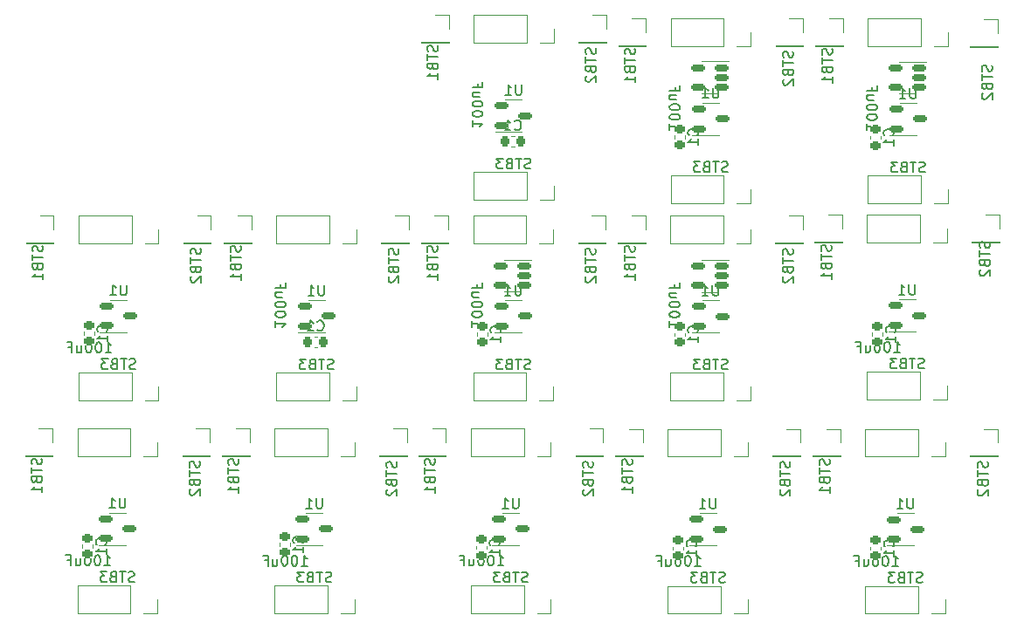
<source format=gbr>
%TF.GenerationSoftware,KiCad,Pcbnew,(7.0.0-0)*%
%TF.CreationDate,2023-03-27T22:21:21-05:00*%
%TF.ProjectId,he-sensor-breakout,68652d73-656e-4736-9f72-2d627265616b,rev?*%
%TF.SameCoordinates,Original*%
%TF.FileFunction,Legend,Bot*%
%TF.FilePolarity,Positive*%
%FSLAX46Y46*%
G04 Gerber Fmt 4.6, Leading zero omitted, Abs format (unit mm)*
G04 Created by KiCad (PCBNEW (7.0.0-0)) date 2023-03-27 22:21:21*
%MOMM*%
%LPD*%
G01*
G04 APERTURE LIST*
G04 Aperture macros list*
%AMRoundRect*
0 Rectangle with rounded corners*
0 $1 Rounding radius*
0 $2 $3 $4 $5 $6 $7 $8 $9 X,Y pos of 4 corners*
0 Add a 4 corners polygon primitive as box body*
4,1,4,$2,$3,$4,$5,$6,$7,$8,$9,$2,$3,0*
0 Add four circle primitives for the rounded corners*
1,1,$1+$1,$2,$3*
1,1,$1+$1,$4,$5*
1,1,$1+$1,$6,$7*
1,1,$1+$1,$8,$9*
0 Add four rect primitives between the rounded corners*
20,1,$1+$1,$2,$3,$4,$5,0*
20,1,$1+$1,$4,$5,$6,$7,0*
20,1,$1+$1,$6,$7,$8,$9,0*
20,1,$1+$1,$8,$9,$2,$3,0*%
G04 Aperture macros list end*
%ADD10C,0.150000*%
%ADD11C,0.120000*%
%ADD12C,1.700000*%
%ADD13R,1.700000X1.700000*%
%ADD14O,1.700000X1.700000*%
%ADD15RoundRect,0.150000X-0.512500X-0.150000X0.512500X-0.150000X0.512500X0.150000X-0.512500X0.150000X0*%
%ADD16RoundRect,0.225000X0.250000X-0.225000X0.250000X0.225000X-0.250000X0.225000X-0.250000X-0.225000X0*%
%ADD17RoundRect,0.150000X0.512500X0.150000X-0.512500X0.150000X-0.512500X-0.150000X0.512500X-0.150000X0*%
%ADD18RoundRect,0.225000X0.225000X0.250000X-0.225000X0.250000X-0.225000X-0.250000X0.225000X-0.250000X0*%
G04 APERTURE END LIST*
D10*
X156000095Y-100380630D02*
X156571523Y-100380630D01*
X156285809Y-100380630D02*
X156285809Y-99380630D01*
X156285809Y-99380630D02*
X156381047Y-99523488D01*
X156381047Y-99523488D02*
X156476285Y-99618726D01*
X156476285Y-99618726D02*
X156571523Y-99666345D01*
X155381047Y-99380630D02*
X155285809Y-99380630D01*
X155285809Y-99380630D02*
X155190571Y-99428250D01*
X155190571Y-99428250D02*
X155142952Y-99475869D01*
X155142952Y-99475869D02*
X155095333Y-99571107D01*
X155095333Y-99571107D02*
X155047714Y-99761583D01*
X155047714Y-99761583D02*
X155047714Y-99999678D01*
X155047714Y-99999678D02*
X155095333Y-100190154D01*
X155095333Y-100190154D02*
X155142952Y-100285392D01*
X155142952Y-100285392D02*
X155190571Y-100333011D01*
X155190571Y-100333011D02*
X155285809Y-100380630D01*
X155285809Y-100380630D02*
X155381047Y-100380630D01*
X155381047Y-100380630D02*
X155476285Y-100333011D01*
X155476285Y-100333011D02*
X155523904Y-100285392D01*
X155523904Y-100285392D02*
X155571523Y-100190154D01*
X155571523Y-100190154D02*
X155619142Y-99999678D01*
X155619142Y-99999678D02*
X155619142Y-99761583D01*
X155619142Y-99761583D02*
X155571523Y-99571107D01*
X155571523Y-99571107D02*
X155523904Y-99475869D01*
X155523904Y-99475869D02*
X155476285Y-99428250D01*
X155476285Y-99428250D02*
X155381047Y-99380630D01*
X154428666Y-99380630D02*
X154333428Y-99380630D01*
X154333428Y-99380630D02*
X154238190Y-99428250D01*
X154238190Y-99428250D02*
X154190571Y-99475869D01*
X154190571Y-99475869D02*
X154142952Y-99571107D01*
X154142952Y-99571107D02*
X154095333Y-99761583D01*
X154095333Y-99761583D02*
X154095333Y-99999678D01*
X154095333Y-99999678D02*
X154142952Y-100190154D01*
X154142952Y-100190154D02*
X154190571Y-100285392D01*
X154190571Y-100285392D02*
X154238190Y-100333011D01*
X154238190Y-100333011D02*
X154333428Y-100380630D01*
X154333428Y-100380630D02*
X154428666Y-100380630D01*
X154428666Y-100380630D02*
X154523904Y-100333011D01*
X154523904Y-100333011D02*
X154571523Y-100285392D01*
X154571523Y-100285392D02*
X154619142Y-100190154D01*
X154619142Y-100190154D02*
X154666761Y-99999678D01*
X154666761Y-99999678D02*
X154666761Y-99761583D01*
X154666761Y-99761583D02*
X154619142Y-99571107D01*
X154619142Y-99571107D02*
X154571523Y-99475869D01*
X154571523Y-99475869D02*
X154523904Y-99428250D01*
X154523904Y-99428250D02*
X154428666Y-99380630D01*
X153238190Y-99713964D02*
X153238190Y-100380630D01*
X153666761Y-99713964D02*
X153666761Y-100237773D01*
X153666761Y-100237773D02*
X153619142Y-100333011D01*
X153619142Y-100333011D02*
X153523904Y-100380630D01*
X153523904Y-100380630D02*
X153381047Y-100380630D01*
X153381047Y-100380630D02*
X153285809Y-100333011D01*
X153285809Y-100333011D02*
X153238190Y-100285392D01*
X152428666Y-99856821D02*
X152761999Y-99856821D01*
X152761999Y-100380630D02*
X152761999Y-99380630D01*
X152761999Y-99380630D02*
X152285809Y-99380630D01*
X115272969Y-76610644D02*
X115272969Y-77182072D01*
X115272969Y-76896358D02*
X116272969Y-76896358D01*
X116272969Y-76896358D02*
X116130111Y-76991596D01*
X116130111Y-76991596D02*
X116034873Y-77086834D01*
X116034873Y-77086834D02*
X115987254Y-77182072D01*
X116272969Y-75991596D02*
X116272969Y-75896358D01*
X116272969Y-75896358D02*
X116225350Y-75801120D01*
X116225350Y-75801120D02*
X116177730Y-75753501D01*
X116177730Y-75753501D02*
X116082492Y-75705882D01*
X116082492Y-75705882D02*
X115892016Y-75658263D01*
X115892016Y-75658263D02*
X115653921Y-75658263D01*
X115653921Y-75658263D02*
X115463445Y-75705882D01*
X115463445Y-75705882D02*
X115368207Y-75753501D01*
X115368207Y-75753501D02*
X115320588Y-75801120D01*
X115320588Y-75801120D02*
X115272969Y-75896358D01*
X115272969Y-75896358D02*
X115272969Y-75991596D01*
X115272969Y-75991596D02*
X115320588Y-76086834D01*
X115320588Y-76086834D02*
X115368207Y-76134453D01*
X115368207Y-76134453D02*
X115463445Y-76182072D01*
X115463445Y-76182072D02*
X115653921Y-76229691D01*
X115653921Y-76229691D02*
X115892016Y-76229691D01*
X115892016Y-76229691D02*
X116082492Y-76182072D01*
X116082492Y-76182072D02*
X116177730Y-76134453D01*
X116177730Y-76134453D02*
X116225350Y-76086834D01*
X116225350Y-76086834D02*
X116272969Y-75991596D01*
X116272969Y-75039215D02*
X116272969Y-74943977D01*
X116272969Y-74943977D02*
X116225350Y-74848739D01*
X116225350Y-74848739D02*
X116177730Y-74801120D01*
X116177730Y-74801120D02*
X116082492Y-74753501D01*
X116082492Y-74753501D02*
X115892016Y-74705882D01*
X115892016Y-74705882D02*
X115653921Y-74705882D01*
X115653921Y-74705882D02*
X115463445Y-74753501D01*
X115463445Y-74753501D02*
X115368207Y-74801120D01*
X115368207Y-74801120D02*
X115320588Y-74848739D01*
X115320588Y-74848739D02*
X115272969Y-74943977D01*
X115272969Y-74943977D02*
X115272969Y-75039215D01*
X115272969Y-75039215D02*
X115320588Y-75134453D01*
X115320588Y-75134453D02*
X115368207Y-75182072D01*
X115368207Y-75182072D02*
X115463445Y-75229691D01*
X115463445Y-75229691D02*
X115653921Y-75277310D01*
X115653921Y-75277310D02*
X115892016Y-75277310D01*
X115892016Y-75277310D02*
X116082492Y-75229691D01*
X116082492Y-75229691D02*
X116177730Y-75182072D01*
X116177730Y-75182072D02*
X116225350Y-75134453D01*
X116225350Y-75134453D02*
X116272969Y-75039215D01*
X115939635Y-73848739D02*
X115272969Y-73848739D01*
X115939635Y-74277310D02*
X115415826Y-74277310D01*
X115415826Y-74277310D02*
X115320588Y-74229691D01*
X115320588Y-74229691D02*
X115272969Y-74134453D01*
X115272969Y-74134453D02*
X115272969Y-73991596D01*
X115272969Y-73991596D02*
X115320588Y-73896358D01*
X115320588Y-73896358D02*
X115368207Y-73848739D01*
X115796778Y-73039215D02*
X115796778Y-73372548D01*
X115272969Y-73372548D02*
X116272969Y-73372548D01*
X116272969Y-73372548D02*
X116272969Y-72896358D01*
X79644695Y-100335630D02*
X80216123Y-100335630D01*
X79930409Y-100335630D02*
X79930409Y-99335630D01*
X79930409Y-99335630D02*
X80025647Y-99478488D01*
X80025647Y-99478488D02*
X80120885Y-99573726D01*
X80120885Y-99573726D02*
X80216123Y-99621345D01*
X79025647Y-99335630D02*
X78930409Y-99335630D01*
X78930409Y-99335630D02*
X78835171Y-99383250D01*
X78835171Y-99383250D02*
X78787552Y-99430869D01*
X78787552Y-99430869D02*
X78739933Y-99526107D01*
X78739933Y-99526107D02*
X78692314Y-99716583D01*
X78692314Y-99716583D02*
X78692314Y-99954678D01*
X78692314Y-99954678D02*
X78739933Y-100145154D01*
X78739933Y-100145154D02*
X78787552Y-100240392D01*
X78787552Y-100240392D02*
X78835171Y-100288011D01*
X78835171Y-100288011D02*
X78930409Y-100335630D01*
X78930409Y-100335630D02*
X79025647Y-100335630D01*
X79025647Y-100335630D02*
X79120885Y-100288011D01*
X79120885Y-100288011D02*
X79168504Y-100240392D01*
X79168504Y-100240392D02*
X79216123Y-100145154D01*
X79216123Y-100145154D02*
X79263742Y-99954678D01*
X79263742Y-99954678D02*
X79263742Y-99716583D01*
X79263742Y-99716583D02*
X79216123Y-99526107D01*
X79216123Y-99526107D02*
X79168504Y-99430869D01*
X79168504Y-99430869D02*
X79120885Y-99383250D01*
X79120885Y-99383250D02*
X79025647Y-99335630D01*
X78073266Y-99335630D02*
X77978028Y-99335630D01*
X77978028Y-99335630D02*
X77882790Y-99383250D01*
X77882790Y-99383250D02*
X77835171Y-99430869D01*
X77835171Y-99430869D02*
X77787552Y-99526107D01*
X77787552Y-99526107D02*
X77739933Y-99716583D01*
X77739933Y-99716583D02*
X77739933Y-99954678D01*
X77739933Y-99954678D02*
X77787552Y-100145154D01*
X77787552Y-100145154D02*
X77835171Y-100240392D01*
X77835171Y-100240392D02*
X77882790Y-100288011D01*
X77882790Y-100288011D02*
X77978028Y-100335630D01*
X77978028Y-100335630D02*
X78073266Y-100335630D01*
X78073266Y-100335630D02*
X78168504Y-100288011D01*
X78168504Y-100288011D02*
X78216123Y-100240392D01*
X78216123Y-100240392D02*
X78263742Y-100145154D01*
X78263742Y-100145154D02*
X78311361Y-99954678D01*
X78311361Y-99954678D02*
X78311361Y-99716583D01*
X78311361Y-99716583D02*
X78263742Y-99526107D01*
X78263742Y-99526107D02*
X78216123Y-99430869D01*
X78216123Y-99430869D02*
X78168504Y-99383250D01*
X78168504Y-99383250D02*
X78073266Y-99335630D01*
X76882790Y-99668964D02*
X76882790Y-100335630D01*
X77311361Y-99668964D02*
X77311361Y-100192773D01*
X77311361Y-100192773D02*
X77263742Y-100288011D01*
X77263742Y-100288011D02*
X77168504Y-100335630D01*
X77168504Y-100335630D02*
X77025647Y-100335630D01*
X77025647Y-100335630D02*
X76930409Y-100288011D01*
X76930409Y-100288011D02*
X76882790Y-100240392D01*
X76073266Y-99811821D02*
X76406599Y-99811821D01*
X76406599Y-100335630D02*
X76406599Y-99335630D01*
X76406599Y-99335630D02*
X75930409Y-99335630D01*
X115317211Y-57146762D02*
X115317211Y-57718190D01*
X115317211Y-57432476D02*
X116317211Y-57432476D01*
X116317211Y-57432476D02*
X116174353Y-57527714D01*
X116174353Y-57527714D02*
X116079115Y-57622952D01*
X116079115Y-57622952D02*
X116031496Y-57718190D01*
X116317211Y-56527714D02*
X116317211Y-56432476D01*
X116317211Y-56432476D02*
X116269592Y-56337238D01*
X116269592Y-56337238D02*
X116221972Y-56289619D01*
X116221972Y-56289619D02*
X116126734Y-56242000D01*
X116126734Y-56242000D02*
X115936258Y-56194381D01*
X115936258Y-56194381D02*
X115698163Y-56194381D01*
X115698163Y-56194381D02*
X115507687Y-56242000D01*
X115507687Y-56242000D02*
X115412449Y-56289619D01*
X115412449Y-56289619D02*
X115364830Y-56337238D01*
X115364830Y-56337238D02*
X115317211Y-56432476D01*
X115317211Y-56432476D02*
X115317211Y-56527714D01*
X115317211Y-56527714D02*
X115364830Y-56622952D01*
X115364830Y-56622952D02*
X115412449Y-56670571D01*
X115412449Y-56670571D02*
X115507687Y-56718190D01*
X115507687Y-56718190D02*
X115698163Y-56765809D01*
X115698163Y-56765809D02*
X115936258Y-56765809D01*
X115936258Y-56765809D02*
X116126734Y-56718190D01*
X116126734Y-56718190D02*
X116221972Y-56670571D01*
X116221972Y-56670571D02*
X116269592Y-56622952D01*
X116269592Y-56622952D02*
X116317211Y-56527714D01*
X116317211Y-55575333D02*
X116317211Y-55480095D01*
X116317211Y-55480095D02*
X116269592Y-55384857D01*
X116269592Y-55384857D02*
X116221972Y-55337238D01*
X116221972Y-55337238D02*
X116126734Y-55289619D01*
X116126734Y-55289619D02*
X115936258Y-55242000D01*
X115936258Y-55242000D02*
X115698163Y-55242000D01*
X115698163Y-55242000D02*
X115507687Y-55289619D01*
X115507687Y-55289619D02*
X115412449Y-55337238D01*
X115412449Y-55337238D02*
X115364830Y-55384857D01*
X115364830Y-55384857D02*
X115317211Y-55480095D01*
X115317211Y-55480095D02*
X115317211Y-55575333D01*
X115317211Y-55575333D02*
X115364830Y-55670571D01*
X115364830Y-55670571D02*
X115412449Y-55718190D01*
X115412449Y-55718190D02*
X115507687Y-55765809D01*
X115507687Y-55765809D02*
X115698163Y-55813428D01*
X115698163Y-55813428D02*
X115936258Y-55813428D01*
X115936258Y-55813428D02*
X116126734Y-55765809D01*
X116126734Y-55765809D02*
X116221972Y-55718190D01*
X116221972Y-55718190D02*
X116269592Y-55670571D01*
X116269592Y-55670571D02*
X116317211Y-55575333D01*
X115983877Y-54384857D02*
X115317211Y-54384857D01*
X115983877Y-54813428D02*
X115460068Y-54813428D01*
X115460068Y-54813428D02*
X115364830Y-54765809D01*
X115364830Y-54765809D02*
X115317211Y-54670571D01*
X115317211Y-54670571D02*
X115317211Y-54527714D01*
X115317211Y-54527714D02*
X115364830Y-54432476D01*
X115364830Y-54432476D02*
X115412449Y-54384857D01*
X115841020Y-53575333D02*
X115841020Y-53908666D01*
X115317211Y-53908666D02*
X116317211Y-53908666D01*
X116317211Y-53908666D02*
X116317211Y-53432476D01*
X134398969Y-76620095D02*
X134398969Y-77191523D01*
X134398969Y-76905809D02*
X135398969Y-76905809D01*
X135398969Y-76905809D02*
X135256111Y-77001047D01*
X135256111Y-77001047D02*
X135160873Y-77096285D01*
X135160873Y-77096285D02*
X135113254Y-77191523D01*
X135398969Y-76001047D02*
X135398969Y-75905809D01*
X135398969Y-75905809D02*
X135351350Y-75810571D01*
X135351350Y-75810571D02*
X135303730Y-75762952D01*
X135303730Y-75762952D02*
X135208492Y-75715333D01*
X135208492Y-75715333D02*
X135018016Y-75667714D01*
X135018016Y-75667714D02*
X134779921Y-75667714D01*
X134779921Y-75667714D02*
X134589445Y-75715333D01*
X134589445Y-75715333D02*
X134494207Y-75762952D01*
X134494207Y-75762952D02*
X134446588Y-75810571D01*
X134446588Y-75810571D02*
X134398969Y-75905809D01*
X134398969Y-75905809D02*
X134398969Y-76001047D01*
X134398969Y-76001047D02*
X134446588Y-76096285D01*
X134446588Y-76096285D02*
X134494207Y-76143904D01*
X134494207Y-76143904D02*
X134589445Y-76191523D01*
X134589445Y-76191523D02*
X134779921Y-76239142D01*
X134779921Y-76239142D02*
X135018016Y-76239142D01*
X135018016Y-76239142D02*
X135208492Y-76191523D01*
X135208492Y-76191523D02*
X135303730Y-76143904D01*
X135303730Y-76143904D02*
X135351350Y-76096285D01*
X135351350Y-76096285D02*
X135398969Y-76001047D01*
X135398969Y-75048666D02*
X135398969Y-74953428D01*
X135398969Y-74953428D02*
X135351350Y-74858190D01*
X135351350Y-74858190D02*
X135303730Y-74810571D01*
X135303730Y-74810571D02*
X135208492Y-74762952D01*
X135208492Y-74762952D02*
X135018016Y-74715333D01*
X135018016Y-74715333D02*
X134779921Y-74715333D01*
X134779921Y-74715333D02*
X134589445Y-74762952D01*
X134589445Y-74762952D02*
X134494207Y-74810571D01*
X134494207Y-74810571D02*
X134446588Y-74858190D01*
X134446588Y-74858190D02*
X134398969Y-74953428D01*
X134398969Y-74953428D02*
X134398969Y-75048666D01*
X134398969Y-75048666D02*
X134446588Y-75143904D01*
X134446588Y-75143904D02*
X134494207Y-75191523D01*
X134494207Y-75191523D02*
X134589445Y-75239142D01*
X134589445Y-75239142D02*
X134779921Y-75286761D01*
X134779921Y-75286761D02*
X135018016Y-75286761D01*
X135018016Y-75286761D02*
X135208492Y-75239142D01*
X135208492Y-75239142D02*
X135303730Y-75191523D01*
X135303730Y-75191523D02*
X135351350Y-75143904D01*
X135351350Y-75143904D02*
X135398969Y-75048666D01*
X135065635Y-73858190D02*
X134398969Y-73858190D01*
X135065635Y-74286761D02*
X134541826Y-74286761D01*
X134541826Y-74286761D02*
X134446588Y-74239142D01*
X134446588Y-74239142D02*
X134398969Y-74143904D01*
X134398969Y-74143904D02*
X134398969Y-74001047D01*
X134398969Y-74001047D02*
X134446588Y-73905809D01*
X134446588Y-73905809D02*
X134494207Y-73858190D01*
X134922778Y-73048666D02*
X134922778Y-73381999D01*
X134398969Y-73381999D02*
X135398969Y-73381999D01*
X135398969Y-73381999D02*
X135398969Y-72905809D01*
X96208969Y-76610095D02*
X96208969Y-77181523D01*
X96208969Y-76895809D02*
X97208969Y-76895809D01*
X97208969Y-76895809D02*
X97066111Y-76991047D01*
X97066111Y-76991047D02*
X96970873Y-77086285D01*
X96970873Y-77086285D02*
X96923254Y-77181523D01*
X97208969Y-75991047D02*
X97208969Y-75895809D01*
X97208969Y-75895809D02*
X97161350Y-75800571D01*
X97161350Y-75800571D02*
X97113730Y-75752952D01*
X97113730Y-75752952D02*
X97018492Y-75705333D01*
X97018492Y-75705333D02*
X96828016Y-75657714D01*
X96828016Y-75657714D02*
X96589921Y-75657714D01*
X96589921Y-75657714D02*
X96399445Y-75705333D01*
X96399445Y-75705333D02*
X96304207Y-75752952D01*
X96304207Y-75752952D02*
X96256588Y-75800571D01*
X96256588Y-75800571D02*
X96208969Y-75895809D01*
X96208969Y-75895809D02*
X96208969Y-75991047D01*
X96208969Y-75991047D02*
X96256588Y-76086285D01*
X96256588Y-76086285D02*
X96304207Y-76133904D01*
X96304207Y-76133904D02*
X96399445Y-76181523D01*
X96399445Y-76181523D02*
X96589921Y-76229142D01*
X96589921Y-76229142D02*
X96828016Y-76229142D01*
X96828016Y-76229142D02*
X97018492Y-76181523D01*
X97018492Y-76181523D02*
X97113730Y-76133904D01*
X97113730Y-76133904D02*
X97161350Y-76086285D01*
X97161350Y-76086285D02*
X97208969Y-75991047D01*
X97208969Y-75038666D02*
X97208969Y-74943428D01*
X97208969Y-74943428D02*
X97161350Y-74848190D01*
X97161350Y-74848190D02*
X97113730Y-74800571D01*
X97113730Y-74800571D02*
X97018492Y-74752952D01*
X97018492Y-74752952D02*
X96828016Y-74705333D01*
X96828016Y-74705333D02*
X96589921Y-74705333D01*
X96589921Y-74705333D02*
X96399445Y-74752952D01*
X96399445Y-74752952D02*
X96304207Y-74800571D01*
X96304207Y-74800571D02*
X96256588Y-74848190D01*
X96256588Y-74848190D02*
X96208969Y-74943428D01*
X96208969Y-74943428D02*
X96208969Y-75038666D01*
X96208969Y-75038666D02*
X96256588Y-75133904D01*
X96256588Y-75133904D02*
X96304207Y-75181523D01*
X96304207Y-75181523D02*
X96399445Y-75229142D01*
X96399445Y-75229142D02*
X96589921Y-75276761D01*
X96589921Y-75276761D02*
X96828016Y-75276761D01*
X96828016Y-75276761D02*
X97018492Y-75229142D01*
X97018492Y-75229142D02*
X97113730Y-75181523D01*
X97113730Y-75181523D02*
X97161350Y-75133904D01*
X97161350Y-75133904D02*
X97208969Y-75038666D01*
X96875635Y-73848190D02*
X96208969Y-73848190D01*
X96875635Y-74276761D02*
X96351826Y-74276761D01*
X96351826Y-74276761D02*
X96256588Y-74229142D01*
X96256588Y-74229142D02*
X96208969Y-74133904D01*
X96208969Y-74133904D02*
X96208969Y-73991047D01*
X96208969Y-73991047D02*
X96256588Y-73895809D01*
X96256588Y-73895809D02*
X96304207Y-73848190D01*
X96732778Y-73038666D02*
X96732778Y-73371999D01*
X96208969Y-73371999D02*
X97208969Y-73371999D01*
X97208969Y-73371999D02*
X97208969Y-72895809D01*
X98739695Y-100355630D02*
X99311123Y-100355630D01*
X99025409Y-100355630D02*
X99025409Y-99355630D01*
X99025409Y-99355630D02*
X99120647Y-99498488D01*
X99120647Y-99498488D02*
X99215885Y-99593726D01*
X99215885Y-99593726D02*
X99311123Y-99641345D01*
X98120647Y-99355630D02*
X98025409Y-99355630D01*
X98025409Y-99355630D02*
X97930171Y-99403250D01*
X97930171Y-99403250D02*
X97882552Y-99450869D01*
X97882552Y-99450869D02*
X97834933Y-99546107D01*
X97834933Y-99546107D02*
X97787314Y-99736583D01*
X97787314Y-99736583D02*
X97787314Y-99974678D01*
X97787314Y-99974678D02*
X97834933Y-100165154D01*
X97834933Y-100165154D02*
X97882552Y-100260392D01*
X97882552Y-100260392D02*
X97930171Y-100308011D01*
X97930171Y-100308011D02*
X98025409Y-100355630D01*
X98025409Y-100355630D02*
X98120647Y-100355630D01*
X98120647Y-100355630D02*
X98215885Y-100308011D01*
X98215885Y-100308011D02*
X98263504Y-100260392D01*
X98263504Y-100260392D02*
X98311123Y-100165154D01*
X98311123Y-100165154D02*
X98358742Y-99974678D01*
X98358742Y-99974678D02*
X98358742Y-99736583D01*
X98358742Y-99736583D02*
X98311123Y-99546107D01*
X98311123Y-99546107D02*
X98263504Y-99450869D01*
X98263504Y-99450869D02*
X98215885Y-99403250D01*
X98215885Y-99403250D02*
X98120647Y-99355630D01*
X97168266Y-99355630D02*
X97073028Y-99355630D01*
X97073028Y-99355630D02*
X96977790Y-99403250D01*
X96977790Y-99403250D02*
X96930171Y-99450869D01*
X96930171Y-99450869D02*
X96882552Y-99546107D01*
X96882552Y-99546107D02*
X96834933Y-99736583D01*
X96834933Y-99736583D02*
X96834933Y-99974678D01*
X96834933Y-99974678D02*
X96882552Y-100165154D01*
X96882552Y-100165154D02*
X96930171Y-100260392D01*
X96930171Y-100260392D02*
X96977790Y-100308011D01*
X96977790Y-100308011D02*
X97073028Y-100355630D01*
X97073028Y-100355630D02*
X97168266Y-100355630D01*
X97168266Y-100355630D02*
X97263504Y-100308011D01*
X97263504Y-100308011D02*
X97311123Y-100260392D01*
X97311123Y-100260392D02*
X97358742Y-100165154D01*
X97358742Y-100165154D02*
X97406361Y-99974678D01*
X97406361Y-99974678D02*
X97406361Y-99736583D01*
X97406361Y-99736583D02*
X97358742Y-99546107D01*
X97358742Y-99546107D02*
X97311123Y-99450869D01*
X97311123Y-99450869D02*
X97263504Y-99403250D01*
X97263504Y-99403250D02*
X97168266Y-99355630D01*
X95977790Y-99688964D02*
X95977790Y-100355630D01*
X96406361Y-99688964D02*
X96406361Y-100212773D01*
X96406361Y-100212773D02*
X96358742Y-100308011D01*
X96358742Y-100308011D02*
X96263504Y-100355630D01*
X96263504Y-100355630D02*
X96120647Y-100355630D01*
X96120647Y-100355630D02*
X96025409Y-100308011D01*
X96025409Y-100308011D02*
X95977790Y-100260392D01*
X95168266Y-99831821D02*
X95501599Y-99831821D01*
X95501599Y-100355630D02*
X95501599Y-99355630D01*
X95501599Y-99355630D02*
X95025409Y-99355630D01*
X134425111Y-57466262D02*
X134425111Y-58037690D01*
X134425111Y-57751976D02*
X135425111Y-57751976D01*
X135425111Y-57751976D02*
X135282253Y-57847214D01*
X135282253Y-57847214D02*
X135187015Y-57942452D01*
X135187015Y-57942452D02*
X135139396Y-58037690D01*
X135425111Y-56847214D02*
X135425111Y-56751976D01*
X135425111Y-56751976D02*
X135377492Y-56656738D01*
X135377492Y-56656738D02*
X135329872Y-56609119D01*
X135329872Y-56609119D02*
X135234634Y-56561500D01*
X135234634Y-56561500D02*
X135044158Y-56513881D01*
X135044158Y-56513881D02*
X134806063Y-56513881D01*
X134806063Y-56513881D02*
X134615587Y-56561500D01*
X134615587Y-56561500D02*
X134520349Y-56609119D01*
X134520349Y-56609119D02*
X134472730Y-56656738D01*
X134472730Y-56656738D02*
X134425111Y-56751976D01*
X134425111Y-56751976D02*
X134425111Y-56847214D01*
X134425111Y-56847214D02*
X134472730Y-56942452D01*
X134472730Y-56942452D02*
X134520349Y-56990071D01*
X134520349Y-56990071D02*
X134615587Y-57037690D01*
X134615587Y-57037690D02*
X134806063Y-57085309D01*
X134806063Y-57085309D02*
X135044158Y-57085309D01*
X135044158Y-57085309D02*
X135234634Y-57037690D01*
X135234634Y-57037690D02*
X135329872Y-56990071D01*
X135329872Y-56990071D02*
X135377492Y-56942452D01*
X135377492Y-56942452D02*
X135425111Y-56847214D01*
X135425111Y-55894833D02*
X135425111Y-55799595D01*
X135425111Y-55799595D02*
X135377492Y-55704357D01*
X135377492Y-55704357D02*
X135329872Y-55656738D01*
X135329872Y-55656738D02*
X135234634Y-55609119D01*
X135234634Y-55609119D02*
X135044158Y-55561500D01*
X135044158Y-55561500D02*
X134806063Y-55561500D01*
X134806063Y-55561500D02*
X134615587Y-55609119D01*
X134615587Y-55609119D02*
X134520349Y-55656738D01*
X134520349Y-55656738D02*
X134472730Y-55704357D01*
X134472730Y-55704357D02*
X134425111Y-55799595D01*
X134425111Y-55799595D02*
X134425111Y-55894833D01*
X134425111Y-55894833D02*
X134472730Y-55990071D01*
X134472730Y-55990071D02*
X134520349Y-56037690D01*
X134520349Y-56037690D02*
X134615587Y-56085309D01*
X134615587Y-56085309D02*
X134806063Y-56132928D01*
X134806063Y-56132928D02*
X135044158Y-56132928D01*
X135044158Y-56132928D02*
X135234634Y-56085309D01*
X135234634Y-56085309D02*
X135329872Y-56037690D01*
X135329872Y-56037690D02*
X135377492Y-55990071D01*
X135377492Y-55990071D02*
X135425111Y-55894833D01*
X135091777Y-54704357D02*
X134425111Y-54704357D01*
X135091777Y-55132928D02*
X134567968Y-55132928D01*
X134567968Y-55132928D02*
X134472730Y-55085309D01*
X134472730Y-55085309D02*
X134425111Y-54990071D01*
X134425111Y-54990071D02*
X134425111Y-54847214D01*
X134425111Y-54847214D02*
X134472730Y-54751976D01*
X134472730Y-54751976D02*
X134520349Y-54704357D01*
X134948920Y-53894833D02*
X134948920Y-54228166D01*
X134425111Y-54228166D02*
X135425111Y-54228166D01*
X135425111Y-54228166D02*
X135425111Y-53751976D01*
X156169095Y-79614929D02*
X156740523Y-79614929D01*
X156454809Y-79614929D02*
X156454809Y-78614929D01*
X156454809Y-78614929D02*
X156550047Y-78757787D01*
X156550047Y-78757787D02*
X156645285Y-78853025D01*
X156645285Y-78853025D02*
X156740523Y-78900644D01*
X155550047Y-78614929D02*
X155454809Y-78614929D01*
X155454809Y-78614929D02*
X155359571Y-78662549D01*
X155359571Y-78662549D02*
X155311952Y-78710168D01*
X155311952Y-78710168D02*
X155264333Y-78805406D01*
X155264333Y-78805406D02*
X155216714Y-78995882D01*
X155216714Y-78995882D02*
X155216714Y-79233977D01*
X155216714Y-79233977D02*
X155264333Y-79424453D01*
X155264333Y-79424453D02*
X155311952Y-79519691D01*
X155311952Y-79519691D02*
X155359571Y-79567310D01*
X155359571Y-79567310D02*
X155454809Y-79614929D01*
X155454809Y-79614929D02*
X155550047Y-79614929D01*
X155550047Y-79614929D02*
X155645285Y-79567310D01*
X155645285Y-79567310D02*
X155692904Y-79519691D01*
X155692904Y-79519691D02*
X155740523Y-79424453D01*
X155740523Y-79424453D02*
X155788142Y-79233977D01*
X155788142Y-79233977D02*
X155788142Y-78995882D01*
X155788142Y-78995882D02*
X155740523Y-78805406D01*
X155740523Y-78805406D02*
X155692904Y-78710168D01*
X155692904Y-78710168D02*
X155645285Y-78662549D01*
X155645285Y-78662549D02*
X155550047Y-78614929D01*
X154597666Y-78614929D02*
X154502428Y-78614929D01*
X154502428Y-78614929D02*
X154407190Y-78662549D01*
X154407190Y-78662549D02*
X154359571Y-78710168D01*
X154359571Y-78710168D02*
X154311952Y-78805406D01*
X154311952Y-78805406D02*
X154264333Y-78995882D01*
X154264333Y-78995882D02*
X154264333Y-79233977D01*
X154264333Y-79233977D02*
X154311952Y-79424453D01*
X154311952Y-79424453D02*
X154359571Y-79519691D01*
X154359571Y-79519691D02*
X154407190Y-79567310D01*
X154407190Y-79567310D02*
X154502428Y-79614929D01*
X154502428Y-79614929D02*
X154597666Y-79614929D01*
X154597666Y-79614929D02*
X154692904Y-79567310D01*
X154692904Y-79567310D02*
X154740523Y-79519691D01*
X154740523Y-79519691D02*
X154788142Y-79424453D01*
X154788142Y-79424453D02*
X154835761Y-79233977D01*
X154835761Y-79233977D02*
X154835761Y-78995882D01*
X154835761Y-78995882D02*
X154788142Y-78805406D01*
X154788142Y-78805406D02*
X154740523Y-78710168D01*
X154740523Y-78710168D02*
X154692904Y-78662549D01*
X154692904Y-78662549D02*
X154597666Y-78614929D01*
X153407190Y-78948263D02*
X153407190Y-79614929D01*
X153835761Y-78948263D02*
X153835761Y-79472072D01*
X153835761Y-79472072D02*
X153788142Y-79567310D01*
X153788142Y-79567310D02*
X153692904Y-79614929D01*
X153692904Y-79614929D02*
X153550047Y-79614929D01*
X153550047Y-79614929D02*
X153454809Y-79567310D01*
X153454809Y-79567310D02*
X153407190Y-79519691D01*
X152597666Y-79091120D02*
X152930999Y-79091120D01*
X152930999Y-79614929D02*
X152930999Y-78614929D01*
X152930999Y-78614929D02*
X152454809Y-78614929D01*
X117764695Y-100350630D02*
X118336123Y-100350630D01*
X118050409Y-100350630D02*
X118050409Y-99350630D01*
X118050409Y-99350630D02*
X118145647Y-99493488D01*
X118145647Y-99493488D02*
X118240885Y-99588726D01*
X118240885Y-99588726D02*
X118336123Y-99636345D01*
X117145647Y-99350630D02*
X117050409Y-99350630D01*
X117050409Y-99350630D02*
X116955171Y-99398250D01*
X116955171Y-99398250D02*
X116907552Y-99445869D01*
X116907552Y-99445869D02*
X116859933Y-99541107D01*
X116859933Y-99541107D02*
X116812314Y-99731583D01*
X116812314Y-99731583D02*
X116812314Y-99969678D01*
X116812314Y-99969678D02*
X116859933Y-100160154D01*
X116859933Y-100160154D02*
X116907552Y-100255392D01*
X116907552Y-100255392D02*
X116955171Y-100303011D01*
X116955171Y-100303011D02*
X117050409Y-100350630D01*
X117050409Y-100350630D02*
X117145647Y-100350630D01*
X117145647Y-100350630D02*
X117240885Y-100303011D01*
X117240885Y-100303011D02*
X117288504Y-100255392D01*
X117288504Y-100255392D02*
X117336123Y-100160154D01*
X117336123Y-100160154D02*
X117383742Y-99969678D01*
X117383742Y-99969678D02*
X117383742Y-99731583D01*
X117383742Y-99731583D02*
X117336123Y-99541107D01*
X117336123Y-99541107D02*
X117288504Y-99445869D01*
X117288504Y-99445869D02*
X117240885Y-99398250D01*
X117240885Y-99398250D02*
X117145647Y-99350630D01*
X116193266Y-99350630D02*
X116098028Y-99350630D01*
X116098028Y-99350630D02*
X116002790Y-99398250D01*
X116002790Y-99398250D02*
X115955171Y-99445869D01*
X115955171Y-99445869D02*
X115907552Y-99541107D01*
X115907552Y-99541107D02*
X115859933Y-99731583D01*
X115859933Y-99731583D02*
X115859933Y-99969678D01*
X115859933Y-99969678D02*
X115907552Y-100160154D01*
X115907552Y-100160154D02*
X115955171Y-100255392D01*
X115955171Y-100255392D02*
X116002790Y-100303011D01*
X116002790Y-100303011D02*
X116098028Y-100350630D01*
X116098028Y-100350630D02*
X116193266Y-100350630D01*
X116193266Y-100350630D02*
X116288504Y-100303011D01*
X116288504Y-100303011D02*
X116336123Y-100255392D01*
X116336123Y-100255392D02*
X116383742Y-100160154D01*
X116383742Y-100160154D02*
X116431361Y-99969678D01*
X116431361Y-99969678D02*
X116431361Y-99731583D01*
X116431361Y-99731583D02*
X116383742Y-99541107D01*
X116383742Y-99541107D02*
X116336123Y-99445869D01*
X116336123Y-99445869D02*
X116288504Y-99398250D01*
X116288504Y-99398250D02*
X116193266Y-99350630D01*
X115002790Y-99683964D02*
X115002790Y-100350630D01*
X115431361Y-99683964D02*
X115431361Y-100207773D01*
X115431361Y-100207773D02*
X115383742Y-100303011D01*
X115383742Y-100303011D02*
X115288504Y-100350630D01*
X115288504Y-100350630D02*
X115145647Y-100350630D01*
X115145647Y-100350630D02*
X115050409Y-100303011D01*
X115050409Y-100303011D02*
X115002790Y-100255392D01*
X114193266Y-99826821D02*
X114526599Y-99826821D01*
X114526599Y-100350630D02*
X114526599Y-99350630D01*
X114526599Y-99350630D02*
X114050409Y-99350630D01*
X153533211Y-57479012D02*
X153533211Y-58050440D01*
X153533211Y-57764726D02*
X154533211Y-57764726D01*
X154533211Y-57764726D02*
X154390353Y-57859964D01*
X154390353Y-57859964D02*
X154295115Y-57955202D01*
X154295115Y-57955202D02*
X154247496Y-58050440D01*
X154533211Y-56859964D02*
X154533211Y-56764726D01*
X154533211Y-56764726D02*
X154485592Y-56669488D01*
X154485592Y-56669488D02*
X154437972Y-56621869D01*
X154437972Y-56621869D02*
X154342734Y-56574250D01*
X154342734Y-56574250D02*
X154152258Y-56526631D01*
X154152258Y-56526631D02*
X153914163Y-56526631D01*
X153914163Y-56526631D02*
X153723687Y-56574250D01*
X153723687Y-56574250D02*
X153628449Y-56621869D01*
X153628449Y-56621869D02*
X153580830Y-56669488D01*
X153580830Y-56669488D02*
X153533211Y-56764726D01*
X153533211Y-56764726D02*
X153533211Y-56859964D01*
X153533211Y-56859964D02*
X153580830Y-56955202D01*
X153580830Y-56955202D02*
X153628449Y-57002821D01*
X153628449Y-57002821D02*
X153723687Y-57050440D01*
X153723687Y-57050440D02*
X153914163Y-57098059D01*
X153914163Y-57098059D02*
X154152258Y-57098059D01*
X154152258Y-57098059D02*
X154342734Y-57050440D01*
X154342734Y-57050440D02*
X154437972Y-57002821D01*
X154437972Y-57002821D02*
X154485592Y-56955202D01*
X154485592Y-56955202D02*
X154533211Y-56859964D01*
X154533211Y-55907583D02*
X154533211Y-55812345D01*
X154533211Y-55812345D02*
X154485592Y-55717107D01*
X154485592Y-55717107D02*
X154437972Y-55669488D01*
X154437972Y-55669488D02*
X154342734Y-55621869D01*
X154342734Y-55621869D02*
X154152258Y-55574250D01*
X154152258Y-55574250D02*
X153914163Y-55574250D01*
X153914163Y-55574250D02*
X153723687Y-55621869D01*
X153723687Y-55621869D02*
X153628449Y-55669488D01*
X153628449Y-55669488D02*
X153580830Y-55717107D01*
X153580830Y-55717107D02*
X153533211Y-55812345D01*
X153533211Y-55812345D02*
X153533211Y-55907583D01*
X153533211Y-55907583D02*
X153580830Y-56002821D01*
X153580830Y-56002821D02*
X153628449Y-56050440D01*
X153628449Y-56050440D02*
X153723687Y-56098059D01*
X153723687Y-56098059D02*
X153914163Y-56145678D01*
X153914163Y-56145678D02*
X154152258Y-56145678D01*
X154152258Y-56145678D02*
X154342734Y-56098059D01*
X154342734Y-56098059D02*
X154437972Y-56050440D01*
X154437972Y-56050440D02*
X154485592Y-56002821D01*
X154485592Y-56002821D02*
X154533211Y-55907583D01*
X154199877Y-54717107D02*
X153533211Y-54717107D01*
X154199877Y-55145678D02*
X153676068Y-55145678D01*
X153676068Y-55145678D02*
X153580830Y-55098059D01*
X153580830Y-55098059D02*
X153533211Y-55002821D01*
X153533211Y-55002821D02*
X153533211Y-54859964D01*
X153533211Y-54859964D02*
X153580830Y-54764726D01*
X153580830Y-54764726D02*
X153628449Y-54717107D01*
X154057020Y-53907583D02*
X154057020Y-54240916D01*
X153533211Y-54240916D02*
X154533211Y-54240916D01*
X154533211Y-54240916D02*
X154533211Y-53764726D01*
X79754695Y-79672179D02*
X80326123Y-79672179D01*
X80040409Y-79672179D02*
X80040409Y-78672179D01*
X80040409Y-78672179D02*
X80135647Y-78815037D01*
X80135647Y-78815037D02*
X80230885Y-78910275D01*
X80230885Y-78910275D02*
X80326123Y-78957894D01*
X79135647Y-78672179D02*
X79040409Y-78672179D01*
X79040409Y-78672179D02*
X78945171Y-78719799D01*
X78945171Y-78719799D02*
X78897552Y-78767418D01*
X78897552Y-78767418D02*
X78849933Y-78862656D01*
X78849933Y-78862656D02*
X78802314Y-79053132D01*
X78802314Y-79053132D02*
X78802314Y-79291227D01*
X78802314Y-79291227D02*
X78849933Y-79481703D01*
X78849933Y-79481703D02*
X78897552Y-79576941D01*
X78897552Y-79576941D02*
X78945171Y-79624560D01*
X78945171Y-79624560D02*
X79040409Y-79672179D01*
X79040409Y-79672179D02*
X79135647Y-79672179D01*
X79135647Y-79672179D02*
X79230885Y-79624560D01*
X79230885Y-79624560D02*
X79278504Y-79576941D01*
X79278504Y-79576941D02*
X79326123Y-79481703D01*
X79326123Y-79481703D02*
X79373742Y-79291227D01*
X79373742Y-79291227D02*
X79373742Y-79053132D01*
X79373742Y-79053132D02*
X79326123Y-78862656D01*
X79326123Y-78862656D02*
X79278504Y-78767418D01*
X79278504Y-78767418D02*
X79230885Y-78719799D01*
X79230885Y-78719799D02*
X79135647Y-78672179D01*
X78183266Y-78672179D02*
X78088028Y-78672179D01*
X78088028Y-78672179D02*
X77992790Y-78719799D01*
X77992790Y-78719799D02*
X77945171Y-78767418D01*
X77945171Y-78767418D02*
X77897552Y-78862656D01*
X77897552Y-78862656D02*
X77849933Y-79053132D01*
X77849933Y-79053132D02*
X77849933Y-79291227D01*
X77849933Y-79291227D02*
X77897552Y-79481703D01*
X77897552Y-79481703D02*
X77945171Y-79576941D01*
X77945171Y-79576941D02*
X77992790Y-79624560D01*
X77992790Y-79624560D02*
X78088028Y-79672179D01*
X78088028Y-79672179D02*
X78183266Y-79672179D01*
X78183266Y-79672179D02*
X78278504Y-79624560D01*
X78278504Y-79624560D02*
X78326123Y-79576941D01*
X78326123Y-79576941D02*
X78373742Y-79481703D01*
X78373742Y-79481703D02*
X78421361Y-79291227D01*
X78421361Y-79291227D02*
X78421361Y-79053132D01*
X78421361Y-79053132D02*
X78373742Y-78862656D01*
X78373742Y-78862656D02*
X78326123Y-78767418D01*
X78326123Y-78767418D02*
X78278504Y-78719799D01*
X78278504Y-78719799D02*
X78183266Y-78672179D01*
X76992790Y-79005513D02*
X76992790Y-79672179D01*
X77421361Y-79005513D02*
X77421361Y-79529322D01*
X77421361Y-79529322D02*
X77373742Y-79624560D01*
X77373742Y-79624560D02*
X77278504Y-79672179D01*
X77278504Y-79672179D02*
X77135647Y-79672179D01*
X77135647Y-79672179D02*
X77040409Y-79624560D01*
X77040409Y-79624560D02*
X76992790Y-79576941D01*
X76183266Y-79148370D02*
X76516599Y-79148370D01*
X76516599Y-79672179D02*
X76516599Y-78672179D01*
X76516599Y-78672179D02*
X76040409Y-78672179D01*
X136859695Y-100370630D02*
X137431123Y-100370630D01*
X137145409Y-100370630D02*
X137145409Y-99370630D01*
X137145409Y-99370630D02*
X137240647Y-99513488D01*
X137240647Y-99513488D02*
X137335885Y-99608726D01*
X137335885Y-99608726D02*
X137431123Y-99656345D01*
X136240647Y-99370630D02*
X136145409Y-99370630D01*
X136145409Y-99370630D02*
X136050171Y-99418250D01*
X136050171Y-99418250D02*
X136002552Y-99465869D01*
X136002552Y-99465869D02*
X135954933Y-99561107D01*
X135954933Y-99561107D02*
X135907314Y-99751583D01*
X135907314Y-99751583D02*
X135907314Y-99989678D01*
X135907314Y-99989678D02*
X135954933Y-100180154D01*
X135954933Y-100180154D02*
X136002552Y-100275392D01*
X136002552Y-100275392D02*
X136050171Y-100323011D01*
X136050171Y-100323011D02*
X136145409Y-100370630D01*
X136145409Y-100370630D02*
X136240647Y-100370630D01*
X136240647Y-100370630D02*
X136335885Y-100323011D01*
X136335885Y-100323011D02*
X136383504Y-100275392D01*
X136383504Y-100275392D02*
X136431123Y-100180154D01*
X136431123Y-100180154D02*
X136478742Y-99989678D01*
X136478742Y-99989678D02*
X136478742Y-99751583D01*
X136478742Y-99751583D02*
X136431123Y-99561107D01*
X136431123Y-99561107D02*
X136383504Y-99465869D01*
X136383504Y-99465869D02*
X136335885Y-99418250D01*
X136335885Y-99418250D02*
X136240647Y-99370630D01*
X135288266Y-99370630D02*
X135193028Y-99370630D01*
X135193028Y-99370630D02*
X135097790Y-99418250D01*
X135097790Y-99418250D02*
X135050171Y-99465869D01*
X135050171Y-99465869D02*
X135002552Y-99561107D01*
X135002552Y-99561107D02*
X134954933Y-99751583D01*
X134954933Y-99751583D02*
X134954933Y-99989678D01*
X134954933Y-99989678D02*
X135002552Y-100180154D01*
X135002552Y-100180154D02*
X135050171Y-100275392D01*
X135050171Y-100275392D02*
X135097790Y-100323011D01*
X135097790Y-100323011D02*
X135193028Y-100370630D01*
X135193028Y-100370630D02*
X135288266Y-100370630D01*
X135288266Y-100370630D02*
X135383504Y-100323011D01*
X135383504Y-100323011D02*
X135431123Y-100275392D01*
X135431123Y-100275392D02*
X135478742Y-100180154D01*
X135478742Y-100180154D02*
X135526361Y-99989678D01*
X135526361Y-99989678D02*
X135526361Y-99751583D01*
X135526361Y-99751583D02*
X135478742Y-99561107D01*
X135478742Y-99561107D02*
X135431123Y-99465869D01*
X135431123Y-99465869D02*
X135383504Y-99418250D01*
X135383504Y-99418250D02*
X135288266Y-99370630D01*
X134097790Y-99703964D02*
X134097790Y-100370630D01*
X134526361Y-99703964D02*
X134526361Y-100227773D01*
X134526361Y-100227773D02*
X134478742Y-100323011D01*
X134478742Y-100323011D02*
X134383504Y-100370630D01*
X134383504Y-100370630D02*
X134240647Y-100370630D01*
X134240647Y-100370630D02*
X134145409Y-100323011D01*
X134145409Y-100323011D02*
X134097790Y-100275392D01*
X133288266Y-99846821D02*
X133621599Y-99846821D01*
X133621599Y-100370630D02*
X133621599Y-99370630D01*
X133621599Y-99370630D02*
X133145409Y-99370630D01*
%TO.C,STB3*%
X82667456Y-81225560D02*
X82524599Y-81273179D01*
X82524599Y-81273179D02*
X82286504Y-81273179D01*
X82286504Y-81273179D02*
X82191266Y-81225560D01*
X82191266Y-81225560D02*
X82143647Y-81177941D01*
X82143647Y-81177941D02*
X82096028Y-81082703D01*
X82096028Y-81082703D02*
X82096028Y-80987465D01*
X82096028Y-80987465D02*
X82143647Y-80892227D01*
X82143647Y-80892227D02*
X82191266Y-80844608D01*
X82191266Y-80844608D02*
X82286504Y-80796989D01*
X82286504Y-80796989D02*
X82476980Y-80749370D01*
X82476980Y-80749370D02*
X82572218Y-80701751D01*
X82572218Y-80701751D02*
X82619837Y-80654132D01*
X82619837Y-80654132D02*
X82667456Y-80558894D01*
X82667456Y-80558894D02*
X82667456Y-80463656D01*
X82667456Y-80463656D02*
X82619837Y-80368418D01*
X82619837Y-80368418D02*
X82572218Y-80320799D01*
X82572218Y-80320799D02*
X82476980Y-80273179D01*
X82476980Y-80273179D02*
X82238885Y-80273179D01*
X82238885Y-80273179D02*
X82096028Y-80320799D01*
X81810313Y-80273179D02*
X81238885Y-80273179D01*
X81524599Y-81273179D02*
X81524599Y-80273179D01*
X80572218Y-80749370D02*
X80429361Y-80796989D01*
X80429361Y-80796989D02*
X80381742Y-80844608D01*
X80381742Y-80844608D02*
X80334123Y-80939846D01*
X80334123Y-80939846D02*
X80334123Y-81082703D01*
X80334123Y-81082703D02*
X80381742Y-81177941D01*
X80381742Y-81177941D02*
X80429361Y-81225560D01*
X80429361Y-81225560D02*
X80524599Y-81273179D01*
X80524599Y-81273179D02*
X80905551Y-81273179D01*
X80905551Y-81273179D02*
X80905551Y-80273179D01*
X80905551Y-80273179D02*
X80572218Y-80273179D01*
X80572218Y-80273179D02*
X80476980Y-80320799D01*
X80476980Y-80320799D02*
X80429361Y-80368418D01*
X80429361Y-80368418D02*
X80381742Y-80463656D01*
X80381742Y-80463656D02*
X80381742Y-80558894D01*
X80381742Y-80558894D02*
X80429361Y-80654132D01*
X80429361Y-80654132D02*
X80476980Y-80701751D01*
X80476980Y-80701751D02*
X80572218Y-80749370D01*
X80572218Y-80749370D02*
X80905551Y-80749370D01*
X80000789Y-80273179D02*
X79381742Y-80273179D01*
X79381742Y-80273179D02*
X79715075Y-80654132D01*
X79715075Y-80654132D02*
X79572218Y-80654132D01*
X79572218Y-80654132D02*
X79476980Y-80701751D01*
X79476980Y-80701751D02*
X79429361Y-80749370D01*
X79429361Y-80749370D02*
X79381742Y-80844608D01*
X79381742Y-80844608D02*
X79381742Y-81082703D01*
X79381742Y-81082703D02*
X79429361Y-81177941D01*
X79429361Y-81177941D02*
X79476980Y-81225560D01*
X79476980Y-81225560D02*
X79572218Y-81273179D01*
X79572218Y-81273179D02*
X79857932Y-81273179D01*
X79857932Y-81273179D02*
X79953170Y-81225560D01*
X79953170Y-81225560D02*
X80000789Y-81177941D01*
%TO.C,STB1*%
X131011253Y-69313070D02*
X131058872Y-69455927D01*
X131058872Y-69455927D02*
X131058872Y-69694022D01*
X131058872Y-69694022D02*
X131011253Y-69789260D01*
X131011253Y-69789260D02*
X130963634Y-69836879D01*
X130963634Y-69836879D02*
X130868396Y-69884498D01*
X130868396Y-69884498D02*
X130773158Y-69884498D01*
X130773158Y-69884498D02*
X130677920Y-69836879D01*
X130677920Y-69836879D02*
X130630301Y-69789260D01*
X130630301Y-69789260D02*
X130582682Y-69694022D01*
X130582682Y-69694022D02*
X130535063Y-69503546D01*
X130535063Y-69503546D02*
X130487444Y-69408308D01*
X130487444Y-69408308D02*
X130439825Y-69360689D01*
X130439825Y-69360689D02*
X130344587Y-69313070D01*
X130344587Y-69313070D02*
X130249349Y-69313070D01*
X130249349Y-69313070D02*
X130154111Y-69360689D01*
X130154111Y-69360689D02*
X130106492Y-69408308D01*
X130106492Y-69408308D02*
X130058872Y-69503546D01*
X130058872Y-69503546D02*
X130058872Y-69741641D01*
X130058872Y-69741641D02*
X130106492Y-69884498D01*
X130058872Y-70170213D02*
X130058872Y-70741641D01*
X131058872Y-70455927D02*
X130058872Y-70455927D01*
X130535063Y-71408308D02*
X130582682Y-71551165D01*
X130582682Y-71551165D02*
X130630301Y-71598784D01*
X130630301Y-71598784D02*
X130725539Y-71646403D01*
X130725539Y-71646403D02*
X130868396Y-71646403D01*
X130868396Y-71646403D02*
X130963634Y-71598784D01*
X130963634Y-71598784D02*
X131011253Y-71551165D01*
X131011253Y-71551165D02*
X131058872Y-71455927D01*
X131058872Y-71455927D02*
X131058872Y-71074975D01*
X131058872Y-71074975D02*
X130058872Y-71074975D01*
X130058872Y-71074975D02*
X130058872Y-71408308D01*
X130058872Y-71408308D02*
X130106492Y-71503546D01*
X130106492Y-71503546D02*
X130154111Y-71551165D01*
X130154111Y-71551165D02*
X130249349Y-71598784D01*
X130249349Y-71598784D02*
X130344587Y-71598784D01*
X130344587Y-71598784D02*
X130439825Y-71551165D01*
X130439825Y-71551165D02*
X130487444Y-71503546D01*
X130487444Y-71503546D02*
X130535063Y-71408308D01*
X130535063Y-71408308D02*
X130535063Y-71074975D01*
X131058872Y-72598784D02*
X131058872Y-72027356D01*
X131058872Y-72313070D02*
X130058872Y-72313070D01*
X130058872Y-72313070D02*
X130201730Y-72217832D01*
X130201730Y-72217832D02*
X130296968Y-72122594D01*
X130296968Y-72122594D02*
X130344587Y-72027356D01*
X150145495Y-50171987D02*
X150193114Y-50314844D01*
X150193114Y-50314844D02*
X150193114Y-50552939D01*
X150193114Y-50552939D02*
X150145495Y-50648177D01*
X150145495Y-50648177D02*
X150097876Y-50695796D01*
X150097876Y-50695796D02*
X150002638Y-50743415D01*
X150002638Y-50743415D02*
X149907400Y-50743415D01*
X149907400Y-50743415D02*
X149812162Y-50695796D01*
X149812162Y-50695796D02*
X149764543Y-50648177D01*
X149764543Y-50648177D02*
X149716924Y-50552939D01*
X149716924Y-50552939D02*
X149669305Y-50362463D01*
X149669305Y-50362463D02*
X149621686Y-50267225D01*
X149621686Y-50267225D02*
X149574067Y-50219606D01*
X149574067Y-50219606D02*
X149478829Y-50171987D01*
X149478829Y-50171987D02*
X149383591Y-50171987D01*
X149383591Y-50171987D02*
X149288353Y-50219606D01*
X149288353Y-50219606D02*
X149240734Y-50267225D01*
X149240734Y-50267225D02*
X149193114Y-50362463D01*
X149193114Y-50362463D02*
X149193114Y-50600558D01*
X149193114Y-50600558D02*
X149240734Y-50743415D01*
X149193114Y-51029130D02*
X149193114Y-51600558D01*
X150193114Y-51314844D02*
X149193114Y-51314844D01*
X149669305Y-52267225D02*
X149716924Y-52410082D01*
X149716924Y-52410082D02*
X149764543Y-52457701D01*
X149764543Y-52457701D02*
X149859781Y-52505320D01*
X149859781Y-52505320D02*
X150002638Y-52505320D01*
X150002638Y-52505320D02*
X150097876Y-52457701D01*
X150097876Y-52457701D02*
X150145495Y-52410082D01*
X150145495Y-52410082D02*
X150193114Y-52314844D01*
X150193114Y-52314844D02*
X150193114Y-51933892D01*
X150193114Y-51933892D02*
X149193114Y-51933892D01*
X149193114Y-51933892D02*
X149193114Y-52267225D01*
X149193114Y-52267225D02*
X149240734Y-52362463D01*
X149240734Y-52362463D02*
X149288353Y-52410082D01*
X149288353Y-52410082D02*
X149383591Y-52457701D01*
X149383591Y-52457701D02*
X149478829Y-52457701D01*
X149478829Y-52457701D02*
X149574067Y-52410082D01*
X149574067Y-52410082D02*
X149621686Y-52362463D01*
X149621686Y-52362463D02*
X149669305Y-52267225D01*
X149669305Y-52267225D02*
X149669305Y-51933892D01*
X150193114Y-53457701D02*
X150193114Y-52886273D01*
X150193114Y-53171987D02*
X149193114Y-53171987D01*
X149193114Y-53171987D02*
X149335972Y-53076749D01*
X149335972Y-53076749D02*
X149431210Y-52981511D01*
X149431210Y-52981511D02*
X149478829Y-52886273D01*
%TO.C,STB2*%
X126974361Y-90231276D02*
X127021980Y-90374133D01*
X127021980Y-90374133D02*
X127021980Y-90612228D01*
X127021980Y-90612228D02*
X126974361Y-90707466D01*
X126974361Y-90707466D02*
X126926742Y-90755085D01*
X126926742Y-90755085D02*
X126831504Y-90802704D01*
X126831504Y-90802704D02*
X126736266Y-90802704D01*
X126736266Y-90802704D02*
X126641028Y-90755085D01*
X126641028Y-90755085D02*
X126593409Y-90707466D01*
X126593409Y-90707466D02*
X126545790Y-90612228D01*
X126545790Y-90612228D02*
X126498171Y-90421752D01*
X126498171Y-90421752D02*
X126450552Y-90326514D01*
X126450552Y-90326514D02*
X126402933Y-90278895D01*
X126402933Y-90278895D02*
X126307695Y-90231276D01*
X126307695Y-90231276D02*
X126212457Y-90231276D01*
X126212457Y-90231276D02*
X126117219Y-90278895D01*
X126117219Y-90278895D02*
X126069600Y-90326514D01*
X126069600Y-90326514D02*
X126021980Y-90421752D01*
X126021980Y-90421752D02*
X126021980Y-90659847D01*
X126021980Y-90659847D02*
X126069600Y-90802704D01*
X126021980Y-91088419D02*
X126021980Y-91659847D01*
X127021980Y-91374133D02*
X126021980Y-91374133D01*
X126498171Y-92326514D02*
X126545790Y-92469371D01*
X126545790Y-92469371D02*
X126593409Y-92516990D01*
X126593409Y-92516990D02*
X126688647Y-92564609D01*
X126688647Y-92564609D02*
X126831504Y-92564609D01*
X126831504Y-92564609D02*
X126926742Y-92516990D01*
X126926742Y-92516990D02*
X126974361Y-92469371D01*
X126974361Y-92469371D02*
X127021980Y-92374133D01*
X127021980Y-92374133D02*
X127021980Y-91993181D01*
X127021980Y-91993181D02*
X126021980Y-91993181D01*
X126021980Y-91993181D02*
X126021980Y-92326514D01*
X126021980Y-92326514D02*
X126069600Y-92421752D01*
X126069600Y-92421752D02*
X126117219Y-92469371D01*
X126117219Y-92469371D02*
X126212457Y-92516990D01*
X126212457Y-92516990D02*
X126307695Y-92516990D01*
X126307695Y-92516990D02*
X126402933Y-92469371D01*
X126402933Y-92469371D02*
X126450552Y-92421752D01*
X126450552Y-92421752D02*
X126498171Y-92326514D01*
X126498171Y-92326514D02*
X126498171Y-91993181D01*
X126117219Y-92945562D02*
X126069600Y-92993181D01*
X126069600Y-92993181D02*
X126021980Y-93088419D01*
X126021980Y-93088419D02*
X126021980Y-93326514D01*
X126021980Y-93326514D02*
X126069600Y-93421752D01*
X126069600Y-93421752D02*
X126117219Y-93469371D01*
X126117219Y-93469371D02*
X126212457Y-93516990D01*
X126212457Y-93516990D02*
X126307695Y-93516990D01*
X126307695Y-93516990D02*
X126450552Y-93469371D01*
X126450552Y-93469371D02*
X127021980Y-92897943D01*
X127021980Y-92897943D02*
X127021980Y-93516990D01*
X108139761Y-69570026D02*
X108187380Y-69712883D01*
X108187380Y-69712883D02*
X108187380Y-69950978D01*
X108187380Y-69950978D02*
X108139761Y-70046216D01*
X108139761Y-70046216D02*
X108092142Y-70093835D01*
X108092142Y-70093835D02*
X107996904Y-70141454D01*
X107996904Y-70141454D02*
X107901666Y-70141454D01*
X107901666Y-70141454D02*
X107806428Y-70093835D01*
X107806428Y-70093835D02*
X107758809Y-70046216D01*
X107758809Y-70046216D02*
X107711190Y-69950978D01*
X107711190Y-69950978D02*
X107663571Y-69760502D01*
X107663571Y-69760502D02*
X107615952Y-69665264D01*
X107615952Y-69665264D02*
X107568333Y-69617645D01*
X107568333Y-69617645D02*
X107473095Y-69570026D01*
X107473095Y-69570026D02*
X107377857Y-69570026D01*
X107377857Y-69570026D02*
X107282619Y-69617645D01*
X107282619Y-69617645D02*
X107235000Y-69665264D01*
X107235000Y-69665264D02*
X107187380Y-69760502D01*
X107187380Y-69760502D02*
X107187380Y-69998597D01*
X107187380Y-69998597D02*
X107235000Y-70141454D01*
X107187380Y-70427169D02*
X107187380Y-70998597D01*
X108187380Y-70712883D02*
X107187380Y-70712883D01*
X107663571Y-71665264D02*
X107711190Y-71808121D01*
X107711190Y-71808121D02*
X107758809Y-71855740D01*
X107758809Y-71855740D02*
X107854047Y-71903359D01*
X107854047Y-71903359D02*
X107996904Y-71903359D01*
X107996904Y-71903359D02*
X108092142Y-71855740D01*
X108092142Y-71855740D02*
X108139761Y-71808121D01*
X108139761Y-71808121D02*
X108187380Y-71712883D01*
X108187380Y-71712883D02*
X108187380Y-71331931D01*
X108187380Y-71331931D02*
X107187380Y-71331931D01*
X107187380Y-71331931D02*
X107187380Y-71665264D01*
X107187380Y-71665264D02*
X107235000Y-71760502D01*
X107235000Y-71760502D02*
X107282619Y-71808121D01*
X107282619Y-71808121D02*
X107377857Y-71855740D01*
X107377857Y-71855740D02*
X107473095Y-71855740D01*
X107473095Y-71855740D02*
X107568333Y-71808121D01*
X107568333Y-71808121D02*
X107615952Y-71760502D01*
X107615952Y-71760502D02*
X107663571Y-71665264D01*
X107663571Y-71665264D02*
X107663571Y-71331931D01*
X107282619Y-72284312D02*
X107235000Y-72331931D01*
X107235000Y-72331931D02*
X107187380Y-72427169D01*
X107187380Y-72427169D02*
X107187380Y-72665264D01*
X107187380Y-72665264D02*
X107235000Y-72760502D01*
X107235000Y-72760502D02*
X107282619Y-72808121D01*
X107282619Y-72808121D02*
X107377857Y-72855740D01*
X107377857Y-72855740D02*
X107473095Y-72855740D01*
X107473095Y-72855740D02*
X107615952Y-72808121D01*
X107615952Y-72808121D02*
X108187380Y-72236693D01*
X108187380Y-72236693D02*
X108187380Y-72855740D01*
%TO.C,U1*%
X120025904Y-73115429D02*
X120025904Y-73924953D01*
X120025904Y-73924953D02*
X119978285Y-74020191D01*
X119978285Y-74020191D02*
X119930666Y-74067810D01*
X119930666Y-74067810D02*
X119835428Y-74115429D01*
X119835428Y-74115429D02*
X119644952Y-74115429D01*
X119644952Y-74115429D02*
X119549714Y-74067810D01*
X119549714Y-74067810D02*
X119502095Y-74020191D01*
X119502095Y-74020191D02*
X119454476Y-73924953D01*
X119454476Y-73924953D02*
X119454476Y-73115429D01*
X118454476Y-74115429D02*
X119025904Y-74115429D01*
X118740190Y-74115429D02*
X118740190Y-73115429D01*
X118740190Y-73115429D02*
X118835428Y-73258287D01*
X118835428Y-73258287D02*
X118930666Y-73353525D01*
X118930666Y-73353525D02*
X119025904Y-73401144D01*
%TO.C,C1*%
X79846742Y-77631132D02*
X79894361Y-77583513D01*
X79894361Y-77583513D02*
X79941980Y-77440656D01*
X79941980Y-77440656D02*
X79941980Y-77345418D01*
X79941980Y-77345418D02*
X79894361Y-77202561D01*
X79894361Y-77202561D02*
X79799123Y-77107323D01*
X79799123Y-77107323D02*
X79703885Y-77059704D01*
X79703885Y-77059704D02*
X79513409Y-77012085D01*
X79513409Y-77012085D02*
X79370552Y-77012085D01*
X79370552Y-77012085D02*
X79180076Y-77059704D01*
X79180076Y-77059704D02*
X79084838Y-77107323D01*
X79084838Y-77107323D02*
X78989600Y-77202561D01*
X78989600Y-77202561D02*
X78941980Y-77345418D01*
X78941980Y-77345418D02*
X78941980Y-77440656D01*
X78941980Y-77440656D02*
X78989600Y-77583513D01*
X78989600Y-77583513D02*
X79037219Y-77631132D01*
X79941980Y-78583513D02*
X79941980Y-78012085D01*
X79941980Y-78297799D02*
X78941980Y-78297799D01*
X78941980Y-78297799D02*
X79084838Y-78202561D01*
X79084838Y-78202561D02*
X79180076Y-78107323D01*
X79180076Y-78107323D02*
X79227695Y-78012085D01*
%TO.C,U1*%
X81786504Y-73097679D02*
X81786504Y-73907203D01*
X81786504Y-73907203D02*
X81738885Y-74002441D01*
X81738885Y-74002441D02*
X81691266Y-74050060D01*
X81691266Y-74050060D02*
X81596028Y-74097679D01*
X81596028Y-74097679D02*
X81405552Y-74097679D01*
X81405552Y-74097679D02*
X81310314Y-74050060D01*
X81310314Y-74050060D02*
X81262695Y-74002441D01*
X81262695Y-74002441D02*
X81215076Y-73907203D01*
X81215076Y-73907203D02*
X81215076Y-73097679D01*
X80215076Y-74097679D02*
X80786504Y-74097679D01*
X80500790Y-74097679D02*
X80500790Y-73097679D01*
X80500790Y-73097679D02*
X80596028Y-73240537D01*
X80596028Y-73240537D02*
X80691266Y-73335775D01*
X80691266Y-73335775D02*
X80786504Y-73383394D01*
%TO.C,STB3*%
X158912856Y-101934011D02*
X158769999Y-101981630D01*
X158769999Y-101981630D02*
X158531904Y-101981630D01*
X158531904Y-101981630D02*
X158436666Y-101934011D01*
X158436666Y-101934011D02*
X158389047Y-101886392D01*
X158389047Y-101886392D02*
X158341428Y-101791154D01*
X158341428Y-101791154D02*
X158341428Y-101695916D01*
X158341428Y-101695916D02*
X158389047Y-101600678D01*
X158389047Y-101600678D02*
X158436666Y-101553059D01*
X158436666Y-101553059D02*
X158531904Y-101505440D01*
X158531904Y-101505440D02*
X158722380Y-101457821D01*
X158722380Y-101457821D02*
X158817618Y-101410202D01*
X158817618Y-101410202D02*
X158865237Y-101362583D01*
X158865237Y-101362583D02*
X158912856Y-101267345D01*
X158912856Y-101267345D02*
X158912856Y-101172107D01*
X158912856Y-101172107D02*
X158865237Y-101076869D01*
X158865237Y-101076869D02*
X158817618Y-101029250D01*
X158817618Y-101029250D02*
X158722380Y-100981630D01*
X158722380Y-100981630D02*
X158484285Y-100981630D01*
X158484285Y-100981630D02*
X158341428Y-101029250D01*
X158055713Y-100981630D02*
X157484285Y-100981630D01*
X157769999Y-101981630D02*
X157769999Y-100981630D01*
X156817618Y-101457821D02*
X156674761Y-101505440D01*
X156674761Y-101505440D02*
X156627142Y-101553059D01*
X156627142Y-101553059D02*
X156579523Y-101648297D01*
X156579523Y-101648297D02*
X156579523Y-101791154D01*
X156579523Y-101791154D02*
X156627142Y-101886392D01*
X156627142Y-101886392D02*
X156674761Y-101934011D01*
X156674761Y-101934011D02*
X156769999Y-101981630D01*
X156769999Y-101981630D02*
X157150951Y-101981630D01*
X157150951Y-101981630D02*
X157150951Y-100981630D01*
X157150951Y-100981630D02*
X156817618Y-100981630D01*
X156817618Y-100981630D02*
X156722380Y-101029250D01*
X156722380Y-101029250D02*
X156674761Y-101076869D01*
X156674761Y-101076869D02*
X156627142Y-101172107D01*
X156627142Y-101172107D02*
X156627142Y-101267345D01*
X156627142Y-101267345D02*
X156674761Y-101362583D01*
X156674761Y-101362583D02*
X156722380Y-101410202D01*
X156722380Y-101410202D02*
X156817618Y-101457821D01*
X156817618Y-101457821D02*
X157150951Y-101457821D01*
X156246189Y-100981630D02*
X155627142Y-100981630D01*
X155627142Y-100981630D02*
X155960475Y-101362583D01*
X155960475Y-101362583D02*
X155817618Y-101362583D01*
X155817618Y-101362583D02*
X155722380Y-101410202D01*
X155722380Y-101410202D02*
X155674761Y-101457821D01*
X155674761Y-101457821D02*
X155627142Y-101553059D01*
X155627142Y-101553059D02*
X155627142Y-101791154D01*
X155627142Y-101791154D02*
X155674761Y-101886392D01*
X155674761Y-101886392D02*
X155722380Y-101934011D01*
X155722380Y-101934011D02*
X155817618Y-101981630D01*
X155817618Y-101981630D02*
X156103332Y-101981630D01*
X156103332Y-101981630D02*
X156198570Y-101934011D01*
X156198570Y-101934011D02*
X156246189Y-101886392D01*
%TO.C,U1*%
X120070146Y-53651547D02*
X120070146Y-54461071D01*
X120070146Y-54461071D02*
X120022527Y-54556309D01*
X120022527Y-54556309D02*
X119974908Y-54603928D01*
X119974908Y-54603928D02*
X119879670Y-54651547D01*
X119879670Y-54651547D02*
X119689194Y-54651547D01*
X119689194Y-54651547D02*
X119593956Y-54603928D01*
X119593956Y-54603928D02*
X119546337Y-54556309D01*
X119546337Y-54556309D02*
X119498718Y-54461071D01*
X119498718Y-54461071D02*
X119498718Y-53651547D01*
X118498718Y-54651547D02*
X119070146Y-54651547D01*
X118784432Y-54651547D02*
X118784432Y-53651547D01*
X118784432Y-53651547D02*
X118879670Y-53794405D01*
X118879670Y-53794405D02*
X118974908Y-53889643D01*
X118974908Y-53889643D02*
X119070146Y-53937262D01*
X158200904Y-73040429D02*
X158200904Y-73849953D01*
X158200904Y-73849953D02*
X158153285Y-73945191D01*
X158153285Y-73945191D02*
X158105666Y-73992810D01*
X158105666Y-73992810D02*
X158010428Y-74040429D01*
X158010428Y-74040429D02*
X157819952Y-74040429D01*
X157819952Y-74040429D02*
X157724714Y-73992810D01*
X157724714Y-73992810D02*
X157677095Y-73945191D01*
X157677095Y-73945191D02*
X157629476Y-73849953D01*
X157629476Y-73849953D02*
X157629476Y-73040429D01*
X156629476Y-74040429D02*
X157200904Y-74040429D01*
X156915190Y-74040429D02*
X156915190Y-73040429D01*
X156915190Y-73040429D02*
X157010428Y-73183287D01*
X157010428Y-73183287D02*
X157105666Y-73278525D01*
X157105666Y-73278525D02*
X157200904Y-73326144D01*
%TO.C,STB1*%
X131037395Y-50159237D02*
X131085014Y-50302094D01*
X131085014Y-50302094D02*
X131085014Y-50540189D01*
X131085014Y-50540189D02*
X131037395Y-50635427D01*
X131037395Y-50635427D02*
X130989776Y-50683046D01*
X130989776Y-50683046D02*
X130894538Y-50730665D01*
X130894538Y-50730665D02*
X130799300Y-50730665D01*
X130799300Y-50730665D02*
X130704062Y-50683046D01*
X130704062Y-50683046D02*
X130656443Y-50635427D01*
X130656443Y-50635427D02*
X130608824Y-50540189D01*
X130608824Y-50540189D02*
X130561205Y-50349713D01*
X130561205Y-50349713D02*
X130513586Y-50254475D01*
X130513586Y-50254475D02*
X130465967Y-50206856D01*
X130465967Y-50206856D02*
X130370729Y-50159237D01*
X130370729Y-50159237D02*
X130275491Y-50159237D01*
X130275491Y-50159237D02*
X130180253Y-50206856D01*
X130180253Y-50206856D02*
X130132634Y-50254475D01*
X130132634Y-50254475D02*
X130085014Y-50349713D01*
X130085014Y-50349713D02*
X130085014Y-50587808D01*
X130085014Y-50587808D02*
X130132634Y-50730665D01*
X130085014Y-51016380D02*
X130085014Y-51587808D01*
X131085014Y-51302094D02*
X130085014Y-51302094D01*
X130561205Y-52254475D02*
X130608824Y-52397332D01*
X130608824Y-52397332D02*
X130656443Y-52444951D01*
X130656443Y-52444951D02*
X130751681Y-52492570D01*
X130751681Y-52492570D02*
X130894538Y-52492570D01*
X130894538Y-52492570D02*
X130989776Y-52444951D01*
X130989776Y-52444951D02*
X131037395Y-52397332D01*
X131037395Y-52397332D02*
X131085014Y-52302094D01*
X131085014Y-52302094D02*
X131085014Y-51921142D01*
X131085014Y-51921142D02*
X130085014Y-51921142D01*
X130085014Y-51921142D02*
X130085014Y-52254475D01*
X130085014Y-52254475D02*
X130132634Y-52349713D01*
X130132634Y-52349713D02*
X130180253Y-52397332D01*
X130180253Y-52397332D02*
X130275491Y-52444951D01*
X130275491Y-52444951D02*
X130370729Y-52444951D01*
X130370729Y-52444951D02*
X130465967Y-52397332D01*
X130465967Y-52397332D02*
X130513586Y-52349713D01*
X130513586Y-52349713D02*
X130561205Y-52254475D01*
X130561205Y-52254475D02*
X130561205Y-51921142D01*
X131085014Y-53444951D02*
X131085014Y-52873523D01*
X131085014Y-53159237D02*
X130085014Y-53159237D01*
X130085014Y-53159237D02*
X130227872Y-53063999D01*
X130227872Y-53063999D02*
X130323110Y-52968761D01*
X130323110Y-52968761D02*
X130370729Y-52873523D01*
%TO.C,C1*%
X117965742Y-77713882D02*
X118013361Y-77666263D01*
X118013361Y-77666263D02*
X118060980Y-77523406D01*
X118060980Y-77523406D02*
X118060980Y-77428168D01*
X118060980Y-77428168D02*
X118013361Y-77285311D01*
X118013361Y-77285311D02*
X117918123Y-77190073D01*
X117918123Y-77190073D02*
X117822885Y-77142454D01*
X117822885Y-77142454D02*
X117632409Y-77094835D01*
X117632409Y-77094835D02*
X117489552Y-77094835D01*
X117489552Y-77094835D02*
X117299076Y-77142454D01*
X117299076Y-77142454D02*
X117203838Y-77190073D01*
X117203838Y-77190073D02*
X117108600Y-77285311D01*
X117108600Y-77285311D02*
X117060980Y-77428168D01*
X117060980Y-77428168D02*
X117060980Y-77523406D01*
X117060980Y-77523406D02*
X117108600Y-77666263D01*
X117108600Y-77666263D02*
X117156219Y-77713882D01*
X118060980Y-78666263D02*
X118060980Y-78094835D01*
X118060980Y-78380549D02*
X117060980Y-78380549D01*
X117060980Y-78380549D02*
X117203838Y-78285311D01*
X117203838Y-78285311D02*
X117299076Y-78190073D01*
X117299076Y-78190073D02*
X117346695Y-78094835D01*
%TO.C,STB3*%
X140058998Y-62098928D02*
X139916141Y-62146547D01*
X139916141Y-62146547D02*
X139678046Y-62146547D01*
X139678046Y-62146547D02*
X139582808Y-62098928D01*
X139582808Y-62098928D02*
X139535189Y-62051309D01*
X139535189Y-62051309D02*
X139487570Y-61956071D01*
X139487570Y-61956071D02*
X139487570Y-61860833D01*
X139487570Y-61860833D02*
X139535189Y-61765595D01*
X139535189Y-61765595D02*
X139582808Y-61717976D01*
X139582808Y-61717976D02*
X139678046Y-61670357D01*
X139678046Y-61670357D02*
X139868522Y-61622738D01*
X139868522Y-61622738D02*
X139963760Y-61575119D01*
X139963760Y-61575119D02*
X140011379Y-61527500D01*
X140011379Y-61527500D02*
X140058998Y-61432262D01*
X140058998Y-61432262D02*
X140058998Y-61337024D01*
X140058998Y-61337024D02*
X140011379Y-61241786D01*
X140011379Y-61241786D02*
X139963760Y-61194167D01*
X139963760Y-61194167D02*
X139868522Y-61146547D01*
X139868522Y-61146547D02*
X139630427Y-61146547D01*
X139630427Y-61146547D02*
X139487570Y-61194167D01*
X139201855Y-61146547D02*
X138630427Y-61146547D01*
X138916141Y-62146547D02*
X138916141Y-61146547D01*
X137963760Y-61622738D02*
X137820903Y-61670357D01*
X137820903Y-61670357D02*
X137773284Y-61717976D01*
X137773284Y-61717976D02*
X137725665Y-61813214D01*
X137725665Y-61813214D02*
X137725665Y-61956071D01*
X137725665Y-61956071D02*
X137773284Y-62051309D01*
X137773284Y-62051309D02*
X137820903Y-62098928D01*
X137820903Y-62098928D02*
X137916141Y-62146547D01*
X137916141Y-62146547D02*
X138297093Y-62146547D01*
X138297093Y-62146547D02*
X138297093Y-61146547D01*
X138297093Y-61146547D02*
X137963760Y-61146547D01*
X137963760Y-61146547D02*
X137868522Y-61194167D01*
X137868522Y-61194167D02*
X137820903Y-61241786D01*
X137820903Y-61241786D02*
X137773284Y-61337024D01*
X137773284Y-61337024D02*
X137773284Y-61432262D01*
X137773284Y-61432262D02*
X137820903Y-61527500D01*
X137820903Y-61527500D02*
X137868522Y-61575119D01*
X137868522Y-61575119D02*
X137963760Y-61622738D01*
X137963760Y-61622738D02*
X138297093Y-61622738D01*
X137392331Y-61146547D02*
X136773284Y-61146547D01*
X136773284Y-61146547D02*
X137106617Y-61527500D01*
X137106617Y-61527500D02*
X136963760Y-61527500D01*
X136963760Y-61527500D02*
X136868522Y-61575119D01*
X136868522Y-61575119D02*
X136820903Y-61622738D01*
X136820903Y-61622738D02*
X136773284Y-61717976D01*
X136773284Y-61717976D02*
X136773284Y-61956071D01*
X136773284Y-61956071D02*
X136820903Y-62051309D01*
X136820903Y-62051309D02*
X136868522Y-62098928D01*
X136868522Y-62098928D02*
X136963760Y-62146547D01*
X136963760Y-62146547D02*
X137249474Y-62146547D01*
X137249474Y-62146547D02*
X137344712Y-62098928D01*
X137344712Y-62098928D02*
X137392331Y-62051309D01*
%TO.C,U1*%
X139151904Y-73124880D02*
X139151904Y-73934404D01*
X139151904Y-73934404D02*
X139104285Y-74029642D01*
X139104285Y-74029642D02*
X139056666Y-74077261D01*
X139056666Y-74077261D02*
X138961428Y-74124880D01*
X138961428Y-74124880D02*
X138770952Y-74124880D01*
X138770952Y-74124880D02*
X138675714Y-74077261D01*
X138675714Y-74077261D02*
X138628095Y-74029642D01*
X138628095Y-74029642D02*
X138580476Y-73934404D01*
X138580476Y-73934404D02*
X138580476Y-73124880D01*
X137580476Y-74124880D02*
X138151904Y-74124880D01*
X137866190Y-74124880D02*
X137866190Y-73124880D01*
X137866190Y-73124880D02*
X137961428Y-73267738D01*
X137961428Y-73267738D02*
X138056666Y-73362976D01*
X138056666Y-73362976D02*
X138151904Y-73410595D01*
%TO.C,STB1*%
X92630853Y-89969320D02*
X92678472Y-90112177D01*
X92678472Y-90112177D02*
X92678472Y-90350272D01*
X92678472Y-90350272D02*
X92630853Y-90445510D01*
X92630853Y-90445510D02*
X92583234Y-90493129D01*
X92583234Y-90493129D02*
X92487996Y-90540748D01*
X92487996Y-90540748D02*
X92392758Y-90540748D01*
X92392758Y-90540748D02*
X92297520Y-90493129D01*
X92297520Y-90493129D02*
X92249901Y-90445510D01*
X92249901Y-90445510D02*
X92202282Y-90350272D01*
X92202282Y-90350272D02*
X92154663Y-90159796D01*
X92154663Y-90159796D02*
X92107044Y-90064558D01*
X92107044Y-90064558D02*
X92059425Y-90016939D01*
X92059425Y-90016939D02*
X91964187Y-89969320D01*
X91964187Y-89969320D02*
X91868949Y-89969320D01*
X91868949Y-89969320D02*
X91773711Y-90016939D01*
X91773711Y-90016939D02*
X91726092Y-90064558D01*
X91726092Y-90064558D02*
X91678472Y-90159796D01*
X91678472Y-90159796D02*
X91678472Y-90397891D01*
X91678472Y-90397891D02*
X91726092Y-90540748D01*
X91678472Y-90826463D02*
X91678472Y-91397891D01*
X92678472Y-91112177D02*
X91678472Y-91112177D01*
X92154663Y-92064558D02*
X92202282Y-92207415D01*
X92202282Y-92207415D02*
X92249901Y-92255034D01*
X92249901Y-92255034D02*
X92345139Y-92302653D01*
X92345139Y-92302653D02*
X92487996Y-92302653D01*
X92487996Y-92302653D02*
X92583234Y-92255034D01*
X92583234Y-92255034D02*
X92630853Y-92207415D01*
X92630853Y-92207415D02*
X92678472Y-92112177D01*
X92678472Y-92112177D02*
X92678472Y-91731225D01*
X92678472Y-91731225D02*
X91678472Y-91731225D01*
X91678472Y-91731225D02*
X91678472Y-92064558D01*
X91678472Y-92064558D02*
X91726092Y-92159796D01*
X91726092Y-92159796D02*
X91773711Y-92207415D01*
X91773711Y-92207415D02*
X91868949Y-92255034D01*
X91868949Y-92255034D02*
X91964187Y-92255034D01*
X91964187Y-92255034D02*
X92059425Y-92207415D01*
X92059425Y-92207415D02*
X92107044Y-92159796D01*
X92107044Y-92159796D02*
X92154663Y-92064558D01*
X92154663Y-92064558D02*
X92154663Y-91731225D01*
X92678472Y-93255034D02*
X92678472Y-92683606D01*
X92678472Y-92969320D02*
X91678472Y-92969320D01*
X91678472Y-92969320D02*
X91821330Y-92874082D01*
X91821330Y-92874082D02*
X91916568Y-92778844D01*
X91916568Y-92778844D02*
X91964187Y-92683606D01*
X150060253Y-69228619D02*
X150107872Y-69371476D01*
X150107872Y-69371476D02*
X150107872Y-69609571D01*
X150107872Y-69609571D02*
X150060253Y-69704809D01*
X150060253Y-69704809D02*
X150012634Y-69752428D01*
X150012634Y-69752428D02*
X149917396Y-69800047D01*
X149917396Y-69800047D02*
X149822158Y-69800047D01*
X149822158Y-69800047D02*
X149726920Y-69752428D01*
X149726920Y-69752428D02*
X149679301Y-69704809D01*
X149679301Y-69704809D02*
X149631682Y-69609571D01*
X149631682Y-69609571D02*
X149584063Y-69419095D01*
X149584063Y-69419095D02*
X149536444Y-69323857D01*
X149536444Y-69323857D02*
X149488825Y-69276238D01*
X149488825Y-69276238D02*
X149393587Y-69228619D01*
X149393587Y-69228619D02*
X149298349Y-69228619D01*
X149298349Y-69228619D02*
X149203111Y-69276238D01*
X149203111Y-69276238D02*
X149155492Y-69323857D01*
X149155492Y-69323857D02*
X149107872Y-69419095D01*
X149107872Y-69419095D02*
X149107872Y-69657190D01*
X149107872Y-69657190D02*
X149155492Y-69800047D01*
X149107872Y-70085762D02*
X149107872Y-70657190D01*
X150107872Y-70371476D02*
X149107872Y-70371476D01*
X149584063Y-71323857D02*
X149631682Y-71466714D01*
X149631682Y-71466714D02*
X149679301Y-71514333D01*
X149679301Y-71514333D02*
X149774539Y-71561952D01*
X149774539Y-71561952D02*
X149917396Y-71561952D01*
X149917396Y-71561952D02*
X150012634Y-71514333D01*
X150012634Y-71514333D02*
X150060253Y-71466714D01*
X150060253Y-71466714D02*
X150107872Y-71371476D01*
X150107872Y-71371476D02*
X150107872Y-70990524D01*
X150107872Y-70990524D02*
X149107872Y-70990524D01*
X149107872Y-70990524D02*
X149107872Y-71323857D01*
X149107872Y-71323857D02*
X149155492Y-71419095D01*
X149155492Y-71419095D02*
X149203111Y-71466714D01*
X149203111Y-71466714D02*
X149298349Y-71514333D01*
X149298349Y-71514333D02*
X149393587Y-71514333D01*
X149393587Y-71514333D02*
X149488825Y-71466714D01*
X149488825Y-71466714D02*
X149536444Y-71419095D01*
X149536444Y-71419095D02*
X149584063Y-71323857D01*
X149584063Y-71323857D02*
X149584063Y-70990524D01*
X150107872Y-72514333D02*
X150107872Y-71942905D01*
X150107872Y-72228619D02*
X149107872Y-72228619D01*
X149107872Y-72228619D02*
X149250730Y-72133381D01*
X149250730Y-72133381D02*
X149345968Y-72038143D01*
X149345968Y-72038143D02*
X149393587Y-71942905D01*
%TO.C,U1*%
X158031904Y-93806130D02*
X158031904Y-94615654D01*
X158031904Y-94615654D02*
X157984285Y-94710892D01*
X157984285Y-94710892D02*
X157936666Y-94758511D01*
X157936666Y-94758511D02*
X157841428Y-94806130D01*
X157841428Y-94806130D02*
X157650952Y-94806130D01*
X157650952Y-94806130D02*
X157555714Y-94758511D01*
X157555714Y-94758511D02*
X157508095Y-94710892D01*
X157508095Y-94710892D02*
X157460476Y-94615654D01*
X157460476Y-94615654D02*
X157460476Y-93806130D01*
X156460476Y-94806130D02*
X157031904Y-94806130D01*
X156746190Y-94806130D02*
X156746190Y-93806130D01*
X156746190Y-93806130D02*
X156841428Y-93948988D01*
X156841428Y-93948988D02*
X156936666Y-94044226D01*
X156936666Y-94044226D02*
X157031904Y-94091845D01*
%TO.C,STB3*%
X159167098Y-62111678D02*
X159024241Y-62159297D01*
X159024241Y-62159297D02*
X158786146Y-62159297D01*
X158786146Y-62159297D02*
X158690908Y-62111678D01*
X158690908Y-62111678D02*
X158643289Y-62064059D01*
X158643289Y-62064059D02*
X158595670Y-61968821D01*
X158595670Y-61968821D02*
X158595670Y-61873583D01*
X158595670Y-61873583D02*
X158643289Y-61778345D01*
X158643289Y-61778345D02*
X158690908Y-61730726D01*
X158690908Y-61730726D02*
X158786146Y-61683107D01*
X158786146Y-61683107D02*
X158976622Y-61635488D01*
X158976622Y-61635488D02*
X159071860Y-61587869D01*
X159071860Y-61587869D02*
X159119479Y-61540250D01*
X159119479Y-61540250D02*
X159167098Y-61445012D01*
X159167098Y-61445012D02*
X159167098Y-61349774D01*
X159167098Y-61349774D02*
X159119479Y-61254536D01*
X159119479Y-61254536D02*
X159071860Y-61206917D01*
X159071860Y-61206917D02*
X158976622Y-61159297D01*
X158976622Y-61159297D02*
X158738527Y-61159297D01*
X158738527Y-61159297D02*
X158595670Y-61206917D01*
X158309955Y-61159297D02*
X157738527Y-61159297D01*
X158024241Y-62159297D02*
X158024241Y-61159297D01*
X157071860Y-61635488D02*
X156929003Y-61683107D01*
X156929003Y-61683107D02*
X156881384Y-61730726D01*
X156881384Y-61730726D02*
X156833765Y-61825964D01*
X156833765Y-61825964D02*
X156833765Y-61968821D01*
X156833765Y-61968821D02*
X156881384Y-62064059D01*
X156881384Y-62064059D02*
X156929003Y-62111678D01*
X156929003Y-62111678D02*
X157024241Y-62159297D01*
X157024241Y-62159297D02*
X157405193Y-62159297D01*
X157405193Y-62159297D02*
X157405193Y-61159297D01*
X157405193Y-61159297D02*
X157071860Y-61159297D01*
X157071860Y-61159297D02*
X156976622Y-61206917D01*
X156976622Y-61206917D02*
X156929003Y-61254536D01*
X156929003Y-61254536D02*
X156881384Y-61349774D01*
X156881384Y-61349774D02*
X156881384Y-61445012D01*
X156881384Y-61445012D02*
X156929003Y-61540250D01*
X156929003Y-61540250D02*
X156976622Y-61587869D01*
X156976622Y-61587869D02*
X157071860Y-61635488D01*
X157071860Y-61635488D02*
X157405193Y-61635488D01*
X156500431Y-61159297D02*
X155881384Y-61159297D01*
X155881384Y-61159297D02*
X156214717Y-61540250D01*
X156214717Y-61540250D02*
X156071860Y-61540250D01*
X156071860Y-61540250D02*
X155976622Y-61587869D01*
X155976622Y-61587869D02*
X155929003Y-61635488D01*
X155929003Y-61635488D02*
X155881384Y-61730726D01*
X155881384Y-61730726D02*
X155881384Y-61968821D01*
X155881384Y-61968821D02*
X155929003Y-62064059D01*
X155929003Y-62064059D02*
X155976622Y-62111678D01*
X155976622Y-62111678D02*
X156071860Y-62159297D01*
X156071860Y-62159297D02*
X156357574Y-62159297D01*
X156357574Y-62159297D02*
X156452812Y-62111678D01*
X156452812Y-62111678D02*
X156500431Y-62064059D01*
X101652456Y-101909011D02*
X101509599Y-101956630D01*
X101509599Y-101956630D02*
X101271504Y-101956630D01*
X101271504Y-101956630D02*
X101176266Y-101909011D01*
X101176266Y-101909011D02*
X101128647Y-101861392D01*
X101128647Y-101861392D02*
X101081028Y-101766154D01*
X101081028Y-101766154D02*
X101081028Y-101670916D01*
X101081028Y-101670916D02*
X101128647Y-101575678D01*
X101128647Y-101575678D02*
X101176266Y-101528059D01*
X101176266Y-101528059D02*
X101271504Y-101480440D01*
X101271504Y-101480440D02*
X101461980Y-101432821D01*
X101461980Y-101432821D02*
X101557218Y-101385202D01*
X101557218Y-101385202D02*
X101604837Y-101337583D01*
X101604837Y-101337583D02*
X101652456Y-101242345D01*
X101652456Y-101242345D02*
X101652456Y-101147107D01*
X101652456Y-101147107D02*
X101604837Y-101051869D01*
X101604837Y-101051869D02*
X101557218Y-101004250D01*
X101557218Y-101004250D02*
X101461980Y-100956630D01*
X101461980Y-100956630D02*
X101223885Y-100956630D01*
X101223885Y-100956630D02*
X101081028Y-101004250D01*
X100795313Y-100956630D02*
X100223885Y-100956630D01*
X100509599Y-101956630D02*
X100509599Y-100956630D01*
X99557218Y-101432821D02*
X99414361Y-101480440D01*
X99414361Y-101480440D02*
X99366742Y-101528059D01*
X99366742Y-101528059D02*
X99319123Y-101623297D01*
X99319123Y-101623297D02*
X99319123Y-101766154D01*
X99319123Y-101766154D02*
X99366742Y-101861392D01*
X99366742Y-101861392D02*
X99414361Y-101909011D01*
X99414361Y-101909011D02*
X99509599Y-101956630D01*
X99509599Y-101956630D02*
X99890551Y-101956630D01*
X99890551Y-101956630D02*
X99890551Y-100956630D01*
X99890551Y-100956630D02*
X99557218Y-100956630D01*
X99557218Y-100956630D02*
X99461980Y-101004250D01*
X99461980Y-101004250D02*
X99414361Y-101051869D01*
X99414361Y-101051869D02*
X99366742Y-101147107D01*
X99366742Y-101147107D02*
X99366742Y-101242345D01*
X99366742Y-101242345D02*
X99414361Y-101337583D01*
X99414361Y-101337583D02*
X99461980Y-101385202D01*
X99461980Y-101385202D02*
X99557218Y-101432821D01*
X99557218Y-101432821D02*
X99890551Y-101432821D01*
X98985789Y-100956630D02*
X98366742Y-100956630D01*
X98366742Y-100956630D02*
X98700075Y-101337583D01*
X98700075Y-101337583D02*
X98557218Y-101337583D01*
X98557218Y-101337583D02*
X98461980Y-101385202D01*
X98461980Y-101385202D02*
X98414361Y-101432821D01*
X98414361Y-101432821D02*
X98366742Y-101528059D01*
X98366742Y-101528059D02*
X98366742Y-101766154D01*
X98366742Y-101766154D02*
X98414361Y-101861392D01*
X98414361Y-101861392D02*
X98461980Y-101909011D01*
X98461980Y-101909011D02*
X98557218Y-101956630D01*
X98557218Y-101956630D02*
X98842932Y-101956630D01*
X98842932Y-101956630D02*
X98938170Y-101909011D01*
X98938170Y-101909011D02*
X98985789Y-101861392D01*
%TO.C,STB1*%
X111929495Y-49839737D02*
X111977114Y-49982594D01*
X111977114Y-49982594D02*
X111977114Y-50220689D01*
X111977114Y-50220689D02*
X111929495Y-50315927D01*
X111929495Y-50315927D02*
X111881876Y-50363546D01*
X111881876Y-50363546D02*
X111786638Y-50411165D01*
X111786638Y-50411165D02*
X111691400Y-50411165D01*
X111691400Y-50411165D02*
X111596162Y-50363546D01*
X111596162Y-50363546D02*
X111548543Y-50315927D01*
X111548543Y-50315927D02*
X111500924Y-50220689D01*
X111500924Y-50220689D02*
X111453305Y-50030213D01*
X111453305Y-50030213D02*
X111405686Y-49934975D01*
X111405686Y-49934975D02*
X111358067Y-49887356D01*
X111358067Y-49887356D02*
X111262829Y-49839737D01*
X111262829Y-49839737D02*
X111167591Y-49839737D01*
X111167591Y-49839737D02*
X111072353Y-49887356D01*
X111072353Y-49887356D02*
X111024734Y-49934975D01*
X111024734Y-49934975D02*
X110977114Y-50030213D01*
X110977114Y-50030213D02*
X110977114Y-50268308D01*
X110977114Y-50268308D02*
X111024734Y-50411165D01*
X110977114Y-50696880D02*
X110977114Y-51268308D01*
X111977114Y-50982594D02*
X110977114Y-50982594D01*
X111453305Y-51934975D02*
X111500924Y-52077832D01*
X111500924Y-52077832D02*
X111548543Y-52125451D01*
X111548543Y-52125451D02*
X111643781Y-52173070D01*
X111643781Y-52173070D02*
X111786638Y-52173070D01*
X111786638Y-52173070D02*
X111881876Y-52125451D01*
X111881876Y-52125451D02*
X111929495Y-52077832D01*
X111929495Y-52077832D02*
X111977114Y-51982594D01*
X111977114Y-51982594D02*
X111977114Y-51601642D01*
X111977114Y-51601642D02*
X110977114Y-51601642D01*
X110977114Y-51601642D02*
X110977114Y-51934975D01*
X110977114Y-51934975D02*
X111024734Y-52030213D01*
X111024734Y-52030213D02*
X111072353Y-52077832D01*
X111072353Y-52077832D02*
X111167591Y-52125451D01*
X111167591Y-52125451D02*
X111262829Y-52125451D01*
X111262829Y-52125451D02*
X111358067Y-52077832D01*
X111358067Y-52077832D02*
X111405686Y-52030213D01*
X111405686Y-52030213D02*
X111453305Y-51934975D01*
X111453305Y-51934975D02*
X111453305Y-51601642D01*
X111977114Y-53125451D02*
X111977114Y-52554023D01*
X111977114Y-52839737D02*
X110977114Y-52839737D01*
X110977114Y-52839737D02*
X111119972Y-52744499D01*
X111119972Y-52744499D02*
X111215210Y-52649261D01*
X111215210Y-52649261D02*
X111262829Y-52554023D01*
%TO.C,STB2*%
X127248003Y-50106693D02*
X127295622Y-50249550D01*
X127295622Y-50249550D02*
X127295622Y-50487645D01*
X127295622Y-50487645D02*
X127248003Y-50582883D01*
X127248003Y-50582883D02*
X127200384Y-50630502D01*
X127200384Y-50630502D02*
X127105146Y-50678121D01*
X127105146Y-50678121D02*
X127009908Y-50678121D01*
X127009908Y-50678121D02*
X126914670Y-50630502D01*
X126914670Y-50630502D02*
X126867051Y-50582883D01*
X126867051Y-50582883D02*
X126819432Y-50487645D01*
X126819432Y-50487645D02*
X126771813Y-50297169D01*
X126771813Y-50297169D02*
X126724194Y-50201931D01*
X126724194Y-50201931D02*
X126676575Y-50154312D01*
X126676575Y-50154312D02*
X126581337Y-50106693D01*
X126581337Y-50106693D02*
X126486099Y-50106693D01*
X126486099Y-50106693D02*
X126390861Y-50154312D01*
X126390861Y-50154312D02*
X126343242Y-50201931D01*
X126343242Y-50201931D02*
X126295622Y-50297169D01*
X126295622Y-50297169D02*
X126295622Y-50535264D01*
X126295622Y-50535264D02*
X126343242Y-50678121D01*
X126295622Y-50963836D02*
X126295622Y-51535264D01*
X127295622Y-51249550D02*
X126295622Y-51249550D01*
X126771813Y-52201931D02*
X126819432Y-52344788D01*
X126819432Y-52344788D02*
X126867051Y-52392407D01*
X126867051Y-52392407D02*
X126962289Y-52440026D01*
X126962289Y-52440026D02*
X127105146Y-52440026D01*
X127105146Y-52440026D02*
X127200384Y-52392407D01*
X127200384Y-52392407D02*
X127248003Y-52344788D01*
X127248003Y-52344788D02*
X127295622Y-52249550D01*
X127295622Y-52249550D02*
X127295622Y-51868598D01*
X127295622Y-51868598D02*
X126295622Y-51868598D01*
X126295622Y-51868598D02*
X126295622Y-52201931D01*
X126295622Y-52201931D02*
X126343242Y-52297169D01*
X126343242Y-52297169D02*
X126390861Y-52344788D01*
X126390861Y-52344788D02*
X126486099Y-52392407D01*
X126486099Y-52392407D02*
X126581337Y-52392407D01*
X126581337Y-52392407D02*
X126676575Y-52344788D01*
X126676575Y-52344788D02*
X126724194Y-52297169D01*
X126724194Y-52297169D02*
X126771813Y-52201931D01*
X126771813Y-52201931D02*
X126771813Y-51868598D01*
X126390861Y-52820979D02*
X126343242Y-52868598D01*
X126343242Y-52868598D02*
X126295622Y-52963836D01*
X126295622Y-52963836D02*
X126295622Y-53201931D01*
X126295622Y-53201931D02*
X126343242Y-53297169D01*
X126343242Y-53297169D02*
X126390861Y-53344788D01*
X126390861Y-53344788D02*
X126486099Y-53392407D01*
X126486099Y-53392407D02*
X126581337Y-53392407D01*
X126581337Y-53392407D02*
X126724194Y-53344788D01*
X126724194Y-53344788D02*
X127295622Y-52773360D01*
X127295622Y-52773360D02*
X127295622Y-53392407D01*
%TO.C,STB1*%
X111655853Y-89964320D02*
X111703472Y-90107177D01*
X111703472Y-90107177D02*
X111703472Y-90345272D01*
X111703472Y-90345272D02*
X111655853Y-90440510D01*
X111655853Y-90440510D02*
X111608234Y-90488129D01*
X111608234Y-90488129D02*
X111512996Y-90535748D01*
X111512996Y-90535748D02*
X111417758Y-90535748D01*
X111417758Y-90535748D02*
X111322520Y-90488129D01*
X111322520Y-90488129D02*
X111274901Y-90440510D01*
X111274901Y-90440510D02*
X111227282Y-90345272D01*
X111227282Y-90345272D02*
X111179663Y-90154796D01*
X111179663Y-90154796D02*
X111132044Y-90059558D01*
X111132044Y-90059558D02*
X111084425Y-90011939D01*
X111084425Y-90011939D02*
X110989187Y-89964320D01*
X110989187Y-89964320D02*
X110893949Y-89964320D01*
X110893949Y-89964320D02*
X110798711Y-90011939D01*
X110798711Y-90011939D02*
X110751092Y-90059558D01*
X110751092Y-90059558D02*
X110703472Y-90154796D01*
X110703472Y-90154796D02*
X110703472Y-90392891D01*
X110703472Y-90392891D02*
X110751092Y-90535748D01*
X110703472Y-90821463D02*
X110703472Y-91392891D01*
X111703472Y-91107177D02*
X110703472Y-91107177D01*
X111179663Y-92059558D02*
X111227282Y-92202415D01*
X111227282Y-92202415D02*
X111274901Y-92250034D01*
X111274901Y-92250034D02*
X111370139Y-92297653D01*
X111370139Y-92297653D02*
X111512996Y-92297653D01*
X111512996Y-92297653D02*
X111608234Y-92250034D01*
X111608234Y-92250034D02*
X111655853Y-92202415D01*
X111655853Y-92202415D02*
X111703472Y-92107177D01*
X111703472Y-92107177D02*
X111703472Y-91726225D01*
X111703472Y-91726225D02*
X110703472Y-91726225D01*
X110703472Y-91726225D02*
X110703472Y-92059558D01*
X110703472Y-92059558D02*
X110751092Y-92154796D01*
X110751092Y-92154796D02*
X110798711Y-92202415D01*
X110798711Y-92202415D02*
X110893949Y-92250034D01*
X110893949Y-92250034D02*
X110989187Y-92250034D01*
X110989187Y-92250034D02*
X111084425Y-92202415D01*
X111084425Y-92202415D02*
X111132044Y-92154796D01*
X111132044Y-92154796D02*
X111179663Y-92059558D01*
X111179663Y-92059558D02*
X111179663Y-91726225D01*
X111703472Y-93250034D02*
X111703472Y-92678606D01*
X111703472Y-92964320D02*
X110703472Y-92964320D01*
X110703472Y-92964320D02*
X110846330Y-92869082D01*
X110846330Y-92869082D02*
X110941568Y-92773844D01*
X110941568Y-92773844D02*
X110989187Y-92678606D01*
%TO.C,C1*%
X98846742Y-98124583D02*
X98894361Y-98076964D01*
X98894361Y-98076964D02*
X98941980Y-97934107D01*
X98941980Y-97934107D02*
X98941980Y-97838869D01*
X98941980Y-97838869D02*
X98894361Y-97696012D01*
X98894361Y-97696012D02*
X98799123Y-97600774D01*
X98799123Y-97600774D02*
X98703885Y-97553155D01*
X98703885Y-97553155D02*
X98513409Y-97505536D01*
X98513409Y-97505536D02*
X98370552Y-97505536D01*
X98370552Y-97505536D02*
X98180076Y-97553155D01*
X98180076Y-97553155D02*
X98084838Y-97600774D01*
X98084838Y-97600774D02*
X97989600Y-97696012D01*
X97989600Y-97696012D02*
X97941980Y-97838869D01*
X97941980Y-97838869D02*
X97941980Y-97934107D01*
X97941980Y-97934107D02*
X97989600Y-98076964D01*
X97989600Y-98076964D02*
X98037219Y-98124583D01*
X98941980Y-99076964D02*
X98941980Y-98505536D01*
X98941980Y-98791250D02*
X97941980Y-98791250D01*
X97941980Y-98791250D02*
X98084838Y-98696012D01*
X98084838Y-98696012D02*
X98180076Y-98600774D01*
X98180076Y-98600774D02*
X98227695Y-98505536D01*
%TO.C,STB2*%
X146355903Y-50426193D02*
X146403522Y-50569050D01*
X146403522Y-50569050D02*
X146403522Y-50807145D01*
X146403522Y-50807145D02*
X146355903Y-50902383D01*
X146355903Y-50902383D02*
X146308284Y-50950002D01*
X146308284Y-50950002D02*
X146213046Y-50997621D01*
X146213046Y-50997621D02*
X146117808Y-50997621D01*
X146117808Y-50997621D02*
X146022570Y-50950002D01*
X146022570Y-50950002D02*
X145974951Y-50902383D01*
X145974951Y-50902383D02*
X145927332Y-50807145D01*
X145927332Y-50807145D02*
X145879713Y-50616669D01*
X145879713Y-50616669D02*
X145832094Y-50521431D01*
X145832094Y-50521431D02*
X145784475Y-50473812D01*
X145784475Y-50473812D02*
X145689237Y-50426193D01*
X145689237Y-50426193D02*
X145593999Y-50426193D01*
X145593999Y-50426193D02*
X145498761Y-50473812D01*
X145498761Y-50473812D02*
X145451142Y-50521431D01*
X145451142Y-50521431D02*
X145403522Y-50616669D01*
X145403522Y-50616669D02*
X145403522Y-50854764D01*
X145403522Y-50854764D02*
X145451142Y-50997621D01*
X145403522Y-51283336D02*
X145403522Y-51854764D01*
X146403522Y-51569050D02*
X145403522Y-51569050D01*
X145879713Y-52521431D02*
X145927332Y-52664288D01*
X145927332Y-52664288D02*
X145974951Y-52711907D01*
X145974951Y-52711907D02*
X146070189Y-52759526D01*
X146070189Y-52759526D02*
X146213046Y-52759526D01*
X146213046Y-52759526D02*
X146308284Y-52711907D01*
X146308284Y-52711907D02*
X146355903Y-52664288D01*
X146355903Y-52664288D02*
X146403522Y-52569050D01*
X146403522Y-52569050D02*
X146403522Y-52188098D01*
X146403522Y-52188098D02*
X145403522Y-52188098D01*
X145403522Y-52188098D02*
X145403522Y-52521431D01*
X145403522Y-52521431D02*
X145451142Y-52616669D01*
X145451142Y-52616669D02*
X145498761Y-52664288D01*
X145498761Y-52664288D02*
X145593999Y-52711907D01*
X145593999Y-52711907D02*
X145689237Y-52711907D01*
X145689237Y-52711907D02*
X145784475Y-52664288D01*
X145784475Y-52664288D02*
X145832094Y-52616669D01*
X145832094Y-52616669D02*
X145879713Y-52521431D01*
X145879713Y-52521431D02*
X145879713Y-52188098D01*
X145498761Y-53140479D02*
X145451142Y-53188098D01*
X145451142Y-53188098D02*
X145403522Y-53283336D01*
X145403522Y-53283336D02*
X145403522Y-53521431D01*
X145403522Y-53521431D02*
X145451142Y-53616669D01*
X145451142Y-53616669D02*
X145498761Y-53664288D01*
X145498761Y-53664288D02*
X145593999Y-53711907D01*
X145593999Y-53711907D02*
X145689237Y-53711907D01*
X145689237Y-53711907D02*
X145832094Y-53664288D01*
X145832094Y-53664288D02*
X146403522Y-53092860D01*
X146403522Y-53092860D02*
X146403522Y-53711907D01*
%TO.C,STB1*%
X92821253Y-69303070D02*
X92868872Y-69445927D01*
X92868872Y-69445927D02*
X92868872Y-69684022D01*
X92868872Y-69684022D02*
X92821253Y-69779260D01*
X92821253Y-69779260D02*
X92773634Y-69826879D01*
X92773634Y-69826879D02*
X92678396Y-69874498D01*
X92678396Y-69874498D02*
X92583158Y-69874498D01*
X92583158Y-69874498D02*
X92487920Y-69826879D01*
X92487920Y-69826879D02*
X92440301Y-69779260D01*
X92440301Y-69779260D02*
X92392682Y-69684022D01*
X92392682Y-69684022D02*
X92345063Y-69493546D01*
X92345063Y-69493546D02*
X92297444Y-69398308D01*
X92297444Y-69398308D02*
X92249825Y-69350689D01*
X92249825Y-69350689D02*
X92154587Y-69303070D01*
X92154587Y-69303070D02*
X92059349Y-69303070D01*
X92059349Y-69303070D02*
X91964111Y-69350689D01*
X91964111Y-69350689D02*
X91916492Y-69398308D01*
X91916492Y-69398308D02*
X91868872Y-69493546D01*
X91868872Y-69493546D02*
X91868872Y-69731641D01*
X91868872Y-69731641D02*
X91916492Y-69874498D01*
X91868872Y-70160213D02*
X91868872Y-70731641D01*
X92868872Y-70445927D02*
X91868872Y-70445927D01*
X92345063Y-71398308D02*
X92392682Y-71541165D01*
X92392682Y-71541165D02*
X92440301Y-71588784D01*
X92440301Y-71588784D02*
X92535539Y-71636403D01*
X92535539Y-71636403D02*
X92678396Y-71636403D01*
X92678396Y-71636403D02*
X92773634Y-71588784D01*
X92773634Y-71588784D02*
X92821253Y-71541165D01*
X92821253Y-71541165D02*
X92868872Y-71445927D01*
X92868872Y-71445927D02*
X92868872Y-71064975D01*
X92868872Y-71064975D02*
X91868872Y-71064975D01*
X91868872Y-71064975D02*
X91868872Y-71398308D01*
X91868872Y-71398308D02*
X91916492Y-71493546D01*
X91916492Y-71493546D02*
X91964111Y-71541165D01*
X91964111Y-71541165D02*
X92059349Y-71588784D01*
X92059349Y-71588784D02*
X92154587Y-71588784D01*
X92154587Y-71588784D02*
X92249825Y-71541165D01*
X92249825Y-71541165D02*
X92297444Y-71493546D01*
X92297444Y-71493546D02*
X92345063Y-71398308D01*
X92345063Y-71398308D02*
X92345063Y-71064975D01*
X92868872Y-72588784D02*
X92868872Y-72017356D01*
X92868872Y-72303070D02*
X91868872Y-72303070D01*
X91868872Y-72303070D02*
X92011730Y-72207832D01*
X92011730Y-72207832D02*
X92106968Y-72112594D01*
X92106968Y-72112594D02*
X92154587Y-72017356D01*
%TO.C,STB3*%
X140032856Y-81252761D02*
X139889999Y-81300380D01*
X139889999Y-81300380D02*
X139651904Y-81300380D01*
X139651904Y-81300380D02*
X139556666Y-81252761D01*
X139556666Y-81252761D02*
X139509047Y-81205142D01*
X139509047Y-81205142D02*
X139461428Y-81109904D01*
X139461428Y-81109904D02*
X139461428Y-81014666D01*
X139461428Y-81014666D02*
X139509047Y-80919428D01*
X139509047Y-80919428D02*
X139556666Y-80871809D01*
X139556666Y-80871809D02*
X139651904Y-80824190D01*
X139651904Y-80824190D02*
X139842380Y-80776571D01*
X139842380Y-80776571D02*
X139937618Y-80728952D01*
X139937618Y-80728952D02*
X139985237Y-80681333D01*
X139985237Y-80681333D02*
X140032856Y-80586095D01*
X140032856Y-80586095D02*
X140032856Y-80490857D01*
X140032856Y-80490857D02*
X139985237Y-80395619D01*
X139985237Y-80395619D02*
X139937618Y-80348000D01*
X139937618Y-80348000D02*
X139842380Y-80300380D01*
X139842380Y-80300380D02*
X139604285Y-80300380D01*
X139604285Y-80300380D02*
X139461428Y-80348000D01*
X139175713Y-80300380D02*
X138604285Y-80300380D01*
X138889999Y-81300380D02*
X138889999Y-80300380D01*
X137937618Y-80776571D02*
X137794761Y-80824190D01*
X137794761Y-80824190D02*
X137747142Y-80871809D01*
X137747142Y-80871809D02*
X137699523Y-80967047D01*
X137699523Y-80967047D02*
X137699523Y-81109904D01*
X137699523Y-81109904D02*
X137747142Y-81205142D01*
X137747142Y-81205142D02*
X137794761Y-81252761D01*
X137794761Y-81252761D02*
X137889999Y-81300380D01*
X137889999Y-81300380D02*
X138270951Y-81300380D01*
X138270951Y-81300380D02*
X138270951Y-80300380D01*
X138270951Y-80300380D02*
X137937618Y-80300380D01*
X137937618Y-80300380D02*
X137842380Y-80348000D01*
X137842380Y-80348000D02*
X137794761Y-80395619D01*
X137794761Y-80395619D02*
X137747142Y-80490857D01*
X137747142Y-80490857D02*
X137747142Y-80586095D01*
X137747142Y-80586095D02*
X137794761Y-80681333D01*
X137794761Y-80681333D02*
X137842380Y-80728952D01*
X137842380Y-80728952D02*
X137937618Y-80776571D01*
X137937618Y-80776571D02*
X138270951Y-80776571D01*
X137366189Y-80300380D02*
X136747142Y-80300380D01*
X136747142Y-80300380D02*
X137080475Y-80681333D01*
X137080475Y-80681333D02*
X136937618Y-80681333D01*
X136937618Y-80681333D02*
X136842380Y-80728952D01*
X136842380Y-80728952D02*
X136794761Y-80776571D01*
X136794761Y-80776571D02*
X136747142Y-80871809D01*
X136747142Y-80871809D02*
X136747142Y-81109904D01*
X136747142Y-81109904D02*
X136794761Y-81205142D01*
X136794761Y-81205142D02*
X136842380Y-81252761D01*
X136842380Y-81252761D02*
X136937618Y-81300380D01*
X136937618Y-81300380D02*
X137223332Y-81300380D01*
X137223332Y-81300380D02*
X137318570Y-81252761D01*
X137318570Y-81252761D02*
X137366189Y-81205142D01*
X120951098Y-61779428D02*
X120808241Y-61827047D01*
X120808241Y-61827047D02*
X120570146Y-61827047D01*
X120570146Y-61827047D02*
X120474908Y-61779428D01*
X120474908Y-61779428D02*
X120427289Y-61731809D01*
X120427289Y-61731809D02*
X120379670Y-61636571D01*
X120379670Y-61636571D02*
X120379670Y-61541333D01*
X120379670Y-61541333D02*
X120427289Y-61446095D01*
X120427289Y-61446095D02*
X120474908Y-61398476D01*
X120474908Y-61398476D02*
X120570146Y-61350857D01*
X120570146Y-61350857D02*
X120760622Y-61303238D01*
X120760622Y-61303238D02*
X120855860Y-61255619D01*
X120855860Y-61255619D02*
X120903479Y-61208000D01*
X120903479Y-61208000D02*
X120951098Y-61112762D01*
X120951098Y-61112762D02*
X120951098Y-61017524D01*
X120951098Y-61017524D02*
X120903479Y-60922286D01*
X120903479Y-60922286D02*
X120855860Y-60874667D01*
X120855860Y-60874667D02*
X120760622Y-60827047D01*
X120760622Y-60827047D02*
X120522527Y-60827047D01*
X120522527Y-60827047D02*
X120379670Y-60874667D01*
X120093955Y-60827047D02*
X119522527Y-60827047D01*
X119808241Y-61827047D02*
X119808241Y-60827047D01*
X118855860Y-61303238D02*
X118713003Y-61350857D01*
X118713003Y-61350857D02*
X118665384Y-61398476D01*
X118665384Y-61398476D02*
X118617765Y-61493714D01*
X118617765Y-61493714D02*
X118617765Y-61636571D01*
X118617765Y-61636571D02*
X118665384Y-61731809D01*
X118665384Y-61731809D02*
X118713003Y-61779428D01*
X118713003Y-61779428D02*
X118808241Y-61827047D01*
X118808241Y-61827047D02*
X119189193Y-61827047D01*
X119189193Y-61827047D02*
X119189193Y-60827047D01*
X119189193Y-60827047D02*
X118855860Y-60827047D01*
X118855860Y-60827047D02*
X118760622Y-60874667D01*
X118760622Y-60874667D02*
X118713003Y-60922286D01*
X118713003Y-60922286D02*
X118665384Y-61017524D01*
X118665384Y-61017524D02*
X118665384Y-61112762D01*
X118665384Y-61112762D02*
X118713003Y-61208000D01*
X118713003Y-61208000D02*
X118760622Y-61255619D01*
X118760622Y-61255619D02*
X118855860Y-61303238D01*
X118855860Y-61303238D02*
X119189193Y-61303238D01*
X118284431Y-60827047D02*
X117665384Y-60827047D01*
X117665384Y-60827047D02*
X117998717Y-61208000D01*
X117998717Y-61208000D02*
X117855860Y-61208000D01*
X117855860Y-61208000D02*
X117760622Y-61255619D01*
X117760622Y-61255619D02*
X117713003Y-61303238D01*
X117713003Y-61303238D02*
X117665384Y-61398476D01*
X117665384Y-61398476D02*
X117665384Y-61636571D01*
X117665384Y-61636571D02*
X117713003Y-61731809D01*
X117713003Y-61731809D02*
X117760622Y-61779428D01*
X117760622Y-61779428D02*
X117855860Y-61827047D01*
X117855860Y-61827047D02*
X118141574Y-61827047D01*
X118141574Y-61827047D02*
X118236812Y-61779428D01*
X118236812Y-61779428D02*
X118284431Y-61731809D01*
%TO.C,STB1*%
X130750853Y-89984320D02*
X130798472Y-90127177D01*
X130798472Y-90127177D02*
X130798472Y-90365272D01*
X130798472Y-90365272D02*
X130750853Y-90460510D01*
X130750853Y-90460510D02*
X130703234Y-90508129D01*
X130703234Y-90508129D02*
X130607996Y-90555748D01*
X130607996Y-90555748D02*
X130512758Y-90555748D01*
X130512758Y-90555748D02*
X130417520Y-90508129D01*
X130417520Y-90508129D02*
X130369901Y-90460510D01*
X130369901Y-90460510D02*
X130322282Y-90365272D01*
X130322282Y-90365272D02*
X130274663Y-90174796D01*
X130274663Y-90174796D02*
X130227044Y-90079558D01*
X130227044Y-90079558D02*
X130179425Y-90031939D01*
X130179425Y-90031939D02*
X130084187Y-89984320D01*
X130084187Y-89984320D02*
X129988949Y-89984320D01*
X129988949Y-89984320D02*
X129893711Y-90031939D01*
X129893711Y-90031939D02*
X129846092Y-90079558D01*
X129846092Y-90079558D02*
X129798472Y-90174796D01*
X129798472Y-90174796D02*
X129798472Y-90412891D01*
X129798472Y-90412891D02*
X129846092Y-90555748D01*
X129798472Y-90841463D02*
X129798472Y-91412891D01*
X130798472Y-91127177D02*
X129798472Y-91127177D01*
X130274663Y-92079558D02*
X130322282Y-92222415D01*
X130322282Y-92222415D02*
X130369901Y-92270034D01*
X130369901Y-92270034D02*
X130465139Y-92317653D01*
X130465139Y-92317653D02*
X130607996Y-92317653D01*
X130607996Y-92317653D02*
X130703234Y-92270034D01*
X130703234Y-92270034D02*
X130750853Y-92222415D01*
X130750853Y-92222415D02*
X130798472Y-92127177D01*
X130798472Y-92127177D02*
X130798472Y-91746225D01*
X130798472Y-91746225D02*
X129798472Y-91746225D01*
X129798472Y-91746225D02*
X129798472Y-92079558D01*
X129798472Y-92079558D02*
X129846092Y-92174796D01*
X129846092Y-92174796D02*
X129893711Y-92222415D01*
X129893711Y-92222415D02*
X129988949Y-92270034D01*
X129988949Y-92270034D02*
X130084187Y-92270034D01*
X130084187Y-92270034D02*
X130179425Y-92222415D01*
X130179425Y-92222415D02*
X130227044Y-92174796D01*
X130227044Y-92174796D02*
X130274663Y-92079558D01*
X130274663Y-92079558D02*
X130274663Y-91746225D01*
X130798472Y-93270034D02*
X130798472Y-92698606D01*
X130798472Y-92984320D02*
X129798472Y-92984320D01*
X129798472Y-92984320D02*
X129941330Y-92889082D01*
X129941330Y-92889082D02*
X130036568Y-92793844D01*
X130036568Y-92793844D02*
X130084187Y-92698606D01*
%TO.C,C1*%
X156266142Y-77708882D02*
X156313761Y-77661263D01*
X156313761Y-77661263D02*
X156361380Y-77518406D01*
X156361380Y-77518406D02*
X156361380Y-77423168D01*
X156361380Y-77423168D02*
X156313761Y-77280311D01*
X156313761Y-77280311D02*
X156218523Y-77185073D01*
X156218523Y-77185073D02*
X156123285Y-77137454D01*
X156123285Y-77137454D02*
X155932809Y-77089835D01*
X155932809Y-77089835D02*
X155789952Y-77089835D01*
X155789952Y-77089835D02*
X155599476Y-77137454D01*
X155599476Y-77137454D02*
X155504238Y-77185073D01*
X155504238Y-77185073D02*
X155409000Y-77280311D01*
X155409000Y-77280311D02*
X155361380Y-77423168D01*
X155361380Y-77423168D02*
X155361380Y-77518406D01*
X155361380Y-77518406D02*
X155409000Y-77661263D01*
X155409000Y-77661263D02*
X155456619Y-77708882D01*
X156361380Y-78661263D02*
X156361380Y-78089835D01*
X156361380Y-78375549D02*
X155361380Y-78375549D01*
X155361380Y-78375549D02*
X155504238Y-78280311D01*
X155504238Y-78280311D02*
X155599476Y-78185073D01*
X155599476Y-78185073D02*
X155647095Y-78089835D01*
%TO.C,U1*%
X119796504Y-93776130D02*
X119796504Y-94585654D01*
X119796504Y-94585654D02*
X119748885Y-94680892D01*
X119748885Y-94680892D02*
X119701266Y-94728511D01*
X119701266Y-94728511D02*
X119606028Y-94776130D01*
X119606028Y-94776130D02*
X119415552Y-94776130D01*
X119415552Y-94776130D02*
X119320314Y-94728511D01*
X119320314Y-94728511D02*
X119272695Y-94680892D01*
X119272695Y-94680892D02*
X119225076Y-94585654D01*
X119225076Y-94585654D02*
X119225076Y-93776130D01*
X118225076Y-94776130D02*
X118796504Y-94776130D01*
X118510790Y-94776130D02*
X118510790Y-93776130D01*
X118510790Y-93776130D02*
X118606028Y-93918988D01*
X118606028Y-93918988D02*
X118701266Y-94014226D01*
X118701266Y-94014226D02*
X118796504Y-94061845D01*
%TO.C,STB3*%
X82557456Y-101889011D02*
X82414599Y-101936630D01*
X82414599Y-101936630D02*
X82176504Y-101936630D01*
X82176504Y-101936630D02*
X82081266Y-101889011D01*
X82081266Y-101889011D02*
X82033647Y-101841392D01*
X82033647Y-101841392D02*
X81986028Y-101746154D01*
X81986028Y-101746154D02*
X81986028Y-101650916D01*
X81986028Y-101650916D02*
X82033647Y-101555678D01*
X82033647Y-101555678D02*
X82081266Y-101508059D01*
X82081266Y-101508059D02*
X82176504Y-101460440D01*
X82176504Y-101460440D02*
X82366980Y-101412821D01*
X82366980Y-101412821D02*
X82462218Y-101365202D01*
X82462218Y-101365202D02*
X82509837Y-101317583D01*
X82509837Y-101317583D02*
X82557456Y-101222345D01*
X82557456Y-101222345D02*
X82557456Y-101127107D01*
X82557456Y-101127107D02*
X82509837Y-101031869D01*
X82509837Y-101031869D02*
X82462218Y-100984250D01*
X82462218Y-100984250D02*
X82366980Y-100936630D01*
X82366980Y-100936630D02*
X82128885Y-100936630D01*
X82128885Y-100936630D02*
X81986028Y-100984250D01*
X81700313Y-100936630D02*
X81128885Y-100936630D01*
X81414599Y-101936630D02*
X81414599Y-100936630D01*
X80462218Y-101412821D02*
X80319361Y-101460440D01*
X80319361Y-101460440D02*
X80271742Y-101508059D01*
X80271742Y-101508059D02*
X80224123Y-101603297D01*
X80224123Y-101603297D02*
X80224123Y-101746154D01*
X80224123Y-101746154D02*
X80271742Y-101841392D01*
X80271742Y-101841392D02*
X80319361Y-101889011D01*
X80319361Y-101889011D02*
X80414599Y-101936630D01*
X80414599Y-101936630D02*
X80795551Y-101936630D01*
X80795551Y-101936630D02*
X80795551Y-100936630D01*
X80795551Y-100936630D02*
X80462218Y-100936630D01*
X80462218Y-100936630D02*
X80366980Y-100984250D01*
X80366980Y-100984250D02*
X80319361Y-101031869D01*
X80319361Y-101031869D02*
X80271742Y-101127107D01*
X80271742Y-101127107D02*
X80271742Y-101222345D01*
X80271742Y-101222345D02*
X80319361Y-101317583D01*
X80319361Y-101317583D02*
X80366980Y-101365202D01*
X80366980Y-101365202D02*
X80462218Y-101412821D01*
X80462218Y-101412821D02*
X80795551Y-101412821D01*
X79890789Y-100936630D02*
X79271742Y-100936630D01*
X79271742Y-100936630D02*
X79605075Y-101317583D01*
X79605075Y-101317583D02*
X79462218Y-101317583D01*
X79462218Y-101317583D02*
X79366980Y-101365202D01*
X79366980Y-101365202D02*
X79319361Y-101412821D01*
X79319361Y-101412821D02*
X79271742Y-101508059D01*
X79271742Y-101508059D02*
X79271742Y-101746154D01*
X79271742Y-101746154D02*
X79319361Y-101841392D01*
X79319361Y-101841392D02*
X79366980Y-101889011D01*
X79366980Y-101889011D02*
X79462218Y-101936630D01*
X79462218Y-101936630D02*
X79747932Y-101936630D01*
X79747932Y-101936630D02*
X79843170Y-101889011D01*
X79843170Y-101889011D02*
X79890789Y-101841392D01*
%TO.C,STB1*%
X73535853Y-89949320D02*
X73583472Y-90092177D01*
X73583472Y-90092177D02*
X73583472Y-90330272D01*
X73583472Y-90330272D02*
X73535853Y-90425510D01*
X73535853Y-90425510D02*
X73488234Y-90473129D01*
X73488234Y-90473129D02*
X73392996Y-90520748D01*
X73392996Y-90520748D02*
X73297758Y-90520748D01*
X73297758Y-90520748D02*
X73202520Y-90473129D01*
X73202520Y-90473129D02*
X73154901Y-90425510D01*
X73154901Y-90425510D02*
X73107282Y-90330272D01*
X73107282Y-90330272D02*
X73059663Y-90139796D01*
X73059663Y-90139796D02*
X73012044Y-90044558D01*
X73012044Y-90044558D02*
X72964425Y-89996939D01*
X72964425Y-89996939D02*
X72869187Y-89949320D01*
X72869187Y-89949320D02*
X72773949Y-89949320D01*
X72773949Y-89949320D02*
X72678711Y-89996939D01*
X72678711Y-89996939D02*
X72631092Y-90044558D01*
X72631092Y-90044558D02*
X72583472Y-90139796D01*
X72583472Y-90139796D02*
X72583472Y-90377891D01*
X72583472Y-90377891D02*
X72631092Y-90520748D01*
X72583472Y-90806463D02*
X72583472Y-91377891D01*
X73583472Y-91092177D02*
X72583472Y-91092177D01*
X73059663Y-92044558D02*
X73107282Y-92187415D01*
X73107282Y-92187415D02*
X73154901Y-92235034D01*
X73154901Y-92235034D02*
X73250139Y-92282653D01*
X73250139Y-92282653D02*
X73392996Y-92282653D01*
X73392996Y-92282653D02*
X73488234Y-92235034D01*
X73488234Y-92235034D02*
X73535853Y-92187415D01*
X73535853Y-92187415D02*
X73583472Y-92092177D01*
X73583472Y-92092177D02*
X73583472Y-91711225D01*
X73583472Y-91711225D02*
X72583472Y-91711225D01*
X72583472Y-91711225D02*
X72583472Y-92044558D01*
X72583472Y-92044558D02*
X72631092Y-92139796D01*
X72631092Y-92139796D02*
X72678711Y-92187415D01*
X72678711Y-92187415D02*
X72773949Y-92235034D01*
X72773949Y-92235034D02*
X72869187Y-92235034D01*
X72869187Y-92235034D02*
X72964425Y-92187415D01*
X72964425Y-92187415D02*
X73012044Y-92139796D01*
X73012044Y-92139796D02*
X73059663Y-92044558D01*
X73059663Y-92044558D02*
X73059663Y-91711225D01*
X73583472Y-93235034D02*
X73583472Y-92663606D01*
X73583472Y-92949320D02*
X72583472Y-92949320D01*
X72583472Y-92949320D02*
X72726330Y-92854082D01*
X72726330Y-92854082D02*
X72821568Y-92758844D01*
X72821568Y-92758844D02*
X72869187Y-92663606D01*
%TO.C,C1*%
X156097142Y-98474583D02*
X156144761Y-98426964D01*
X156144761Y-98426964D02*
X156192380Y-98284107D01*
X156192380Y-98284107D02*
X156192380Y-98188869D01*
X156192380Y-98188869D02*
X156144761Y-98046012D01*
X156144761Y-98046012D02*
X156049523Y-97950774D01*
X156049523Y-97950774D02*
X155954285Y-97903155D01*
X155954285Y-97903155D02*
X155763809Y-97855536D01*
X155763809Y-97855536D02*
X155620952Y-97855536D01*
X155620952Y-97855536D02*
X155430476Y-97903155D01*
X155430476Y-97903155D02*
X155335238Y-97950774D01*
X155335238Y-97950774D02*
X155240000Y-98046012D01*
X155240000Y-98046012D02*
X155192380Y-98188869D01*
X155192380Y-98188869D02*
X155192380Y-98284107D01*
X155192380Y-98284107D02*
X155240000Y-98426964D01*
X155240000Y-98426964D02*
X155287619Y-98474583D01*
X156192380Y-99426964D02*
X156192380Y-98855536D01*
X156192380Y-99141250D02*
X155192380Y-99141250D01*
X155192380Y-99141250D02*
X155335238Y-99046012D01*
X155335238Y-99046012D02*
X155430476Y-98950774D01*
X155430476Y-98950774D02*
X155478095Y-98855536D01*
%TO.C,STB2*%
X88854361Y-90216276D02*
X88901980Y-90359133D01*
X88901980Y-90359133D02*
X88901980Y-90597228D01*
X88901980Y-90597228D02*
X88854361Y-90692466D01*
X88854361Y-90692466D02*
X88806742Y-90740085D01*
X88806742Y-90740085D02*
X88711504Y-90787704D01*
X88711504Y-90787704D02*
X88616266Y-90787704D01*
X88616266Y-90787704D02*
X88521028Y-90740085D01*
X88521028Y-90740085D02*
X88473409Y-90692466D01*
X88473409Y-90692466D02*
X88425790Y-90597228D01*
X88425790Y-90597228D02*
X88378171Y-90406752D01*
X88378171Y-90406752D02*
X88330552Y-90311514D01*
X88330552Y-90311514D02*
X88282933Y-90263895D01*
X88282933Y-90263895D02*
X88187695Y-90216276D01*
X88187695Y-90216276D02*
X88092457Y-90216276D01*
X88092457Y-90216276D02*
X87997219Y-90263895D01*
X87997219Y-90263895D02*
X87949600Y-90311514D01*
X87949600Y-90311514D02*
X87901980Y-90406752D01*
X87901980Y-90406752D02*
X87901980Y-90644847D01*
X87901980Y-90644847D02*
X87949600Y-90787704D01*
X87901980Y-91073419D02*
X87901980Y-91644847D01*
X88901980Y-91359133D02*
X87901980Y-91359133D01*
X88378171Y-92311514D02*
X88425790Y-92454371D01*
X88425790Y-92454371D02*
X88473409Y-92501990D01*
X88473409Y-92501990D02*
X88568647Y-92549609D01*
X88568647Y-92549609D02*
X88711504Y-92549609D01*
X88711504Y-92549609D02*
X88806742Y-92501990D01*
X88806742Y-92501990D02*
X88854361Y-92454371D01*
X88854361Y-92454371D02*
X88901980Y-92359133D01*
X88901980Y-92359133D02*
X88901980Y-91978181D01*
X88901980Y-91978181D02*
X87901980Y-91978181D01*
X87901980Y-91978181D02*
X87901980Y-92311514D01*
X87901980Y-92311514D02*
X87949600Y-92406752D01*
X87949600Y-92406752D02*
X87997219Y-92454371D01*
X87997219Y-92454371D02*
X88092457Y-92501990D01*
X88092457Y-92501990D02*
X88187695Y-92501990D01*
X88187695Y-92501990D02*
X88282933Y-92454371D01*
X88282933Y-92454371D02*
X88330552Y-92406752D01*
X88330552Y-92406752D02*
X88378171Y-92311514D01*
X88378171Y-92311514D02*
X88378171Y-91978181D01*
X87997219Y-92930562D02*
X87949600Y-92978181D01*
X87949600Y-92978181D02*
X87901980Y-93073419D01*
X87901980Y-93073419D02*
X87901980Y-93311514D01*
X87901980Y-93311514D02*
X87949600Y-93406752D01*
X87949600Y-93406752D02*
X87997219Y-93454371D01*
X87997219Y-93454371D02*
X88092457Y-93501990D01*
X88092457Y-93501990D02*
X88187695Y-93501990D01*
X88187695Y-93501990D02*
X88330552Y-93454371D01*
X88330552Y-93454371D02*
X88901980Y-92882943D01*
X88901980Y-92882943D02*
X88901980Y-93501990D01*
%TO.C,C1*%
X117876742Y-98404583D02*
X117924361Y-98356964D01*
X117924361Y-98356964D02*
X117971980Y-98214107D01*
X117971980Y-98214107D02*
X117971980Y-98118869D01*
X117971980Y-98118869D02*
X117924361Y-97976012D01*
X117924361Y-97976012D02*
X117829123Y-97880774D01*
X117829123Y-97880774D02*
X117733885Y-97833155D01*
X117733885Y-97833155D02*
X117543409Y-97785536D01*
X117543409Y-97785536D02*
X117400552Y-97785536D01*
X117400552Y-97785536D02*
X117210076Y-97833155D01*
X117210076Y-97833155D02*
X117114838Y-97880774D01*
X117114838Y-97880774D02*
X117019600Y-97976012D01*
X117019600Y-97976012D02*
X116971980Y-98118869D01*
X116971980Y-98118869D02*
X116971980Y-98214107D01*
X116971980Y-98214107D02*
X117019600Y-98356964D01*
X117019600Y-98356964D02*
X117067219Y-98404583D01*
X117971980Y-99356964D02*
X117971980Y-98785536D01*
X117971980Y-99071250D02*
X116971980Y-99071250D01*
X116971980Y-99071250D02*
X117114838Y-98976012D01*
X117114838Y-98976012D02*
X117210076Y-98880774D01*
X117210076Y-98880774D02*
X117257695Y-98785536D01*
%TO.C,STB2*%
X107949361Y-90236276D02*
X107996980Y-90379133D01*
X107996980Y-90379133D02*
X107996980Y-90617228D01*
X107996980Y-90617228D02*
X107949361Y-90712466D01*
X107949361Y-90712466D02*
X107901742Y-90760085D01*
X107901742Y-90760085D02*
X107806504Y-90807704D01*
X107806504Y-90807704D02*
X107711266Y-90807704D01*
X107711266Y-90807704D02*
X107616028Y-90760085D01*
X107616028Y-90760085D02*
X107568409Y-90712466D01*
X107568409Y-90712466D02*
X107520790Y-90617228D01*
X107520790Y-90617228D02*
X107473171Y-90426752D01*
X107473171Y-90426752D02*
X107425552Y-90331514D01*
X107425552Y-90331514D02*
X107377933Y-90283895D01*
X107377933Y-90283895D02*
X107282695Y-90236276D01*
X107282695Y-90236276D02*
X107187457Y-90236276D01*
X107187457Y-90236276D02*
X107092219Y-90283895D01*
X107092219Y-90283895D02*
X107044600Y-90331514D01*
X107044600Y-90331514D02*
X106996980Y-90426752D01*
X106996980Y-90426752D02*
X106996980Y-90664847D01*
X106996980Y-90664847D02*
X107044600Y-90807704D01*
X106996980Y-91093419D02*
X106996980Y-91664847D01*
X107996980Y-91379133D02*
X106996980Y-91379133D01*
X107473171Y-92331514D02*
X107520790Y-92474371D01*
X107520790Y-92474371D02*
X107568409Y-92521990D01*
X107568409Y-92521990D02*
X107663647Y-92569609D01*
X107663647Y-92569609D02*
X107806504Y-92569609D01*
X107806504Y-92569609D02*
X107901742Y-92521990D01*
X107901742Y-92521990D02*
X107949361Y-92474371D01*
X107949361Y-92474371D02*
X107996980Y-92379133D01*
X107996980Y-92379133D02*
X107996980Y-91998181D01*
X107996980Y-91998181D02*
X106996980Y-91998181D01*
X106996980Y-91998181D02*
X106996980Y-92331514D01*
X106996980Y-92331514D02*
X107044600Y-92426752D01*
X107044600Y-92426752D02*
X107092219Y-92474371D01*
X107092219Y-92474371D02*
X107187457Y-92521990D01*
X107187457Y-92521990D02*
X107282695Y-92521990D01*
X107282695Y-92521990D02*
X107377933Y-92474371D01*
X107377933Y-92474371D02*
X107425552Y-92426752D01*
X107425552Y-92426752D02*
X107473171Y-92331514D01*
X107473171Y-92331514D02*
X107473171Y-91998181D01*
X107092219Y-92950562D02*
X107044600Y-92998181D01*
X107044600Y-92998181D02*
X106996980Y-93093419D01*
X106996980Y-93093419D02*
X106996980Y-93331514D01*
X106996980Y-93331514D02*
X107044600Y-93426752D01*
X107044600Y-93426752D02*
X107092219Y-93474371D01*
X107092219Y-93474371D02*
X107187457Y-93521990D01*
X107187457Y-93521990D02*
X107282695Y-93521990D01*
X107282695Y-93521990D02*
X107425552Y-93474371D01*
X107425552Y-93474371D02*
X107996980Y-92902943D01*
X107996980Y-92902943D02*
X107996980Y-93521990D01*
%TO.C,C1*%
X136956742Y-98464583D02*
X137004361Y-98416964D01*
X137004361Y-98416964D02*
X137051980Y-98274107D01*
X137051980Y-98274107D02*
X137051980Y-98178869D01*
X137051980Y-98178869D02*
X137004361Y-98036012D01*
X137004361Y-98036012D02*
X136909123Y-97940774D01*
X136909123Y-97940774D02*
X136813885Y-97893155D01*
X136813885Y-97893155D02*
X136623409Y-97845536D01*
X136623409Y-97845536D02*
X136480552Y-97845536D01*
X136480552Y-97845536D02*
X136290076Y-97893155D01*
X136290076Y-97893155D02*
X136194838Y-97940774D01*
X136194838Y-97940774D02*
X136099600Y-98036012D01*
X136099600Y-98036012D02*
X136051980Y-98178869D01*
X136051980Y-98178869D02*
X136051980Y-98274107D01*
X136051980Y-98274107D02*
X136099600Y-98416964D01*
X136099600Y-98416964D02*
X136147219Y-98464583D01*
X137051980Y-99416964D02*
X137051980Y-98845536D01*
X137051980Y-99131250D02*
X136051980Y-99131250D01*
X136051980Y-99131250D02*
X136194838Y-99036012D01*
X136194838Y-99036012D02*
X136290076Y-98940774D01*
X136290076Y-98940774D02*
X136337695Y-98845536D01*
%TO.C,U1*%
X158286146Y-53983797D02*
X158286146Y-54793321D01*
X158286146Y-54793321D02*
X158238527Y-54888559D01*
X158238527Y-54888559D02*
X158190908Y-54936178D01*
X158190908Y-54936178D02*
X158095670Y-54983797D01*
X158095670Y-54983797D02*
X157905194Y-54983797D01*
X157905194Y-54983797D02*
X157809956Y-54936178D01*
X157809956Y-54936178D02*
X157762337Y-54888559D01*
X157762337Y-54888559D02*
X157714718Y-54793321D01*
X157714718Y-54793321D02*
X157714718Y-53983797D01*
X156714718Y-54983797D02*
X157286146Y-54983797D01*
X157000432Y-54983797D02*
X157000432Y-53983797D01*
X157000432Y-53983797D02*
X157095670Y-54126655D01*
X157095670Y-54126655D02*
X157190908Y-54221893D01*
X157190908Y-54221893D02*
X157286146Y-54269512D01*
%TO.C,STB3*%
X101842856Y-81242761D02*
X101699999Y-81290380D01*
X101699999Y-81290380D02*
X101461904Y-81290380D01*
X101461904Y-81290380D02*
X101366666Y-81242761D01*
X101366666Y-81242761D02*
X101319047Y-81195142D01*
X101319047Y-81195142D02*
X101271428Y-81099904D01*
X101271428Y-81099904D02*
X101271428Y-81004666D01*
X101271428Y-81004666D02*
X101319047Y-80909428D01*
X101319047Y-80909428D02*
X101366666Y-80861809D01*
X101366666Y-80861809D02*
X101461904Y-80814190D01*
X101461904Y-80814190D02*
X101652380Y-80766571D01*
X101652380Y-80766571D02*
X101747618Y-80718952D01*
X101747618Y-80718952D02*
X101795237Y-80671333D01*
X101795237Y-80671333D02*
X101842856Y-80576095D01*
X101842856Y-80576095D02*
X101842856Y-80480857D01*
X101842856Y-80480857D02*
X101795237Y-80385619D01*
X101795237Y-80385619D02*
X101747618Y-80338000D01*
X101747618Y-80338000D02*
X101652380Y-80290380D01*
X101652380Y-80290380D02*
X101414285Y-80290380D01*
X101414285Y-80290380D02*
X101271428Y-80338000D01*
X100985713Y-80290380D02*
X100414285Y-80290380D01*
X100699999Y-81290380D02*
X100699999Y-80290380D01*
X99747618Y-80766571D02*
X99604761Y-80814190D01*
X99604761Y-80814190D02*
X99557142Y-80861809D01*
X99557142Y-80861809D02*
X99509523Y-80957047D01*
X99509523Y-80957047D02*
X99509523Y-81099904D01*
X99509523Y-81099904D02*
X99557142Y-81195142D01*
X99557142Y-81195142D02*
X99604761Y-81242761D01*
X99604761Y-81242761D02*
X99699999Y-81290380D01*
X99699999Y-81290380D02*
X100080951Y-81290380D01*
X100080951Y-81290380D02*
X100080951Y-80290380D01*
X100080951Y-80290380D02*
X99747618Y-80290380D01*
X99747618Y-80290380D02*
X99652380Y-80338000D01*
X99652380Y-80338000D02*
X99604761Y-80385619D01*
X99604761Y-80385619D02*
X99557142Y-80480857D01*
X99557142Y-80480857D02*
X99557142Y-80576095D01*
X99557142Y-80576095D02*
X99604761Y-80671333D01*
X99604761Y-80671333D02*
X99652380Y-80718952D01*
X99652380Y-80718952D02*
X99747618Y-80766571D01*
X99747618Y-80766571D02*
X100080951Y-80766571D01*
X99176189Y-80290380D02*
X98557142Y-80290380D01*
X98557142Y-80290380D02*
X98890475Y-80671333D01*
X98890475Y-80671333D02*
X98747618Y-80671333D01*
X98747618Y-80671333D02*
X98652380Y-80718952D01*
X98652380Y-80718952D02*
X98604761Y-80766571D01*
X98604761Y-80766571D02*
X98557142Y-80861809D01*
X98557142Y-80861809D02*
X98557142Y-81099904D01*
X98557142Y-81099904D02*
X98604761Y-81195142D01*
X98604761Y-81195142D02*
X98652380Y-81242761D01*
X98652380Y-81242761D02*
X98747618Y-81290380D01*
X98747618Y-81290380D02*
X99033332Y-81290380D01*
X99033332Y-81290380D02*
X99128570Y-81242761D01*
X99128570Y-81242761D02*
X99176189Y-81195142D01*
%TO.C,STB2*%
X165644761Y-51782143D02*
X165692380Y-51925000D01*
X165692380Y-51925000D02*
X165692380Y-52163095D01*
X165692380Y-52163095D02*
X165644761Y-52258333D01*
X165644761Y-52258333D02*
X165597142Y-52305952D01*
X165597142Y-52305952D02*
X165501904Y-52353571D01*
X165501904Y-52353571D02*
X165406666Y-52353571D01*
X165406666Y-52353571D02*
X165311428Y-52305952D01*
X165311428Y-52305952D02*
X165263809Y-52258333D01*
X165263809Y-52258333D02*
X165216190Y-52163095D01*
X165216190Y-52163095D02*
X165168571Y-51972619D01*
X165168571Y-51972619D02*
X165120952Y-51877381D01*
X165120952Y-51877381D02*
X165073333Y-51829762D01*
X165073333Y-51829762D02*
X164978095Y-51782143D01*
X164978095Y-51782143D02*
X164882857Y-51782143D01*
X164882857Y-51782143D02*
X164787619Y-51829762D01*
X164787619Y-51829762D02*
X164740000Y-51877381D01*
X164740000Y-51877381D02*
X164692380Y-51972619D01*
X164692380Y-51972619D02*
X164692380Y-52210714D01*
X164692380Y-52210714D02*
X164740000Y-52353571D01*
X164692380Y-52639286D02*
X164692380Y-53210714D01*
X165692380Y-52925000D02*
X164692380Y-52925000D01*
X165168571Y-53877381D02*
X165216190Y-54020238D01*
X165216190Y-54020238D02*
X165263809Y-54067857D01*
X165263809Y-54067857D02*
X165359047Y-54115476D01*
X165359047Y-54115476D02*
X165501904Y-54115476D01*
X165501904Y-54115476D02*
X165597142Y-54067857D01*
X165597142Y-54067857D02*
X165644761Y-54020238D01*
X165644761Y-54020238D02*
X165692380Y-53925000D01*
X165692380Y-53925000D02*
X165692380Y-53544048D01*
X165692380Y-53544048D02*
X164692380Y-53544048D01*
X164692380Y-53544048D02*
X164692380Y-53877381D01*
X164692380Y-53877381D02*
X164740000Y-53972619D01*
X164740000Y-53972619D02*
X164787619Y-54020238D01*
X164787619Y-54020238D02*
X164882857Y-54067857D01*
X164882857Y-54067857D02*
X164978095Y-54067857D01*
X164978095Y-54067857D02*
X165073333Y-54020238D01*
X165073333Y-54020238D02*
X165120952Y-53972619D01*
X165120952Y-53972619D02*
X165168571Y-53877381D01*
X165168571Y-53877381D02*
X165168571Y-53544048D01*
X164787619Y-54496429D02*
X164740000Y-54544048D01*
X164740000Y-54544048D02*
X164692380Y-54639286D01*
X164692380Y-54639286D02*
X164692380Y-54877381D01*
X164692380Y-54877381D02*
X164740000Y-54972619D01*
X164740000Y-54972619D02*
X164787619Y-55020238D01*
X164787619Y-55020238D02*
X164882857Y-55067857D01*
X164882857Y-55067857D02*
X164978095Y-55067857D01*
X164978095Y-55067857D02*
X165120952Y-55020238D01*
X165120952Y-55020238D02*
X165692380Y-54448810D01*
X165692380Y-54448810D02*
X165692380Y-55067857D01*
%TO.C,STB1*%
X73645853Y-69285869D02*
X73693472Y-69428726D01*
X73693472Y-69428726D02*
X73693472Y-69666821D01*
X73693472Y-69666821D02*
X73645853Y-69762059D01*
X73645853Y-69762059D02*
X73598234Y-69809678D01*
X73598234Y-69809678D02*
X73502996Y-69857297D01*
X73502996Y-69857297D02*
X73407758Y-69857297D01*
X73407758Y-69857297D02*
X73312520Y-69809678D01*
X73312520Y-69809678D02*
X73264901Y-69762059D01*
X73264901Y-69762059D02*
X73217282Y-69666821D01*
X73217282Y-69666821D02*
X73169663Y-69476345D01*
X73169663Y-69476345D02*
X73122044Y-69381107D01*
X73122044Y-69381107D02*
X73074425Y-69333488D01*
X73074425Y-69333488D02*
X72979187Y-69285869D01*
X72979187Y-69285869D02*
X72883949Y-69285869D01*
X72883949Y-69285869D02*
X72788711Y-69333488D01*
X72788711Y-69333488D02*
X72741092Y-69381107D01*
X72741092Y-69381107D02*
X72693472Y-69476345D01*
X72693472Y-69476345D02*
X72693472Y-69714440D01*
X72693472Y-69714440D02*
X72741092Y-69857297D01*
X72693472Y-70143012D02*
X72693472Y-70714440D01*
X73693472Y-70428726D02*
X72693472Y-70428726D01*
X73169663Y-71381107D02*
X73217282Y-71523964D01*
X73217282Y-71523964D02*
X73264901Y-71571583D01*
X73264901Y-71571583D02*
X73360139Y-71619202D01*
X73360139Y-71619202D02*
X73502996Y-71619202D01*
X73502996Y-71619202D02*
X73598234Y-71571583D01*
X73598234Y-71571583D02*
X73645853Y-71523964D01*
X73645853Y-71523964D02*
X73693472Y-71428726D01*
X73693472Y-71428726D02*
X73693472Y-71047774D01*
X73693472Y-71047774D02*
X72693472Y-71047774D01*
X72693472Y-71047774D02*
X72693472Y-71381107D01*
X72693472Y-71381107D02*
X72741092Y-71476345D01*
X72741092Y-71476345D02*
X72788711Y-71523964D01*
X72788711Y-71523964D02*
X72883949Y-71571583D01*
X72883949Y-71571583D02*
X72979187Y-71571583D01*
X72979187Y-71571583D02*
X73074425Y-71523964D01*
X73074425Y-71523964D02*
X73122044Y-71476345D01*
X73122044Y-71476345D02*
X73169663Y-71381107D01*
X73169663Y-71381107D02*
X73169663Y-71047774D01*
X73693472Y-72571583D02*
X73693472Y-72000155D01*
X73693472Y-72285869D02*
X72693472Y-72285869D01*
X72693472Y-72285869D02*
X72836330Y-72190631D01*
X72836330Y-72190631D02*
X72931568Y-72095393D01*
X72931568Y-72095393D02*
X72979187Y-72000155D01*
%TO.C,STB2*%
X165209761Y-90261276D02*
X165257380Y-90404133D01*
X165257380Y-90404133D02*
X165257380Y-90642228D01*
X165257380Y-90642228D02*
X165209761Y-90737466D01*
X165209761Y-90737466D02*
X165162142Y-90785085D01*
X165162142Y-90785085D02*
X165066904Y-90832704D01*
X165066904Y-90832704D02*
X164971666Y-90832704D01*
X164971666Y-90832704D02*
X164876428Y-90785085D01*
X164876428Y-90785085D02*
X164828809Y-90737466D01*
X164828809Y-90737466D02*
X164781190Y-90642228D01*
X164781190Y-90642228D02*
X164733571Y-90451752D01*
X164733571Y-90451752D02*
X164685952Y-90356514D01*
X164685952Y-90356514D02*
X164638333Y-90308895D01*
X164638333Y-90308895D02*
X164543095Y-90261276D01*
X164543095Y-90261276D02*
X164447857Y-90261276D01*
X164447857Y-90261276D02*
X164352619Y-90308895D01*
X164352619Y-90308895D02*
X164305000Y-90356514D01*
X164305000Y-90356514D02*
X164257380Y-90451752D01*
X164257380Y-90451752D02*
X164257380Y-90689847D01*
X164257380Y-90689847D02*
X164305000Y-90832704D01*
X164257380Y-91118419D02*
X164257380Y-91689847D01*
X165257380Y-91404133D02*
X164257380Y-91404133D01*
X164733571Y-92356514D02*
X164781190Y-92499371D01*
X164781190Y-92499371D02*
X164828809Y-92546990D01*
X164828809Y-92546990D02*
X164924047Y-92594609D01*
X164924047Y-92594609D02*
X165066904Y-92594609D01*
X165066904Y-92594609D02*
X165162142Y-92546990D01*
X165162142Y-92546990D02*
X165209761Y-92499371D01*
X165209761Y-92499371D02*
X165257380Y-92404133D01*
X165257380Y-92404133D02*
X165257380Y-92023181D01*
X165257380Y-92023181D02*
X164257380Y-92023181D01*
X164257380Y-92023181D02*
X164257380Y-92356514D01*
X164257380Y-92356514D02*
X164305000Y-92451752D01*
X164305000Y-92451752D02*
X164352619Y-92499371D01*
X164352619Y-92499371D02*
X164447857Y-92546990D01*
X164447857Y-92546990D02*
X164543095Y-92546990D01*
X164543095Y-92546990D02*
X164638333Y-92499371D01*
X164638333Y-92499371D02*
X164685952Y-92451752D01*
X164685952Y-92451752D02*
X164733571Y-92356514D01*
X164733571Y-92356514D02*
X164733571Y-92023181D01*
X164352619Y-92975562D02*
X164305000Y-93023181D01*
X164305000Y-93023181D02*
X164257380Y-93118419D01*
X164257380Y-93118419D02*
X164257380Y-93356514D01*
X164257380Y-93356514D02*
X164305000Y-93451752D01*
X164305000Y-93451752D02*
X164352619Y-93499371D01*
X164352619Y-93499371D02*
X164447857Y-93546990D01*
X164447857Y-93546990D02*
X164543095Y-93546990D01*
X164543095Y-93546990D02*
X164685952Y-93499371D01*
X164685952Y-93499371D02*
X165257380Y-92927943D01*
X165257380Y-92927943D02*
X165257380Y-93546990D01*
%TO.C,C1*%
X137091742Y-77723333D02*
X137139361Y-77675714D01*
X137139361Y-77675714D02*
X137186980Y-77532857D01*
X137186980Y-77532857D02*
X137186980Y-77437619D01*
X137186980Y-77437619D02*
X137139361Y-77294762D01*
X137139361Y-77294762D02*
X137044123Y-77199524D01*
X137044123Y-77199524D02*
X136948885Y-77151905D01*
X136948885Y-77151905D02*
X136758409Y-77104286D01*
X136758409Y-77104286D02*
X136615552Y-77104286D01*
X136615552Y-77104286D02*
X136425076Y-77151905D01*
X136425076Y-77151905D02*
X136329838Y-77199524D01*
X136329838Y-77199524D02*
X136234600Y-77294762D01*
X136234600Y-77294762D02*
X136186980Y-77437619D01*
X136186980Y-77437619D02*
X136186980Y-77532857D01*
X136186980Y-77532857D02*
X136234600Y-77675714D01*
X136234600Y-77675714D02*
X136282219Y-77723333D01*
X137186980Y-78675714D02*
X137186980Y-78104286D01*
X137186980Y-78390000D02*
X136186980Y-78390000D01*
X136186980Y-78390000D02*
X136329838Y-78294762D01*
X136329838Y-78294762D02*
X136425076Y-78199524D01*
X136425076Y-78199524D02*
X136472695Y-78104286D01*
%TO.C,STB1*%
X149891253Y-89994320D02*
X149938872Y-90137177D01*
X149938872Y-90137177D02*
X149938872Y-90375272D01*
X149938872Y-90375272D02*
X149891253Y-90470510D01*
X149891253Y-90470510D02*
X149843634Y-90518129D01*
X149843634Y-90518129D02*
X149748396Y-90565748D01*
X149748396Y-90565748D02*
X149653158Y-90565748D01*
X149653158Y-90565748D02*
X149557920Y-90518129D01*
X149557920Y-90518129D02*
X149510301Y-90470510D01*
X149510301Y-90470510D02*
X149462682Y-90375272D01*
X149462682Y-90375272D02*
X149415063Y-90184796D01*
X149415063Y-90184796D02*
X149367444Y-90089558D01*
X149367444Y-90089558D02*
X149319825Y-90041939D01*
X149319825Y-90041939D02*
X149224587Y-89994320D01*
X149224587Y-89994320D02*
X149129349Y-89994320D01*
X149129349Y-89994320D02*
X149034111Y-90041939D01*
X149034111Y-90041939D02*
X148986492Y-90089558D01*
X148986492Y-90089558D02*
X148938872Y-90184796D01*
X148938872Y-90184796D02*
X148938872Y-90422891D01*
X148938872Y-90422891D02*
X148986492Y-90565748D01*
X148938872Y-90851463D02*
X148938872Y-91422891D01*
X149938872Y-91137177D02*
X148938872Y-91137177D01*
X149415063Y-92089558D02*
X149462682Y-92232415D01*
X149462682Y-92232415D02*
X149510301Y-92280034D01*
X149510301Y-92280034D02*
X149605539Y-92327653D01*
X149605539Y-92327653D02*
X149748396Y-92327653D01*
X149748396Y-92327653D02*
X149843634Y-92280034D01*
X149843634Y-92280034D02*
X149891253Y-92232415D01*
X149891253Y-92232415D02*
X149938872Y-92137177D01*
X149938872Y-92137177D02*
X149938872Y-91756225D01*
X149938872Y-91756225D02*
X148938872Y-91756225D01*
X148938872Y-91756225D02*
X148938872Y-92089558D01*
X148938872Y-92089558D02*
X148986492Y-92184796D01*
X148986492Y-92184796D02*
X149034111Y-92232415D01*
X149034111Y-92232415D02*
X149129349Y-92280034D01*
X149129349Y-92280034D02*
X149224587Y-92280034D01*
X149224587Y-92280034D02*
X149319825Y-92232415D01*
X149319825Y-92232415D02*
X149367444Y-92184796D01*
X149367444Y-92184796D02*
X149415063Y-92089558D01*
X149415063Y-92089558D02*
X149415063Y-91756225D01*
X149938872Y-93280034D02*
X149938872Y-92708606D01*
X149938872Y-92994320D02*
X148938872Y-92994320D01*
X148938872Y-92994320D02*
X149081730Y-92899082D01*
X149081730Y-92899082D02*
X149176968Y-92803844D01*
X149176968Y-92803844D02*
X149224587Y-92708606D01*
%TO.C,U1*%
X100961904Y-73114880D02*
X100961904Y-73924404D01*
X100961904Y-73924404D02*
X100914285Y-74019642D01*
X100914285Y-74019642D02*
X100866666Y-74067261D01*
X100866666Y-74067261D02*
X100771428Y-74114880D01*
X100771428Y-74114880D02*
X100580952Y-74114880D01*
X100580952Y-74114880D02*
X100485714Y-74067261D01*
X100485714Y-74067261D02*
X100438095Y-74019642D01*
X100438095Y-74019642D02*
X100390476Y-73924404D01*
X100390476Y-73924404D02*
X100390476Y-73114880D01*
X99390476Y-74114880D02*
X99961904Y-74114880D01*
X99676190Y-74114880D02*
X99676190Y-73114880D01*
X99676190Y-73114880D02*
X99771428Y-73257738D01*
X99771428Y-73257738D02*
X99866666Y-73352976D01*
X99866666Y-73352976D02*
X99961904Y-73400595D01*
%TO.C,STB3*%
X139772456Y-101924011D02*
X139629599Y-101971630D01*
X139629599Y-101971630D02*
X139391504Y-101971630D01*
X139391504Y-101971630D02*
X139296266Y-101924011D01*
X139296266Y-101924011D02*
X139248647Y-101876392D01*
X139248647Y-101876392D02*
X139201028Y-101781154D01*
X139201028Y-101781154D02*
X139201028Y-101685916D01*
X139201028Y-101685916D02*
X139248647Y-101590678D01*
X139248647Y-101590678D02*
X139296266Y-101543059D01*
X139296266Y-101543059D02*
X139391504Y-101495440D01*
X139391504Y-101495440D02*
X139581980Y-101447821D01*
X139581980Y-101447821D02*
X139677218Y-101400202D01*
X139677218Y-101400202D02*
X139724837Y-101352583D01*
X139724837Y-101352583D02*
X139772456Y-101257345D01*
X139772456Y-101257345D02*
X139772456Y-101162107D01*
X139772456Y-101162107D02*
X139724837Y-101066869D01*
X139724837Y-101066869D02*
X139677218Y-101019250D01*
X139677218Y-101019250D02*
X139581980Y-100971630D01*
X139581980Y-100971630D02*
X139343885Y-100971630D01*
X139343885Y-100971630D02*
X139201028Y-101019250D01*
X138915313Y-100971630D02*
X138343885Y-100971630D01*
X138629599Y-101971630D02*
X138629599Y-100971630D01*
X137677218Y-101447821D02*
X137534361Y-101495440D01*
X137534361Y-101495440D02*
X137486742Y-101543059D01*
X137486742Y-101543059D02*
X137439123Y-101638297D01*
X137439123Y-101638297D02*
X137439123Y-101781154D01*
X137439123Y-101781154D02*
X137486742Y-101876392D01*
X137486742Y-101876392D02*
X137534361Y-101924011D01*
X137534361Y-101924011D02*
X137629599Y-101971630D01*
X137629599Y-101971630D02*
X138010551Y-101971630D01*
X138010551Y-101971630D02*
X138010551Y-100971630D01*
X138010551Y-100971630D02*
X137677218Y-100971630D01*
X137677218Y-100971630D02*
X137581980Y-101019250D01*
X137581980Y-101019250D02*
X137534361Y-101066869D01*
X137534361Y-101066869D02*
X137486742Y-101162107D01*
X137486742Y-101162107D02*
X137486742Y-101257345D01*
X137486742Y-101257345D02*
X137534361Y-101352583D01*
X137534361Y-101352583D02*
X137581980Y-101400202D01*
X137581980Y-101400202D02*
X137677218Y-101447821D01*
X137677218Y-101447821D02*
X138010551Y-101447821D01*
X137105789Y-100971630D02*
X136486742Y-100971630D01*
X136486742Y-100971630D02*
X136820075Y-101352583D01*
X136820075Y-101352583D02*
X136677218Y-101352583D01*
X136677218Y-101352583D02*
X136581980Y-101400202D01*
X136581980Y-101400202D02*
X136534361Y-101447821D01*
X136534361Y-101447821D02*
X136486742Y-101543059D01*
X136486742Y-101543059D02*
X136486742Y-101781154D01*
X136486742Y-101781154D02*
X136534361Y-101876392D01*
X136534361Y-101876392D02*
X136581980Y-101924011D01*
X136581980Y-101924011D02*
X136677218Y-101971630D01*
X136677218Y-101971630D02*
X136962932Y-101971630D01*
X136962932Y-101971630D02*
X137058170Y-101924011D01*
X137058170Y-101924011D02*
X137105789Y-101876392D01*
%TO.C,STB2*%
X146329761Y-69580026D02*
X146377380Y-69722883D01*
X146377380Y-69722883D02*
X146377380Y-69960978D01*
X146377380Y-69960978D02*
X146329761Y-70056216D01*
X146329761Y-70056216D02*
X146282142Y-70103835D01*
X146282142Y-70103835D02*
X146186904Y-70151454D01*
X146186904Y-70151454D02*
X146091666Y-70151454D01*
X146091666Y-70151454D02*
X145996428Y-70103835D01*
X145996428Y-70103835D02*
X145948809Y-70056216D01*
X145948809Y-70056216D02*
X145901190Y-69960978D01*
X145901190Y-69960978D02*
X145853571Y-69770502D01*
X145853571Y-69770502D02*
X145805952Y-69675264D01*
X145805952Y-69675264D02*
X145758333Y-69627645D01*
X145758333Y-69627645D02*
X145663095Y-69580026D01*
X145663095Y-69580026D02*
X145567857Y-69580026D01*
X145567857Y-69580026D02*
X145472619Y-69627645D01*
X145472619Y-69627645D02*
X145425000Y-69675264D01*
X145425000Y-69675264D02*
X145377380Y-69770502D01*
X145377380Y-69770502D02*
X145377380Y-70008597D01*
X145377380Y-70008597D02*
X145425000Y-70151454D01*
X145377380Y-70437169D02*
X145377380Y-71008597D01*
X146377380Y-70722883D02*
X145377380Y-70722883D01*
X145853571Y-71675264D02*
X145901190Y-71818121D01*
X145901190Y-71818121D02*
X145948809Y-71865740D01*
X145948809Y-71865740D02*
X146044047Y-71913359D01*
X146044047Y-71913359D02*
X146186904Y-71913359D01*
X146186904Y-71913359D02*
X146282142Y-71865740D01*
X146282142Y-71865740D02*
X146329761Y-71818121D01*
X146329761Y-71818121D02*
X146377380Y-71722883D01*
X146377380Y-71722883D02*
X146377380Y-71341931D01*
X146377380Y-71341931D02*
X145377380Y-71341931D01*
X145377380Y-71341931D02*
X145377380Y-71675264D01*
X145377380Y-71675264D02*
X145425000Y-71770502D01*
X145425000Y-71770502D02*
X145472619Y-71818121D01*
X145472619Y-71818121D02*
X145567857Y-71865740D01*
X145567857Y-71865740D02*
X145663095Y-71865740D01*
X145663095Y-71865740D02*
X145758333Y-71818121D01*
X145758333Y-71818121D02*
X145805952Y-71770502D01*
X145805952Y-71770502D02*
X145853571Y-71675264D01*
X145853571Y-71675264D02*
X145853571Y-71341931D01*
X145472619Y-72294312D02*
X145425000Y-72341931D01*
X145425000Y-72341931D02*
X145377380Y-72437169D01*
X145377380Y-72437169D02*
X145377380Y-72675264D01*
X145377380Y-72675264D02*
X145425000Y-72770502D01*
X145425000Y-72770502D02*
X145472619Y-72818121D01*
X145472619Y-72818121D02*
X145567857Y-72865740D01*
X145567857Y-72865740D02*
X145663095Y-72865740D01*
X145663095Y-72865740D02*
X145805952Y-72818121D01*
X145805952Y-72818121D02*
X146377380Y-72246693D01*
X146377380Y-72246693D02*
X146377380Y-72865740D01*
%TO.C,U1*%
X100771504Y-93781130D02*
X100771504Y-94590654D01*
X100771504Y-94590654D02*
X100723885Y-94685892D01*
X100723885Y-94685892D02*
X100676266Y-94733511D01*
X100676266Y-94733511D02*
X100581028Y-94781130D01*
X100581028Y-94781130D02*
X100390552Y-94781130D01*
X100390552Y-94781130D02*
X100295314Y-94733511D01*
X100295314Y-94733511D02*
X100247695Y-94685892D01*
X100247695Y-94685892D02*
X100200076Y-94590654D01*
X100200076Y-94590654D02*
X100200076Y-93781130D01*
X99200076Y-94781130D02*
X99771504Y-94781130D01*
X99485790Y-94781130D02*
X99485790Y-93781130D01*
X99485790Y-93781130D02*
X99581028Y-93923988D01*
X99581028Y-93923988D02*
X99676266Y-94019226D01*
X99676266Y-94019226D02*
X99771504Y-94066845D01*
%TO.C,STB2*%
X146069361Y-90251276D02*
X146116980Y-90394133D01*
X146116980Y-90394133D02*
X146116980Y-90632228D01*
X146116980Y-90632228D02*
X146069361Y-90727466D01*
X146069361Y-90727466D02*
X146021742Y-90775085D01*
X146021742Y-90775085D02*
X145926504Y-90822704D01*
X145926504Y-90822704D02*
X145831266Y-90822704D01*
X145831266Y-90822704D02*
X145736028Y-90775085D01*
X145736028Y-90775085D02*
X145688409Y-90727466D01*
X145688409Y-90727466D02*
X145640790Y-90632228D01*
X145640790Y-90632228D02*
X145593171Y-90441752D01*
X145593171Y-90441752D02*
X145545552Y-90346514D01*
X145545552Y-90346514D02*
X145497933Y-90298895D01*
X145497933Y-90298895D02*
X145402695Y-90251276D01*
X145402695Y-90251276D02*
X145307457Y-90251276D01*
X145307457Y-90251276D02*
X145212219Y-90298895D01*
X145212219Y-90298895D02*
X145164600Y-90346514D01*
X145164600Y-90346514D02*
X145116980Y-90441752D01*
X145116980Y-90441752D02*
X145116980Y-90679847D01*
X145116980Y-90679847D02*
X145164600Y-90822704D01*
X145116980Y-91108419D02*
X145116980Y-91679847D01*
X146116980Y-91394133D02*
X145116980Y-91394133D01*
X145593171Y-92346514D02*
X145640790Y-92489371D01*
X145640790Y-92489371D02*
X145688409Y-92536990D01*
X145688409Y-92536990D02*
X145783647Y-92584609D01*
X145783647Y-92584609D02*
X145926504Y-92584609D01*
X145926504Y-92584609D02*
X146021742Y-92536990D01*
X146021742Y-92536990D02*
X146069361Y-92489371D01*
X146069361Y-92489371D02*
X146116980Y-92394133D01*
X146116980Y-92394133D02*
X146116980Y-92013181D01*
X146116980Y-92013181D02*
X145116980Y-92013181D01*
X145116980Y-92013181D02*
X145116980Y-92346514D01*
X145116980Y-92346514D02*
X145164600Y-92441752D01*
X145164600Y-92441752D02*
X145212219Y-92489371D01*
X145212219Y-92489371D02*
X145307457Y-92536990D01*
X145307457Y-92536990D02*
X145402695Y-92536990D01*
X145402695Y-92536990D02*
X145497933Y-92489371D01*
X145497933Y-92489371D02*
X145545552Y-92441752D01*
X145545552Y-92441752D02*
X145593171Y-92346514D01*
X145593171Y-92346514D02*
X145593171Y-92013181D01*
X145212219Y-92965562D02*
X145164600Y-93013181D01*
X145164600Y-93013181D02*
X145116980Y-93108419D01*
X145116980Y-93108419D02*
X145116980Y-93346514D01*
X145116980Y-93346514D02*
X145164600Y-93441752D01*
X145164600Y-93441752D02*
X145212219Y-93489371D01*
X145212219Y-93489371D02*
X145307457Y-93536990D01*
X145307457Y-93536990D02*
X145402695Y-93536990D01*
X145402695Y-93536990D02*
X145545552Y-93489371D01*
X145545552Y-93489371D02*
X146116980Y-92917943D01*
X146116980Y-92917943D02*
X146116980Y-93536990D01*
%TO.C,C1*%
X100296666Y-77465892D02*
X100344285Y-77513511D01*
X100344285Y-77513511D02*
X100487142Y-77561130D01*
X100487142Y-77561130D02*
X100582380Y-77561130D01*
X100582380Y-77561130D02*
X100725237Y-77513511D01*
X100725237Y-77513511D02*
X100820475Y-77418273D01*
X100820475Y-77418273D02*
X100868094Y-77323035D01*
X100868094Y-77323035D02*
X100915713Y-77132559D01*
X100915713Y-77132559D02*
X100915713Y-76989702D01*
X100915713Y-76989702D02*
X100868094Y-76799226D01*
X100868094Y-76799226D02*
X100820475Y-76703988D01*
X100820475Y-76703988D02*
X100725237Y-76608750D01*
X100725237Y-76608750D02*
X100582380Y-76561130D01*
X100582380Y-76561130D02*
X100487142Y-76561130D01*
X100487142Y-76561130D02*
X100344285Y-76608750D01*
X100344285Y-76608750D02*
X100296666Y-76656369D01*
X99344285Y-77561130D02*
X99915713Y-77561130D01*
X99629999Y-77561130D02*
X99629999Y-76561130D01*
X99629999Y-76561130D02*
X99725237Y-76703988D01*
X99725237Y-76703988D02*
X99820475Y-76799226D01*
X99820475Y-76799226D02*
X99915713Y-76846845D01*
X156041384Y-58607250D02*
X156089003Y-58559631D01*
X156089003Y-58559631D02*
X156136622Y-58416774D01*
X156136622Y-58416774D02*
X156136622Y-58321536D01*
X156136622Y-58321536D02*
X156089003Y-58178679D01*
X156089003Y-58178679D02*
X155993765Y-58083441D01*
X155993765Y-58083441D02*
X155898527Y-58035822D01*
X155898527Y-58035822D02*
X155708051Y-57988203D01*
X155708051Y-57988203D02*
X155565194Y-57988203D01*
X155565194Y-57988203D02*
X155374718Y-58035822D01*
X155374718Y-58035822D02*
X155279480Y-58083441D01*
X155279480Y-58083441D02*
X155184242Y-58178679D01*
X155184242Y-58178679D02*
X155136622Y-58321536D01*
X155136622Y-58321536D02*
X155136622Y-58416774D01*
X155136622Y-58416774D02*
X155184242Y-58559631D01*
X155184242Y-58559631D02*
X155231861Y-58607250D01*
X156136622Y-59559631D02*
X156136622Y-58988203D01*
X156136622Y-59273917D02*
X155136622Y-59273917D01*
X155136622Y-59273917D02*
X155279480Y-59178679D01*
X155279480Y-59178679D02*
X155374718Y-59083441D01*
X155374718Y-59083441D02*
X155422337Y-58988203D01*
%TO.C,U1*%
X81676504Y-93761130D02*
X81676504Y-94570654D01*
X81676504Y-94570654D02*
X81628885Y-94665892D01*
X81628885Y-94665892D02*
X81581266Y-94713511D01*
X81581266Y-94713511D02*
X81486028Y-94761130D01*
X81486028Y-94761130D02*
X81295552Y-94761130D01*
X81295552Y-94761130D02*
X81200314Y-94713511D01*
X81200314Y-94713511D02*
X81152695Y-94665892D01*
X81152695Y-94665892D02*
X81105076Y-94570654D01*
X81105076Y-94570654D02*
X81105076Y-93761130D01*
X80105076Y-94761130D02*
X80676504Y-94761130D01*
X80390790Y-94761130D02*
X80390790Y-93761130D01*
X80390790Y-93761130D02*
X80486028Y-93903988D01*
X80486028Y-93903988D02*
X80581266Y-93999226D01*
X80581266Y-93999226D02*
X80676504Y-94046845D01*
X139178046Y-53971047D02*
X139178046Y-54780571D01*
X139178046Y-54780571D02*
X139130427Y-54875809D01*
X139130427Y-54875809D02*
X139082808Y-54923428D01*
X139082808Y-54923428D02*
X138987570Y-54971047D01*
X138987570Y-54971047D02*
X138797094Y-54971047D01*
X138797094Y-54971047D02*
X138701856Y-54923428D01*
X138701856Y-54923428D02*
X138654237Y-54875809D01*
X138654237Y-54875809D02*
X138606618Y-54780571D01*
X138606618Y-54780571D02*
X138606618Y-53971047D01*
X137606618Y-54971047D02*
X138178046Y-54971047D01*
X137892332Y-54971047D02*
X137892332Y-53971047D01*
X137892332Y-53971047D02*
X137987570Y-54113905D01*
X137987570Y-54113905D02*
X138082808Y-54209143D01*
X138082808Y-54209143D02*
X138178046Y-54256762D01*
%TO.C,STB2*%
X127203761Y-69570575D02*
X127251380Y-69713432D01*
X127251380Y-69713432D02*
X127251380Y-69951527D01*
X127251380Y-69951527D02*
X127203761Y-70046765D01*
X127203761Y-70046765D02*
X127156142Y-70094384D01*
X127156142Y-70094384D02*
X127060904Y-70142003D01*
X127060904Y-70142003D02*
X126965666Y-70142003D01*
X126965666Y-70142003D02*
X126870428Y-70094384D01*
X126870428Y-70094384D02*
X126822809Y-70046765D01*
X126822809Y-70046765D02*
X126775190Y-69951527D01*
X126775190Y-69951527D02*
X126727571Y-69761051D01*
X126727571Y-69761051D02*
X126679952Y-69665813D01*
X126679952Y-69665813D02*
X126632333Y-69618194D01*
X126632333Y-69618194D02*
X126537095Y-69570575D01*
X126537095Y-69570575D02*
X126441857Y-69570575D01*
X126441857Y-69570575D02*
X126346619Y-69618194D01*
X126346619Y-69618194D02*
X126299000Y-69665813D01*
X126299000Y-69665813D02*
X126251380Y-69761051D01*
X126251380Y-69761051D02*
X126251380Y-69999146D01*
X126251380Y-69999146D02*
X126299000Y-70142003D01*
X126251380Y-70427718D02*
X126251380Y-70999146D01*
X127251380Y-70713432D02*
X126251380Y-70713432D01*
X126727571Y-71665813D02*
X126775190Y-71808670D01*
X126775190Y-71808670D02*
X126822809Y-71856289D01*
X126822809Y-71856289D02*
X126918047Y-71903908D01*
X126918047Y-71903908D02*
X127060904Y-71903908D01*
X127060904Y-71903908D02*
X127156142Y-71856289D01*
X127156142Y-71856289D02*
X127203761Y-71808670D01*
X127203761Y-71808670D02*
X127251380Y-71713432D01*
X127251380Y-71713432D02*
X127251380Y-71332480D01*
X127251380Y-71332480D02*
X126251380Y-71332480D01*
X126251380Y-71332480D02*
X126251380Y-71665813D01*
X126251380Y-71665813D02*
X126299000Y-71761051D01*
X126299000Y-71761051D02*
X126346619Y-71808670D01*
X126346619Y-71808670D02*
X126441857Y-71856289D01*
X126441857Y-71856289D02*
X126537095Y-71856289D01*
X126537095Y-71856289D02*
X126632333Y-71808670D01*
X126632333Y-71808670D02*
X126679952Y-71761051D01*
X126679952Y-71761051D02*
X126727571Y-71665813D01*
X126727571Y-71665813D02*
X126727571Y-71332480D01*
X126346619Y-72284861D02*
X126299000Y-72332480D01*
X126299000Y-72332480D02*
X126251380Y-72427718D01*
X126251380Y-72427718D02*
X126251380Y-72665813D01*
X126251380Y-72665813D02*
X126299000Y-72761051D01*
X126299000Y-72761051D02*
X126346619Y-72808670D01*
X126346619Y-72808670D02*
X126441857Y-72856289D01*
X126441857Y-72856289D02*
X126537095Y-72856289D01*
X126537095Y-72856289D02*
X126679952Y-72808670D01*
X126679952Y-72808670D02*
X127251380Y-72237242D01*
X127251380Y-72237242D02*
X127251380Y-72856289D01*
X165399003Y-68927693D02*
X165446622Y-69070550D01*
X165446622Y-69070550D02*
X165446622Y-69308645D01*
X165446622Y-69308645D02*
X165399003Y-69403883D01*
X165399003Y-69403883D02*
X165351384Y-69451502D01*
X165351384Y-69451502D02*
X165256146Y-69499121D01*
X165256146Y-69499121D02*
X165160908Y-69499121D01*
X165160908Y-69499121D02*
X165065670Y-69451502D01*
X165065670Y-69451502D02*
X165018051Y-69403883D01*
X165018051Y-69403883D02*
X164970432Y-69308645D01*
X164970432Y-69308645D02*
X164922813Y-69118169D01*
X164922813Y-69118169D02*
X164875194Y-69022931D01*
X164875194Y-69022931D02*
X164827575Y-68975312D01*
X164827575Y-68975312D02*
X164732337Y-68927693D01*
X164732337Y-68927693D02*
X164637099Y-68927693D01*
X164637099Y-68927693D02*
X164541861Y-68975312D01*
X164541861Y-68975312D02*
X164494242Y-69022931D01*
X164494242Y-69022931D02*
X164446622Y-69118169D01*
X164446622Y-69118169D02*
X164446622Y-69356264D01*
X164446622Y-69356264D02*
X164494242Y-69499121D01*
X164446622Y-69784836D02*
X164446622Y-70356264D01*
X165446622Y-70070550D02*
X164446622Y-70070550D01*
X164922813Y-71022931D02*
X164970432Y-71165788D01*
X164970432Y-71165788D02*
X165018051Y-71213407D01*
X165018051Y-71213407D02*
X165113289Y-71261026D01*
X165113289Y-71261026D02*
X165256146Y-71261026D01*
X165256146Y-71261026D02*
X165351384Y-71213407D01*
X165351384Y-71213407D02*
X165399003Y-71165788D01*
X165399003Y-71165788D02*
X165446622Y-71070550D01*
X165446622Y-71070550D02*
X165446622Y-70689598D01*
X165446622Y-70689598D02*
X164446622Y-70689598D01*
X164446622Y-70689598D02*
X164446622Y-71022931D01*
X164446622Y-71022931D02*
X164494242Y-71118169D01*
X164494242Y-71118169D02*
X164541861Y-71165788D01*
X164541861Y-71165788D02*
X164637099Y-71213407D01*
X164637099Y-71213407D02*
X164732337Y-71213407D01*
X164732337Y-71213407D02*
X164827575Y-71165788D01*
X164827575Y-71165788D02*
X164875194Y-71118169D01*
X164875194Y-71118169D02*
X164922813Y-71022931D01*
X164922813Y-71022931D02*
X164922813Y-70689598D01*
X164541861Y-71641979D02*
X164494242Y-71689598D01*
X164494242Y-71689598D02*
X164446622Y-71784836D01*
X164446622Y-71784836D02*
X164446622Y-72022931D01*
X164446622Y-72022931D02*
X164494242Y-72118169D01*
X164494242Y-72118169D02*
X164541861Y-72165788D01*
X164541861Y-72165788D02*
X164637099Y-72213407D01*
X164637099Y-72213407D02*
X164732337Y-72213407D01*
X164732337Y-72213407D02*
X164875194Y-72165788D01*
X164875194Y-72165788D02*
X165446622Y-71594360D01*
X165446622Y-71594360D02*
X165446622Y-72213407D01*
%TO.C,C1*%
X119404908Y-58002559D02*
X119452527Y-58050178D01*
X119452527Y-58050178D02*
X119595384Y-58097797D01*
X119595384Y-58097797D02*
X119690622Y-58097797D01*
X119690622Y-58097797D02*
X119833479Y-58050178D01*
X119833479Y-58050178D02*
X119928717Y-57954940D01*
X119928717Y-57954940D02*
X119976336Y-57859702D01*
X119976336Y-57859702D02*
X120023955Y-57669226D01*
X120023955Y-57669226D02*
X120023955Y-57526369D01*
X120023955Y-57526369D02*
X119976336Y-57335893D01*
X119976336Y-57335893D02*
X119928717Y-57240655D01*
X119928717Y-57240655D02*
X119833479Y-57145417D01*
X119833479Y-57145417D02*
X119690622Y-57097797D01*
X119690622Y-57097797D02*
X119595384Y-57097797D01*
X119595384Y-57097797D02*
X119452527Y-57145417D01*
X119452527Y-57145417D02*
X119404908Y-57193036D01*
X118452527Y-58097797D02*
X119023955Y-58097797D01*
X118738241Y-58097797D02*
X118738241Y-57097797D01*
X118738241Y-57097797D02*
X118833479Y-57240655D01*
X118833479Y-57240655D02*
X118928717Y-57335893D01*
X118928717Y-57335893D02*
X119023955Y-57383512D01*
%TO.C,U1*%
X138891504Y-93796130D02*
X138891504Y-94605654D01*
X138891504Y-94605654D02*
X138843885Y-94700892D01*
X138843885Y-94700892D02*
X138796266Y-94748511D01*
X138796266Y-94748511D02*
X138701028Y-94796130D01*
X138701028Y-94796130D02*
X138510552Y-94796130D01*
X138510552Y-94796130D02*
X138415314Y-94748511D01*
X138415314Y-94748511D02*
X138367695Y-94700892D01*
X138367695Y-94700892D02*
X138320076Y-94605654D01*
X138320076Y-94605654D02*
X138320076Y-93796130D01*
X137320076Y-94796130D02*
X137891504Y-94796130D01*
X137605790Y-94796130D02*
X137605790Y-93796130D01*
X137605790Y-93796130D02*
X137701028Y-93938988D01*
X137701028Y-93938988D02*
X137796266Y-94034226D01*
X137796266Y-94034226D02*
X137891504Y-94081845D01*
%TO.C,STB3*%
X159081856Y-81168310D02*
X158938999Y-81215929D01*
X158938999Y-81215929D02*
X158700904Y-81215929D01*
X158700904Y-81215929D02*
X158605666Y-81168310D01*
X158605666Y-81168310D02*
X158558047Y-81120691D01*
X158558047Y-81120691D02*
X158510428Y-81025453D01*
X158510428Y-81025453D02*
X158510428Y-80930215D01*
X158510428Y-80930215D02*
X158558047Y-80834977D01*
X158558047Y-80834977D02*
X158605666Y-80787358D01*
X158605666Y-80787358D02*
X158700904Y-80739739D01*
X158700904Y-80739739D02*
X158891380Y-80692120D01*
X158891380Y-80692120D02*
X158986618Y-80644501D01*
X158986618Y-80644501D02*
X159034237Y-80596882D01*
X159034237Y-80596882D02*
X159081856Y-80501644D01*
X159081856Y-80501644D02*
X159081856Y-80406406D01*
X159081856Y-80406406D02*
X159034237Y-80311168D01*
X159034237Y-80311168D02*
X158986618Y-80263549D01*
X158986618Y-80263549D02*
X158891380Y-80215929D01*
X158891380Y-80215929D02*
X158653285Y-80215929D01*
X158653285Y-80215929D02*
X158510428Y-80263549D01*
X158224713Y-80215929D02*
X157653285Y-80215929D01*
X157938999Y-81215929D02*
X157938999Y-80215929D01*
X156986618Y-80692120D02*
X156843761Y-80739739D01*
X156843761Y-80739739D02*
X156796142Y-80787358D01*
X156796142Y-80787358D02*
X156748523Y-80882596D01*
X156748523Y-80882596D02*
X156748523Y-81025453D01*
X156748523Y-81025453D02*
X156796142Y-81120691D01*
X156796142Y-81120691D02*
X156843761Y-81168310D01*
X156843761Y-81168310D02*
X156938999Y-81215929D01*
X156938999Y-81215929D02*
X157319951Y-81215929D01*
X157319951Y-81215929D02*
X157319951Y-80215929D01*
X157319951Y-80215929D02*
X156986618Y-80215929D01*
X156986618Y-80215929D02*
X156891380Y-80263549D01*
X156891380Y-80263549D02*
X156843761Y-80311168D01*
X156843761Y-80311168D02*
X156796142Y-80406406D01*
X156796142Y-80406406D02*
X156796142Y-80501644D01*
X156796142Y-80501644D02*
X156843761Y-80596882D01*
X156843761Y-80596882D02*
X156891380Y-80644501D01*
X156891380Y-80644501D02*
X156986618Y-80692120D01*
X156986618Y-80692120D02*
X157319951Y-80692120D01*
X156415189Y-80215929D02*
X155796142Y-80215929D01*
X155796142Y-80215929D02*
X156129475Y-80596882D01*
X156129475Y-80596882D02*
X155986618Y-80596882D01*
X155986618Y-80596882D02*
X155891380Y-80644501D01*
X155891380Y-80644501D02*
X155843761Y-80692120D01*
X155843761Y-80692120D02*
X155796142Y-80787358D01*
X155796142Y-80787358D02*
X155796142Y-81025453D01*
X155796142Y-81025453D02*
X155843761Y-81120691D01*
X155843761Y-81120691D02*
X155891380Y-81168310D01*
X155891380Y-81168310D02*
X155986618Y-81215929D01*
X155986618Y-81215929D02*
X156272332Y-81215929D01*
X156272332Y-81215929D02*
X156367570Y-81168310D01*
X156367570Y-81168310D02*
X156415189Y-81120691D01*
X120906856Y-81243310D02*
X120763999Y-81290929D01*
X120763999Y-81290929D02*
X120525904Y-81290929D01*
X120525904Y-81290929D02*
X120430666Y-81243310D01*
X120430666Y-81243310D02*
X120383047Y-81195691D01*
X120383047Y-81195691D02*
X120335428Y-81100453D01*
X120335428Y-81100453D02*
X120335428Y-81005215D01*
X120335428Y-81005215D02*
X120383047Y-80909977D01*
X120383047Y-80909977D02*
X120430666Y-80862358D01*
X120430666Y-80862358D02*
X120525904Y-80814739D01*
X120525904Y-80814739D02*
X120716380Y-80767120D01*
X120716380Y-80767120D02*
X120811618Y-80719501D01*
X120811618Y-80719501D02*
X120859237Y-80671882D01*
X120859237Y-80671882D02*
X120906856Y-80576644D01*
X120906856Y-80576644D02*
X120906856Y-80481406D01*
X120906856Y-80481406D02*
X120859237Y-80386168D01*
X120859237Y-80386168D02*
X120811618Y-80338549D01*
X120811618Y-80338549D02*
X120716380Y-80290929D01*
X120716380Y-80290929D02*
X120478285Y-80290929D01*
X120478285Y-80290929D02*
X120335428Y-80338549D01*
X120049713Y-80290929D02*
X119478285Y-80290929D01*
X119763999Y-81290929D02*
X119763999Y-80290929D01*
X118811618Y-80767120D02*
X118668761Y-80814739D01*
X118668761Y-80814739D02*
X118621142Y-80862358D01*
X118621142Y-80862358D02*
X118573523Y-80957596D01*
X118573523Y-80957596D02*
X118573523Y-81100453D01*
X118573523Y-81100453D02*
X118621142Y-81195691D01*
X118621142Y-81195691D02*
X118668761Y-81243310D01*
X118668761Y-81243310D02*
X118763999Y-81290929D01*
X118763999Y-81290929D02*
X119144951Y-81290929D01*
X119144951Y-81290929D02*
X119144951Y-80290929D01*
X119144951Y-80290929D02*
X118811618Y-80290929D01*
X118811618Y-80290929D02*
X118716380Y-80338549D01*
X118716380Y-80338549D02*
X118668761Y-80386168D01*
X118668761Y-80386168D02*
X118621142Y-80481406D01*
X118621142Y-80481406D02*
X118621142Y-80576644D01*
X118621142Y-80576644D02*
X118668761Y-80671882D01*
X118668761Y-80671882D02*
X118716380Y-80719501D01*
X118716380Y-80719501D02*
X118811618Y-80767120D01*
X118811618Y-80767120D02*
X119144951Y-80767120D01*
X118240189Y-80290929D02*
X117621142Y-80290929D01*
X117621142Y-80290929D02*
X117954475Y-80671882D01*
X117954475Y-80671882D02*
X117811618Y-80671882D01*
X117811618Y-80671882D02*
X117716380Y-80719501D01*
X117716380Y-80719501D02*
X117668761Y-80767120D01*
X117668761Y-80767120D02*
X117621142Y-80862358D01*
X117621142Y-80862358D02*
X117621142Y-81100453D01*
X117621142Y-81100453D02*
X117668761Y-81195691D01*
X117668761Y-81195691D02*
X117716380Y-81243310D01*
X117716380Y-81243310D02*
X117811618Y-81290929D01*
X117811618Y-81290929D02*
X118097332Y-81290929D01*
X118097332Y-81290929D02*
X118192570Y-81243310D01*
X118192570Y-81243310D02*
X118240189Y-81195691D01*
%TO.C,C1*%
X137117884Y-58569500D02*
X137165503Y-58521881D01*
X137165503Y-58521881D02*
X137213122Y-58379024D01*
X137213122Y-58379024D02*
X137213122Y-58283786D01*
X137213122Y-58283786D02*
X137165503Y-58140929D01*
X137165503Y-58140929D02*
X137070265Y-58045691D01*
X137070265Y-58045691D02*
X136975027Y-57998072D01*
X136975027Y-57998072D02*
X136784551Y-57950453D01*
X136784551Y-57950453D02*
X136641694Y-57950453D01*
X136641694Y-57950453D02*
X136451218Y-57998072D01*
X136451218Y-57998072D02*
X136355980Y-58045691D01*
X136355980Y-58045691D02*
X136260742Y-58140929D01*
X136260742Y-58140929D02*
X136213122Y-58283786D01*
X136213122Y-58283786D02*
X136213122Y-58379024D01*
X136213122Y-58379024D02*
X136260742Y-58521881D01*
X136260742Y-58521881D02*
X136308361Y-58569500D01*
X137213122Y-59521881D02*
X137213122Y-58950453D01*
X137213122Y-59236167D02*
X136213122Y-59236167D01*
X136213122Y-59236167D02*
X136355980Y-59140929D01*
X136355980Y-59140929D02*
X136451218Y-59045691D01*
X136451218Y-59045691D02*
X136498837Y-58950453D01*
%TO.C,STB2*%
X88964361Y-69552825D02*
X89011980Y-69695682D01*
X89011980Y-69695682D02*
X89011980Y-69933777D01*
X89011980Y-69933777D02*
X88964361Y-70029015D01*
X88964361Y-70029015D02*
X88916742Y-70076634D01*
X88916742Y-70076634D02*
X88821504Y-70124253D01*
X88821504Y-70124253D02*
X88726266Y-70124253D01*
X88726266Y-70124253D02*
X88631028Y-70076634D01*
X88631028Y-70076634D02*
X88583409Y-70029015D01*
X88583409Y-70029015D02*
X88535790Y-69933777D01*
X88535790Y-69933777D02*
X88488171Y-69743301D01*
X88488171Y-69743301D02*
X88440552Y-69648063D01*
X88440552Y-69648063D02*
X88392933Y-69600444D01*
X88392933Y-69600444D02*
X88297695Y-69552825D01*
X88297695Y-69552825D02*
X88202457Y-69552825D01*
X88202457Y-69552825D02*
X88107219Y-69600444D01*
X88107219Y-69600444D02*
X88059600Y-69648063D01*
X88059600Y-69648063D02*
X88011980Y-69743301D01*
X88011980Y-69743301D02*
X88011980Y-69981396D01*
X88011980Y-69981396D02*
X88059600Y-70124253D01*
X88011980Y-70409968D02*
X88011980Y-70981396D01*
X89011980Y-70695682D02*
X88011980Y-70695682D01*
X88488171Y-71648063D02*
X88535790Y-71790920D01*
X88535790Y-71790920D02*
X88583409Y-71838539D01*
X88583409Y-71838539D02*
X88678647Y-71886158D01*
X88678647Y-71886158D02*
X88821504Y-71886158D01*
X88821504Y-71886158D02*
X88916742Y-71838539D01*
X88916742Y-71838539D02*
X88964361Y-71790920D01*
X88964361Y-71790920D02*
X89011980Y-71695682D01*
X89011980Y-71695682D02*
X89011980Y-71314730D01*
X89011980Y-71314730D02*
X88011980Y-71314730D01*
X88011980Y-71314730D02*
X88011980Y-71648063D01*
X88011980Y-71648063D02*
X88059600Y-71743301D01*
X88059600Y-71743301D02*
X88107219Y-71790920D01*
X88107219Y-71790920D02*
X88202457Y-71838539D01*
X88202457Y-71838539D02*
X88297695Y-71838539D01*
X88297695Y-71838539D02*
X88392933Y-71790920D01*
X88392933Y-71790920D02*
X88440552Y-71743301D01*
X88440552Y-71743301D02*
X88488171Y-71648063D01*
X88488171Y-71648063D02*
X88488171Y-71314730D01*
X88107219Y-72267111D02*
X88059600Y-72314730D01*
X88059600Y-72314730D02*
X88011980Y-72409968D01*
X88011980Y-72409968D02*
X88011980Y-72648063D01*
X88011980Y-72648063D02*
X88059600Y-72743301D01*
X88059600Y-72743301D02*
X88107219Y-72790920D01*
X88107219Y-72790920D02*
X88202457Y-72838539D01*
X88202457Y-72838539D02*
X88297695Y-72838539D01*
X88297695Y-72838539D02*
X88440552Y-72790920D01*
X88440552Y-72790920D02*
X89011980Y-72219492D01*
X89011980Y-72219492D02*
X89011980Y-72838539D01*
%TO.C,C1*%
X79736742Y-98294583D02*
X79784361Y-98246964D01*
X79784361Y-98246964D02*
X79831980Y-98104107D01*
X79831980Y-98104107D02*
X79831980Y-98008869D01*
X79831980Y-98008869D02*
X79784361Y-97866012D01*
X79784361Y-97866012D02*
X79689123Y-97770774D01*
X79689123Y-97770774D02*
X79593885Y-97723155D01*
X79593885Y-97723155D02*
X79403409Y-97675536D01*
X79403409Y-97675536D02*
X79260552Y-97675536D01*
X79260552Y-97675536D02*
X79070076Y-97723155D01*
X79070076Y-97723155D02*
X78974838Y-97770774D01*
X78974838Y-97770774D02*
X78879600Y-97866012D01*
X78879600Y-97866012D02*
X78831980Y-98008869D01*
X78831980Y-98008869D02*
X78831980Y-98104107D01*
X78831980Y-98104107D02*
X78879600Y-98246964D01*
X78879600Y-98246964D02*
X78927219Y-98294583D01*
X79831980Y-99246964D02*
X79831980Y-98675536D01*
X79831980Y-98961250D02*
X78831980Y-98961250D01*
X78831980Y-98961250D02*
X78974838Y-98866012D01*
X78974838Y-98866012D02*
X79070076Y-98770774D01*
X79070076Y-98770774D02*
X79117695Y-98675536D01*
%TO.C,STB3*%
X120677456Y-101904011D02*
X120534599Y-101951630D01*
X120534599Y-101951630D02*
X120296504Y-101951630D01*
X120296504Y-101951630D02*
X120201266Y-101904011D01*
X120201266Y-101904011D02*
X120153647Y-101856392D01*
X120153647Y-101856392D02*
X120106028Y-101761154D01*
X120106028Y-101761154D02*
X120106028Y-101665916D01*
X120106028Y-101665916D02*
X120153647Y-101570678D01*
X120153647Y-101570678D02*
X120201266Y-101523059D01*
X120201266Y-101523059D02*
X120296504Y-101475440D01*
X120296504Y-101475440D02*
X120486980Y-101427821D01*
X120486980Y-101427821D02*
X120582218Y-101380202D01*
X120582218Y-101380202D02*
X120629837Y-101332583D01*
X120629837Y-101332583D02*
X120677456Y-101237345D01*
X120677456Y-101237345D02*
X120677456Y-101142107D01*
X120677456Y-101142107D02*
X120629837Y-101046869D01*
X120629837Y-101046869D02*
X120582218Y-100999250D01*
X120582218Y-100999250D02*
X120486980Y-100951630D01*
X120486980Y-100951630D02*
X120248885Y-100951630D01*
X120248885Y-100951630D02*
X120106028Y-100999250D01*
X119820313Y-100951630D02*
X119248885Y-100951630D01*
X119534599Y-101951630D02*
X119534599Y-100951630D01*
X118582218Y-101427821D02*
X118439361Y-101475440D01*
X118439361Y-101475440D02*
X118391742Y-101523059D01*
X118391742Y-101523059D02*
X118344123Y-101618297D01*
X118344123Y-101618297D02*
X118344123Y-101761154D01*
X118344123Y-101761154D02*
X118391742Y-101856392D01*
X118391742Y-101856392D02*
X118439361Y-101904011D01*
X118439361Y-101904011D02*
X118534599Y-101951630D01*
X118534599Y-101951630D02*
X118915551Y-101951630D01*
X118915551Y-101951630D02*
X118915551Y-100951630D01*
X118915551Y-100951630D02*
X118582218Y-100951630D01*
X118582218Y-100951630D02*
X118486980Y-100999250D01*
X118486980Y-100999250D02*
X118439361Y-101046869D01*
X118439361Y-101046869D02*
X118391742Y-101142107D01*
X118391742Y-101142107D02*
X118391742Y-101237345D01*
X118391742Y-101237345D02*
X118439361Y-101332583D01*
X118439361Y-101332583D02*
X118486980Y-101380202D01*
X118486980Y-101380202D02*
X118582218Y-101427821D01*
X118582218Y-101427821D02*
X118915551Y-101427821D01*
X118010789Y-100951630D02*
X117391742Y-100951630D01*
X117391742Y-100951630D02*
X117725075Y-101332583D01*
X117725075Y-101332583D02*
X117582218Y-101332583D01*
X117582218Y-101332583D02*
X117486980Y-101380202D01*
X117486980Y-101380202D02*
X117439361Y-101427821D01*
X117439361Y-101427821D02*
X117391742Y-101523059D01*
X117391742Y-101523059D02*
X117391742Y-101761154D01*
X117391742Y-101761154D02*
X117439361Y-101856392D01*
X117439361Y-101856392D02*
X117486980Y-101904011D01*
X117486980Y-101904011D02*
X117582218Y-101951630D01*
X117582218Y-101951630D02*
X117867932Y-101951630D01*
X117867932Y-101951630D02*
X117963170Y-101904011D01*
X117963170Y-101904011D02*
X118010789Y-101856392D01*
%TO.C,STB1*%
X111885253Y-69303619D02*
X111932872Y-69446476D01*
X111932872Y-69446476D02*
X111932872Y-69684571D01*
X111932872Y-69684571D02*
X111885253Y-69779809D01*
X111885253Y-69779809D02*
X111837634Y-69827428D01*
X111837634Y-69827428D02*
X111742396Y-69875047D01*
X111742396Y-69875047D02*
X111647158Y-69875047D01*
X111647158Y-69875047D02*
X111551920Y-69827428D01*
X111551920Y-69827428D02*
X111504301Y-69779809D01*
X111504301Y-69779809D02*
X111456682Y-69684571D01*
X111456682Y-69684571D02*
X111409063Y-69494095D01*
X111409063Y-69494095D02*
X111361444Y-69398857D01*
X111361444Y-69398857D02*
X111313825Y-69351238D01*
X111313825Y-69351238D02*
X111218587Y-69303619D01*
X111218587Y-69303619D02*
X111123349Y-69303619D01*
X111123349Y-69303619D02*
X111028111Y-69351238D01*
X111028111Y-69351238D02*
X110980492Y-69398857D01*
X110980492Y-69398857D02*
X110932872Y-69494095D01*
X110932872Y-69494095D02*
X110932872Y-69732190D01*
X110932872Y-69732190D02*
X110980492Y-69875047D01*
X110932872Y-70160762D02*
X110932872Y-70732190D01*
X111932872Y-70446476D02*
X110932872Y-70446476D01*
X111409063Y-71398857D02*
X111456682Y-71541714D01*
X111456682Y-71541714D02*
X111504301Y-71589333D01*
X111504301Y-71589333D02*
X111599539Y-71636952D01*
X111599539Y-71636952D02*
X111742396Y-71636952D01*
X111742396Y-71636952D02*
X111837634Y-71589333D01*
X111837634Y-71589333D02*
X111885253Y-71541714D01*
X111885253Y-71541714D02*
X111932872Y-71446476D01*
X111932872Y-71446476D02*
X111932872Y-71065524D01*
X111932872Y-71065524D02*
X110932872Y-71065524D01*
X110932872Y-71065524D02*
X110932872Y-71398857D01*
X110932872Y-71398857D02*
X110980492Y-71494095D01*
X110980492Y-71494095D02*
X111028111Y-71541714D01*
X111028111Y-71541714D02*
X111123349Y-71589333D01*
X111123349Y-71589333D02*
X111218587Y-71589333D01*
X111218587Y-71589333D02*
X111313825Y-71541714D01*
X111313825Y-71541714D02*
X111361444Y-71494095D01*
X111361444Y-71494095D02*
X111409063Y-71398857D01*
X111409063Y-71398857D02*
X111409063Y-71065524D01*
X111932872Y-72589333D02*
X111932872Y-72017905D01*
X111932872Y-72303619D02*
X110932872Y-72303619D01*
X110932872Y-72303619D02*
X111075730Y-72208381D01*
X111075730Y-72208381D02*
X111170968Y-72113143D01*
X111170968Y-72113143D02*
X111218587Y-72017905D01*
D11*
%TO.C,STB3*%
X77154600Y-84267799D02*
X77154600Y-81607799D01*
X82294600Y-84267799D02*
X77154600Y-84267799D01*
X82294600Y-84267799D02*
X82294600Y-81607799D01*
X83564600Y-84267799D02*
X84894600Y-84267799D01*
X84894600Y-84267799D02*
X84894600Y-82937799D01*
X82294600Y-81607799D02*
X77154600Y-81607799D01*
%TO.C,STB1*%
X132100000Y-69055000D02*
X129440000Y-69055000D01*
X132100000Y-68995000D02*
X132100000Y-69055000D01*
X132100000Y-68995000D02*
X129440000Y-68995000D01*
X132100000Y-67725000D02*
X132100000Y-66395000D01*
X132100000Y-66395000D02*
X130770000Y-66395000D01*
X129440000Y-68995000D02*
X129440000Y-69055000D01*
X151234242Y-49913917D02*
X148574242Y-49913917D01*
X151234242Y-49853917D02*
X151234242Y-49913917D01*
X151234242Y-49853917D02*
X148574242Y-49853917D01*
X151234242Y-48583917D02*
X151234242Y-47253917D01*
X151234242Y-47253917D02*
X149904242Y-47253917D01*
X148574242Y-49853917D02*
X148574242Y-49913917D01*
%TO.C,STB2*%
X127984600Y-89706250D02*
X125324600Y-89706250D01*
X127984600Y-89646250D02*
X127984600Y-89706250D01*
X127984600Y-89646250D02*
X125324600Y-89646250D01*
X127984600Y-88376250D02*
X127984600Y-87046250D01*
X127984600Y-87046250D02*
X126654600Y-87046250D01*
X125324600Y-89646250D02*
X125324600Y-89706250D01*
X109150000Y-69045000D02*
X106490000Y-69045000D01*
X109150000Y-68985000D02*
X109150000Y-69045000D01*
X109150000Y-68985000D02*
X106490000Y-68985000D01*
X109150000Y-67715000D02*
X109150000Y-66385000D01*
X109150000Y-66385000D02*
X107820000Y-66385000D01*
X106490000Y-68985000D02*
X106490000Y-69045000D01*
%TO.C,J1*%
X96139600Y-89711250D02*
X96139600Y-87051250D01*
X101279600Y-89711250D02*
X96139600Y-89711250D01*
X101279600Y-89711250D02*
X101279600Y-87051250D01*
X102549600Y-89711250D02*
X103879600Y-89711250D01*
X103879600Y-89711250D02*
X103879600Y-88381250D01*
X101279600Y-87051250D02*
X96139600Y-87051250D01*
%TO.C,U1*%
X119264000Y-74569299D02*
X118464000Y-74569299D01*
X119264000Y-74569299D02*
X120064000Y-74569299D01*
X119264000Y-77689299D02*
X117464000Y-77689299D01*
X119264000Y-77689299D02*
X120064000Y-77689299D01*
%TO.C,C1*%
X77634600Y-77938379D02*
X77634600Y-77657219D01*
X78654600Y-77938379D02*
X78654600Y-77657219D01*
%TO.C,U1*%
X81024600Y-74551549D02*
X80224600Y-74551549D01*
X81024600Y-74551549D02*
X81824600Y-74551549D01*
X81024600Y-77671549D02*
X79224600Y-77671549D01*
X81024600Y-77671549D02*
X81824600Y-77671549D01*
%TO.C,STB3*%
X153400000Y-104976250D02*
X153400000Y-102316250D01*
X158540000Y-104976250D02*
X153400000Y-104976250D01*
X158540000Y-104976250D02*
X158540000Y-102316250D01*
X159810000Y-104976250D02*
X161140000Y-104976250D01*
X161140000Y-104976250D02*
X161140000Y-103646250D01*
X158540000Y-102316250D02*
X153400000Y-102316250D01*
%TO.C,U1*%
X119308242Y-55105417D02*
X118508242Y-55105417D01*
X119308242Y-55105417D02*
X120108242Y-55105417D01*
X119308242Y-58225417D02*
X117508242Y-58225417D01*
X119308242Y-58225417D02*
X120108242Y-58225417D01*
X157439000Y-74494299D02*
X156639000Y-74494299D01*
X157439000Y-74494299D02*
X158239000Y-74494299D01*
X157439000Y-77614299D02*
X155639000Y-77614299D01*
X157439000Y-77614299D02*
X158239000Y-77614299D01*
%TO.C,STB1*%
X132126142Y-49901167D02*
X129466142Y-49901167D01*
X132126142Y-49841167D02*
X132126142Y-49901167D01*
X132126142Y-49841167D02*
X129466142Y-49841167D01*
X132126142Y-48571167D02*
X132126142Y-47241167D01*
X132126142Y-47241167D02*
X130796142Y-47241167D01*
X129466142Y-49841167D02*
X129466142Y-49901167D01*
%TO.C,C1*%
X115753600Y-78021129D02*
X115753600Y-77739969D01*
X116773600Y-78021129D02*
X116773600Y-77739969D01*
%TO.C,STB3*%
X134546142Y-65141167D02*
X134546142Y-62481167D01*
X139686142Y-65141167D02*
X134546142Y-65141167D01*
X139686142Y-65141167D02*
X139686142Y-62481167D01*
X140956142Y-65141167D02*
X142286142Y-65141167D01*
X142286142Y-65141167D02*
X142286142Y-63811167D01*
X139686142Y-62481167D02*
X134546142Y-62481167D01*
%TO.C,U1*%
X138390000Y-74578750D02*
X137590000Y-74578750D01*
X138390000Y-74578750D02*
X139190000Y-74578750D01*
X138390000Y-77698750D02*
X136590000Y-77698750D01*
X138390000Y-77698750D02*
X139190000Y-77698750D01*
%TO.C,U3*%
X138341742Y-54532667D02*
X139141742Y-54532667D01*
X138341742Y-54532667D02*
X137541742Y-54532667D01*
X138341742Y-51412667D02*
X140141742Y-51412667D01*
X138341742Y-51412667D02*
X137541742Y-51412667D01*
%TO.C,STB1*%
X93719600Y-89711250D02*
X91059600Y-89711250D01*
X93719600Y-89651250D02*
X93719600Y-89711250D01*
X93719600Y-89651250D02*
X91059600Y-89651250D01*
X93719600Y-88381250D02*
X93719600Y-87051250D01*
X93719600Y-87051250D02*
X92389600Y-87051250D01*
X91059600Y-89651250D02*
X91059600Y-89711250D01*
X151149000Y-68970549D02*
X148489000Y-68970549D01*
X151149000Y-68910549D02*
X151149000Y-68970549D01*
X151149000Y-68910549D02*
X148489000Y-68910549D01*
X151149000Y-67640549D02*
X151149000Y-66310549D01*
X151149000Y-66310549D02*
X149819000Y-66310549D01*
X148489000Y-68910549D02*
X148489000Y-68970549D01*
%TO.C,U1*%
X157270000Y-95260000D02*
X156470000Y-95260000D01*
X157270000Y-95260000D02*
X158070000Y-95260000D01*
X157270000Y-98380000D02*
X155470000Y-98380000D01*
X157270000Y-98380000D02*
X158070000Y-98380000D01*
%TO.C,STB3*%
X153654242Y-65153917D02*
X153654242Y-62493917D01*
X158794242Y-65153917D02*
X153654242Y-65153917D01*
X158794242Y-65153917D02*
X158794242Y-62493917D01*
X160064242Y-65153917D02*
X161394242Y-65153917D01*
X161394242Y-65153917D02*
X161394242Y-63823917D01*
X158794242Y-62493917D02*
X153654242Y-62493917D01*
%TO.C,J1*%
X134520000Y-69055000D02*
X134520000Y-66395000D01*
X139660000Y-69055000D02*
X134520000Y-69055000D01*
X139660000Y-69055000D02*
X139660000Y-66395000D01*
X140930000Y-69055000D02*
X142260000Y-69055000D01*
X142260000Y-69055000D02*
X142260000Y-67725000D01*
X139660000Y-66395000D02*
X134520000Y-66395000D01*
X153400000Y-89736250D02*
X153400000Y-87076250D01*
X158540000Y-89736250D02*
X153400000Y-89736250D01*
X158540000Y-89736250D02*
X158540000Y-87076250D01*
X159810000Y-89736250D02*
X161140000Y-89736250D01*
X161140000Y-89736250D02*
X161140000Y-88406250D01*
X158540000Y-87076250D02*
X153400000Y-87076250D01*
%TO.C,STB3*%
X96139600Y-104951250D02*
X96139600Y-102291250D01*
X101279600Y-104951250D02*
X96139600Y-104951250D01*
X101279600Y-104951250D02*
X101279600Y-102291250D01*
X102549600Y-104951250D02*
X103879600Y-104951250D01*
X103879600Y-104951250D02*
X103879600Y-103621250D01*
X101279600Y-102291250D02*
X96139600Y-102291250D01*
%TO.C,STB1*%
X113018242Y-49581667D02*
X110358242Y-49581667D01*
X113018242Y-49521667D02*
X113018242Y-49581667D01*
X113018242Y-49521667D02*
X110358242Y-49521667D01*
X113018242Y-48251667D02*
X113018242Y-46921667D01*
X113018242Y-46921667D02*
X111688242Y-46921667D01*
X110358242Y-49521667D02*
X110358242Y-49581667D01*
%TO.C,STB2*%
X128258242Y-49581667D02*
X125598242Y-49581667D01*
X128258242Y-49521667D02*
X128258242Y-49581667D01*
X128258242Y-49521667D02*
X125598242Y-49521667D01*
X128258242Y-48251667D02*
X128258242Y-46921667D01*
X128258242Y-46921667D02*
X126928242Y-46921667D01*
X125598242Y-49521667D02*
X125598242Y-49581667D01*
%TO.C,U3*%
X119196100Y-73760549D02*
X119996100Y-73760549D01*
X119196100Y-73760549D02*
X118396100Y-73760549D01*
X119196100Y-70640549D02*
X120996100Y-70640549D01*
X119196100Y-70640549D02*
X118396100Y-70640549D01*
%TO.C,STB1*%
X112744600Y-89706250D02*
X110084600Y-89706250D01*
X112744600Y-89646250D02*
X112744600Y-89706250D01*
X112744600Y-89646250D02*
X110084600Y-89646250D01*
X112744600Y-88376250D02*
X112744600Y-87046250D01*
X112744600Y-87046250D02*
X111414600Y-87046250D01*
X110084600Y-89646250D02*
X110084600Y-89706250D01*
%TO.C,J1*%
X96330000Y-69045000D02*
X96330000Y-66385000D01*
X101470000Y-69045000D02*
X96330000Y-69045000D01*
X101470000Y-69045000D02*
X101470000Y-66385000D01*
X102740000Y-69045000D02*
X104070000Y-69045000D01*
X104070000Y-69045000D02*
X104070000Y-67715000D01*
X101470000Y-66385000D02*
X96330000Y-66385000D01*
%TO.C,C1*%
X96634600Y-98431830D02*
X96634600Y-98150670D01*
X97654600Y-98431830D02*
X97654600Y-98150670D01*
%TO.C,STB2*%
X147366142Y-49901167D02*
X144706142Y-49901167D01*
X147366142Y-49841167D02*
X147366142Y-49901167D01*
X147366142Y-49841167D02*
X144706142Y-49841167D01*
X147366142Y-48571167D02*
X147366142Y-47241167D01*
X147366142Y-47241167D02*
X146036142Y-47241167D01*
X144706142Y-49841167D02*
X144706142Y-49901167D01*
%TO.C,STB1*%
X93910000Y-69045000D02*
X91250000Y-69045000D01*
X93910000Y-68985000D02*
X93910000Y-69045000D01*
X93910000Y-68985000D02*
X91250000Y-68985000D01*
X93910000Y-67715000D02*
X93910000Y-66385000D01*
X93910000Y-66385000D02*
X92580000Y-66385000D01*
X91250000Y-68985000D02*
X91250000Y-69045000D01*
%TO.C,STB3*%
X134520000Y-84295000D02*
X134520000Y-81635000D01*
X139660000Y-84295000D02*
X134520000Y-84295000D01*
X139660000Y-84295000D02*
X139660000Y-81635000D01*
X140930000Y-84295000D02*
X142260000Y-84295000D01*
X142260000Y-84295000D02*
X142260000Y-82965000D01*
X139660000Y-81635000D02*
X134520000Y-81635000D01*
%TO.C,J1*%
X115394000Y-69045549D02*
X115394000Y-66385549D01*
X120534000Y-69045549D02*
X115394000Y-69045549D01*
X120534000Y-69045549D02*
X120534000Y-66385549D01*
X121804000Y-69045549D02*
X123134000Y-69045549D01*
X123134000Y-69045549D02*
X123134000Y-67715549D01*
X120534000Y-66385549D02*
X115394000Y-66385549D01*
%TO.C,STB3*%
X115438242Y-64821667D02*
X115438242Y-62161667D01*
X120578242Y-64821667D02*
X115438242Y-64821667D01*
X120578242Y-64821667D02*
X120578242Y-62161667D01*
X121848242Y-64821667D02*
X123178242Y-64821667D01*
X123178242Y-64821667D02*
X123178242Y-63491667D01*
X120578242Y-62161667D02*
X115438242Y-62161667D01*
%TO.C,STB1*%
X131839600Y-89726250D02*
X129179600Y-89726250D01*
X131839600Y-89666250D02*
X131839600Y-89726250D01*
X131839600Y-89666250D02*
X129179600Y-89666250D01*
X131839600Y-88396250D02*
X131839600Y-87066250D01*
X131839600Y-87066250D02*
X130509600Y-87066250D01*
X129179600Y-89666250D02*
X129179600Y-89726250D01*
%TO.C,C1*%
X154054000Y-78016129D02*
X154054000Y-77734969D01*
X155074000Y-78016129D02*
X155074000Y-77734969D01*
%TO.C,U1*%
X119034600Y-95230000D02*
X118234600Y-95230000D01*
X119034600Y-95230000D02*
X119834600Y-95230000D01*
X119034600Y-98350000D02*
X117234600Y-98350000D01*
X119034600Y-98350000D02*
X119834600Y-98350000D01*
%TO.C,STB3*%
X77044600Y-104931250D02*
X77044600Y-102271250D01*
X82184600Y-104931250D02*
X77044600Y-104931250D01*
X82184600Y-104931250D02*
X82184600Y-102271250D01*
X83454600Y-104931250D02*
X84784600Y-104931250D01*
X84784600Y-104931250D02*
X84784600Y-103601250D01*
X82184600Y-102271250D02*
X77044600Y-102271250D01*
%TO.C,STB1*%
X74624600Y-89691250D02*
X71964600Y-89691250D01*
X74624600Y-89631250D02*
X74624600Y-89691250D01*
X74624600Y-89631250D02*
X71964600Y-89631250D01*
X74624600Y-88361250D02*
X74624600Y-87031250D01*
X74624600Y-87031250D02*
X73294600Y-87031250D01*
X71964600Y-89631250D02*
X71964600Y-89691250D01*
%TO.C,J1*%
X153654242Y-49913917D02*
X153654242Y-47253917D01*
X158794242Y-49913917D02*
X153654242Y-49913917D01*
X158794242Y-49913917D02*
X158794242Y-47253917D01*
X160064242Y-49913917D02*
X161394242Y-49913917D01*
X161394242Y-49913917D02*
X161394242Y-48583917D01*
X158794242Y-47253917D02*
X153654242Y-47253917D01*
%TO.C,C1*%
X153885000Y-98781830D02*
X153885000Y-98500670D01*
X154905000Y-98781830D02*
X154905000Y-98500670D01*
%TO.C,J1*%
X153569000Y-68970549D02*
X153569000Y-66310549D01*
X158709000Y-68970549D02*
X153569000Y-68970549D01*
X158709000Y-68970549D02*
X158709000Y-66310549D01*
X159979000Y-68970549D02*
X161309000Y-68970549D01*
X161309000Y-68970549D02*
X161309000Y-67640549D01*
X158709000Y-66310549D02*
X153569000Y-66310549D01*
%TO.C,STB2*%
X89864600Y-89691250D02*
X87204600Y-89691250D01*
X89864600Y-89631250D02*
X89864600Y-89691250D01*
X89864600Y-89631250D02*
X87204600Y-89631250D01*
X89864600Y-88361250D02*
X89864600Y-87031250D01*
X89864600Y-87031250D02*
X88534600Y-87031250D01*
X87204600Y-89631250D02*
X87204600Y-89691250D01*
%TO.C,C1*%
X115664600Y-98711830D02*
X115664600Y-98430670D01*
X116684600Y-98711830D02*
X116684600Y-98430670D01*
%TO.C,STB2*%
X108959600Y-89711250D02*
X106299600Y-89711250D01*
X108959600Y-89651250D02*
X108959600Y-89711250D01*
X108959600Y-89651250D02*
X106299600Y-89651250D01*
X108959600Y-88381250D02*
X108959600Y-87051250D01*
X108959600Y-87051250D02*
X107629600Y-87051250D01*
X106299600Y-89651250D02*
X106299600Y-89711250D01*
%TO.C,C1*%
X134744600Y-98771830D02*
X134744600Y-98490670D01*
X135764600Y-98771830D02*
X135764600Y-98490670D01*
%TO.C,J1*%
X77154600Y-69027799D02*
X77154600Y-66367799D01*
X82294600Y-69027799D02*
X77154600Y-69027799D01*
X82294600Y-69027799D02*
X82294600Y-66367799D01*
X83564600Y-69027799D02*
X84894600Y-69027799D01*
X84894600Y-69027799D02*
X84894600Y-67697799D01*
X82294600Y-66367799D02*
X77154600Y-66367799D01*
%TO.C,U1*%
X157524242Y-55437667D02*
X156724242Y-55437667D01*
X157524242Y-55437667D02*
X158324242Y-55437667D01*
X157524242Y-58557667D02*
X155724242Y-58557667D01*
X157524242Y-58557667D02*
X158324242Y-58557667D01*
%TO.C,STB3*%
X96330000Y-84285000D02*
X96330000Y-81625000D01*
X101470000Y-84285000D02*
X96330000Y-84285000D01*
X101470000Y-84285000D02*
X101470000Y-81625000D01*
X102740000Y-84285000D02*
X104070000Y-84285000D01*
X104070000Y-84285000D02*
X104070000Y-82955000D01*
X101470000Y-81625000D02*
X96330000Y-81625000D01*
%TO.C,STB2*%
X166389000Y-68970549D02*
X163729000Y-68970549D01*
X166389000Y-68910549D02*
X166389000Y-68970549D01*
X166389000Y-68910549D02*
X163729000Y-68910549D01*
X166389000Y-67640549D02*
X166389000Y-66310549D01*
X166389000Y-66310549D02*
X165059000Y-66310549D01*
X163729000Y-68910549D02*
X163729000Y-68970549D01*
%TO.C,STB1*%
X74734600Y-69027799D02*
X72074600Y-69027799D01*
X74734600Y-68967799D02*
X74734600Y-69027799D01*
X74734600Y-68967799D02*
X72074600Y-68967799D01*
X74734600Y-67697799D02*
X74734600Y-66367799D01*
X74734600Y-66367799D02*
X73404600Y-66367799D01*
X72074600Y-68967799D02*
X72074600Y-69027799D01*
%TO.C,STB2*%
X166220000Y-89736250D02*
X163560000Y-89736250D01*
X166220000Y-89676250D02*
X166220000Y-89736250D01*
X166220000Y-89676250D02*
X163560000Y-89676250D01*
X166220000Y-88406250D02*
X166220000Y-87076250D01*
X166220000Y-87076250D02*
X164890000Y-87076250D01*
X163560000Y-89676250D02*
X163560000Y-89736250D01*
%TO.C,J1*%
X77044600Y-89691250D02*
X77044600Y-87031250D01*
X82184600Y-89691250D02*
X77044600Y-89691250D01*
X82184600Y-89691250D02*
X82184600Y-87031250D01*
X83454600Y-89691250D02*
X84784600Y-89691250D01*
X84784600Y-89691250D02*
X84784600Y-88361250D01*
X82184600Y-87031250D02*
X77044600Y-87031250D01*
%TO.C,C1*%
X134879600Y-78030580D02*
X134879600Y-77749420D01*
X135899600Y-78030580D02*
X135899600Y-77749420D01*
%TO.C,STB1*%
X150980000Y-89736250D02*
X148320000Y-89736250D01*
X150980000Y-89676250D02*
X150980000Y-89736250D01*
X150980000Y-89676250D02*
X148320000Y-89676250D01*
X150980000Y-88406250D02*
X150980000Y-87076250D01*
X150980000Y-87076250D02*
X149650000Y-87076250D01*
X148320000Y-89676250D02*
X148320000Y-89736250D01*
%TO.C,U1*%
X100200000Y-74568750D02*
X99400000Y-74568750D01*
X100200000Y-74568750D02*
X101000000Y-74568750D01*
X100200000Y-77688750D02*
X98400000Y-77688750D01*
X100200000Y-77688750D02*
X101000000Y-77688750D01*
%TO.C,U3*%
X157449842Y-54545417D02*
X158249842Y-54545417D01*
X157449842Y-54545417D02*
X156649842Y-54545417D01*
X157449842Y-51425417D02*
X159249842Y-51425417D01*
X157449842Y-51425417D02*
X156649842Y-51425417D01*
X138322100Y-73770000D02*
X139122100Y-73770000D01*
X138322100Y-73770000D02*
X137522100Y-73770000D01*
X138322100Y-70650000D02*
X140122100Y-70650000D01*
X138322100Y-70650000D02*
X137522100Y-70650000D01*
%TO.C,STB3*%
X134259600Y-104966250D02*
X134259600Y-102306250D01*
X139399600Y-104966250D02*
X134259600Y-104966250D01*
X139399600Y-104966250D02*
X139399600Y-102306250D01*
X140669600Y-104966250D02*
X141999600Y-104966250D01*
X141999600Y-104966250D02*
X141999600Y-103636250D01*
X139399600Y-102306250D02*
X134259600Y-102306250D01*
%TO.C,STB2*%
X147340000Y-69055000D02*
X144680000Y-69055000D01*
X147340000Y-68995000D02*
X147340000Y-69055000D01*
X147340000Y-68995000D02*
X144680000Y-68995000D01*
X147340000Y-67725000D02*
X147340000Y-66395000D01*
X147340000Y-66395000D02*
X146010000Y-66395000D01*
X144680000Y-68995000D02*
X144680000Y-69055000D01*
%TO.C,U1*%
X100009600Y-95235000D02*
X99209600Y-95235000D01*
X100009600Y-95235000D02*
X100809600Y-95235000D01*
X100009600Y-98355000D02*
X98209600Y-98355000D01*
X100009600Y-98355000D02*
X100809600Y-98355000D01*
%TO.C,STB2*%
X147079600Y-89726250D02*
X144419600Y-89726250D01*
X147079600Y-89666250D02*
X147079600Y-89726250D01*
X147079600Y-89666250D02*
X144419600Y-89666250D01*
X147079600Y-88396250D02*
X147079600Y-87066250D01*
X147079600Y-87066250D02*
X145749600Y-87066250D01*
X144419600Y-89666250D02*
X144419600Y-89726250D01*
%TO.C,C1*%
X100270580Y-79133750D02*
X99989420Y-79133750D01*
X100270580Y-78113750D02*
X99989420Y-78113750D01*
X153829242Y-58914497D02*
X153829242Y-58633337D01*
X154849242Y-58914497D02*
X154849242Y-58633337D01*
%TO.C,U1*%
X80914600Y-95215000D02*
X80114600Y-95215000D01*
X80914600Y-95215000D02*
X81714600Y-95215000D01*
X80914600Y-98335000D02*
X79114600Y-98335000D01*
X80914600Y-98335000D02*
X81714600Y-98335000D01*
X138416142Y-55424917D02*
X137616142Y-55424917D01*
X138416142Y-55424917D02*
X139216142Y-55424917D01*
X138416142Y-58544917D02*
X136616142Y-58544917D01*
X138416142Y-58544917D02*
X139216142Y-58544917D01*
%TO.C,STB2*%
X128214000Y-69045549D02*
X125554000Y-69045549D01*
X128214000Y-68985549D02*
X128214000Y-69045549D01*
X128214000Y-68985549D02*
X125554000Y-68985549D01*
X128214000Y-67715549D02*
X128214000Y-66385549D01*
X128214000Y-66385549D02*
X126884000Y-66385549D01*
X125554000Y-68985549D02*
X125554000Y-69045549D01*
X166205000Y-50005000D02*
X163545000Y-50005000D01*
X166205000Y-49945000D02*
X166205000Y-50005000D01*
X166205000Y-49945000D02*
X163545000Y-49945000D01*
X166205000Y-48675000D02*
X166205000Y-47345000D01*
X166205000Y-47345000D02*
X164875000Y-47345000D01*
X163545000Y-49945000D02*
X163545000Y-50005000D01*
%TO.C,C1*%
X119378822Y-59670417D02*
X119097662Y-59670417D01*
X119378822Y-58650417D02*
X119097662Y-58650417D01*
%TO.C,U1*%
X138129600Y-95250000D02*
X137329600Y-95250000D01*
X138129600Y-95250000D02*
X138929600Y-95250000D01*
X138129600Y-98370000D02*
X136329600Y-98370000D01*
X138129600Y-98370000D02*
X138929600Y-98370000D01*
%TO.C,J1*%
X134259600Y-89726250D02*
X134259600Y-87066250D01*
X139399600Y-89726250D02*
X134259600Y-89726250D01*
X139399600Y-89726250D02*
X139399600Y-87066250D01*
X140669600Y-89726250D02*
X141999600Y-89726250D01*
X141999600Y-89726250D02*
X141999600Y-88396250D01*
X139399600Y-87066250D02*
X134259600Y-87066250D01*
%TO.C,STB3*%
X153569000Y-84210549D02*
X153569000Y-81550549D01*
X158709000Y-84210549D02*
X153569000Y-84210549D01*
X158709000Y-84210549D02*
X158709000Y-81550549D01*
X159979000Y-84210549D02*
X161309000Y-84210549D01*
X161309000Y-84210549D02*
X161309000Y-82880549D01*
X158709000Y-81550549D02*
X153569000Y-81550549D01*
%TO.C,J1*%
X115438242Y-49581667D02*
X115438242Y-46921667D01*
X120578242Y-49581667D02*
X115438242Y-49581667D01*
X120578242Y-49581667D02*
X120578242Y-46921667D01*
X121848242Y-49581667D02*
X123178242Y-49581667D01*
X123178242Y-49581667D02*
X123178242Y-48251667D01*
X120578242Y-46921667D02*
X115438242Y-46921667D01*
X134546142Y-49901167D02*
X134546142Y-47241167D01*
X139686142Y-49901167D02*
X134546142Y-49901167D01*
X139686142Y-49901167D02*
X139686142Y-47241167D01*
X140956142Y-49901167D02*
X142286142Y-49901167D01*
X142286142Y-49901167D02*
X142286142Y-48571167D01*
X139686142Y-47241167D02*
X134546142Y-47241167D01*
%TO.C,STB3*%
X115394000Y-84285549D02*
X115394000Y-81625549D01*
X120534000Y-84285549D02*
X115394000Y-84285549D01*
X120534000Y-84285549D02*
X120534000Y-81625549D01*
X121804000Y-84285549D02*
X123134000Y-84285549D01*
X123134000Y-84285549D02*
X123134000Y-82955549D01*
X120534000Y-81625549D02*
X115394000Y-81625549D01*
%TO.C,J1*%
X115164600Y-89706250D02*
X115164600Y-87046250D01*
X120304600Y-89706250D02*
X115164600Y-89706250D01*
X120304600Y-89706250D02*
X120304600Y-87046250D01*
X121574600Y-89706250D02*
X122904600Y-89706250D01*
X122904600Y-89706250D02*
X122904600Y-88376250D01*
X120304600Y-87046250D02*
X115164600Y-87046250D01*
%TO.C,C1*%
X134905742Y-58876747D02*
X134905742Y-58595587D01*
X135925742Y-58876747D02*
X135925742Y-58595587D01*
%TO.C,STB2*%
X89974600Y-69027799D02*
X87314600Y-69027799D01*
X89974600Y-68967799D02*
X89974600Y-69027799D01*
X89974600Y-68967799D02*
X87314600Y-68967799D01*
X89974600Y-67697799D02*
X89974600Y-66367799D01*
X89974600Y-66367799D02*
X88644600Y-66367799D01*
X87314600Y-68967799D02*
X87314600Y-69027799D01*
%TO.C,C1*%
X77524600Y-98601830D02*
X77524600Y-98320670D01*
X78544600Y-98601830D02*
X78544600Y-98320670D01*
%TO.C,STB3*%
X115164600Y-104946250D02*
X115164600Y-102286250D01*
X120304600Y-104946250D02*
X115164600Y-104946250D01*
X120304600Y-104946250D02*
X120304600Y-102286250D01*
X121574600Y-104946250D02*
X122904600Y-104946250D01*
X122904600Y-104946250D02*
X122904600Y-103616250D01*
X120304600Y-102286250D02*
X115164600Y-102286250D01*
%TO.C,STB1*%
X112974000Y-69045549D02*
X110314000Y-69045549D01*
X112974000Y-68985549D02*
X112974000Y-69045549D01*
X112974000Y-68985549D02*
X110314000Y-68985549D01*
X112974000Y-67715549D02*
X112974000Y-66385549D01*
X112974000Y-66385549D02*
X111644000Y-66385549D01*
X110314000Y-68985549D02*
X110314000Y-69045549D01*
%TD*%
%LPC*%
D12*
%TO.C,SW*%
X86104600Y-76111549D03*
X75944600Y-76111549D03*
%TD*%
%TO.C,SW*%
X143470000Y-76138750D03*
X133310000Y-76138750D03*
%TD*%
%TO.C,SW*%
X143209600Y-96810000D03*
X133049600Y-96810000D03*
%TD*%
%TO.C,SW*%
X124344000Y-76129299D03*
X114184000Y-76129299D03*
%TD*%
%TO.C,SW*%
X124388242Y-56665417D03*
X114228242Y-56665417D03*
%TD*%
%TO.C,SW*%
X105280000Y-76128750D03*
X95120000Y-76128750D03*
%TD*%
%TO.C,SW*%
X85994600Y-96775000D03*
X75834600Y-96775000D03*
%TD*%
%TO.C,SW*%
X143496142Y-56984917D03*
X133336142Y-56984917D03*
%TD*%
%TO.C,SW*%
X162604242Y-56997667D03*
X152444242Y-56997667D03*
%TD*%
%TO.C,SW*%
X162350000Y-96820000D03*
X152190000Y-96820000D03*
%TD*%
%TO.C,SW*%
X105089600Y-96795000D03*
X94929600Y-96795000D03*
%TD*%
%TO.C,SW*%
X162519000Y-76054299D03*
X152359000Y-76054299D03*
%TD*%
%TO.C,SW*%
X124114600Y-96790000D03*
X113954600Y-96790000D03*
%TD*%
D13*
%TO.C,STB3*%
X83564599Y-82937798D03*
D14*
X81024599Y-82937798D03*
X78484599Y-82937798D03*
%TD*%
D13*
%TO.C,STB1*%
X130769999Y-67724999D03*
%TD*%
%TO.C,STB1*%
X149904241Y-48583916D03*
%TD*%
%TO.C,STB2*%
X126654599Y-88376249D03*
%TD*%
%TO.C,STB2*%
X107819999Y-67714999D03*
%TD*%
%TO.C,J1*%
X102549599Y-88381249D03*
D14*
X100009599Y-88381249D03*
X97469599Y-88381249D03*
%TD*%
D15*
%TO.C,U1*%
X118126500Y-77079299D03*
X118126500Y-75179299D03*
X120401500Y-76129299D03*
%TD*%
D16*
%TO.C,C1*%
X78144600Y-78572799D03*
X78144600Y-77022799D03*
%TD*%
D15*
%TO.C,U1*%
X79887100Y-77061549D03*
X79887100Y-75161549D03*
X82162100Y-76111549D03*
%TD*%
D13*
%TO.C,STB3*%
X159809999Y-103646249D03*
D14*
X157269999Y-103646249D03*
X154729999Y-103646249D03*
%TD*%
D15*
%TO.C,U1*%
X118170742Y-57615417D03*
X118170742Y-55715417D03*
X120445742Y-56665417D03*
%TD*%
%TO.C,U1*%
X156301500Y-77004299D03*
X156301500Y-75104299D03*
X158576500Y-76054299D03*
%TD*%
D13*
%TO.C,STB1*%
X130796141Y-48571166D03*
%TD*%
D16*
%TO.C,C1*%
X116263600Y-78655549D03*
X116263600Y-77105549D03*
%TD*%
D13*
%TO.C,STB3*%
X140956141Y-63811166D03*
D14*
X138416141Y-63811166D03*
X135876141Y-63811166D03*
%TD*%
D15*
%TO.C,U1*%
X137252500Y-77088750D03*
X137252500Y-75188750D03*
X139527500Y-76138750D03*
%TD*%
D17*
%TO.C,U3*%
X139479242Y-52022667D03*
X139479242Y-52972667D03*
X139479242Y-53922667D03*
X137204242Y-53922667D03*
X137204242Y-52022667D03*
%TD*%
D13*
%TO.C,STB1*%
X92389599Y-88381249D03*
%TD*%
%TO.C,STB1*%
X149818999Y-67640548D03*
%TD*%
D15*
%TO.C,U1*%
X156132500Y-97770000D03*
X156132500Y-95870000D03*
X158407500Y-96820000D03*
%TD*%
D13*
%TO.C,STB3*%
X160064241Y-63823916D03*
D14*
X157524241Y-63823916D03*
X154984241Y-63823916D03*
%TD*%
D13*
%TO.C,J1*%
X140929999Y-67724999D03*
D14*
X138389999Y-67724999D03*
X135849999Y-67724999D03*
%TD*%
D13*
%TO.C,J1*%
X159809999Y-88406249D03*
D14*
X157269999Y-88406249D03*
X154729999Y-88406249D03*
%TD*%
D13*
%TO.C,STB3*%
X102549599Y-103621249D03*
D14*
X100009599Y-103621249D03*
X97469599Y-103621249D03*
%TD*%
D13*
%TO.C,STB1*%
X111688241Y-48251666D03*
%TD*%
%TO.C,STB2*%
X126928241Y-48251666D03*
%TD*%
D17*
%TO.C,U3*%
X120333600Y-71250549D03*
X120333600Y-72200549D03*
X120333600Y-73150549D03*
X118058600Y-73150549D03*
X118058600Y-71250549D03*
%TD*%
D13*
%TO.C,STB1*%
X111414599Y-88376249D03*
%TD*%
%TO.C,J1*%
X102739999Y-67714999D03*
D14*
X100199999Y-67714999D03*
X97659999Y-67714999D03*
%TD*%
D16*
%TO.C,C1*%
X97144600Y-99066250D03*
X97144600Y-97516250D03*
%TD*%
D13*
%TO.C,STB2*%
X146036141Y-48571166D03*
%TD*%
%TO.C,STB1*%
X92579999Y-67714999D03*
%TD*%
%TO.C,STB3*%
X140929999Y-82964999D03*
D14*
X138389999Y-82964999D03*
X135849999Y-82964999D03*
%TD*%
D13*
%TO.C,J1*%
X121803999Y-67715548D03*
D14*
X119263999Y-67715548D03*
X116723999Y-67715548D03*
%TD*%
D13*
%TO.C,STB3*%
X121848241Y-63491666D03*
D14*
X119308241Y-63491666D03*
X116768241Y-63491666D03*
%TD*%
D13*
%TO.C,STB1*%
X130509599Y-88396249D03*
%TD*%
D16*
%TO.C,C1*%
X154564000Y-78650549D03*
X154564000Y-77100549D03*
%TD*%
D15*
%TO.C,U1*%
X117897100Y-97740000D03*
X117897100Y-95840000D03*
X120172100Y-96790000D03*
%TD*%
D13*
%TO.C,STB3*%
X83454599Y-103601249D03*
D14*
X80914599Y-103601249D03*
X78374599Y-103601249D03*
%TD*%
D13*
%TO.C,STB1*%
X73294599Y-88361249D03*
%TD*%
%TO.C,J1*%
X160064241Y-48583916D03*
D14*
X157524241Y-48583916D03*
X154984241Y-48583916D03*
%TD*%
D16*
%TO.C,C1*%
X154395000Y-99416250D03*
X154395000Y-97866250D03*
%TD*%
D13*
%TO.C,J1*%
X159978999Y-67640548D03*
D14*
X157438999Y-67640548D03*
X154898999Y-67640548D03*
%TD*%
D13*
%TO.C,STB2*%
X88534599Y-88361249D03*
%TD*%
D16*
%TO.C,C1*%
X116174600Y-99346250D03*
X116174600Y-97796250D03*
%TD*%
D13*
%TO.C,STB2*%
X107629599Y-88381249D03*
%TD*%
D16*
%TO.C,C1*%
X135254600Y-99406250D03*
X135254600Y-97856250D03*
%TD*%
D13*
%TO.C,J1*%
X83564599Y-67697798D03*
D14*
X81024599Y-67697798D03*
X78484599Y-67697798D03*
%TD*%
D15*
%TO.C,U1*%
X156386742Y-57947667D03*
X156386742Y-56047667D03*
X158661742Y-56997667D03*
%TD*%
D13*
%TO.C,STB3*%
X102739999Y-82954999D03*
D14*
X100199999Y-82954999D03*
X97659999Y-82954999D03*
%TD*%
D13*
%TO.C,STB2*%
X165058999Y-67640548D03*
%TD*%
%TO.C,STB1*%
X73404599Y-67697798D03*
%TD*%
%TO.C,STB2*%
X164889999Y-88406249D03*
%TD*%
%TO.C,J1*%
X83454599Y-88361249D03*
D14*
X80914599Y-88361249D03*
X78374599Y-88361249D03*
%TD*%
D16*
%TO.C,C1*%
X135389600Y-78665000D03*
X135389600Y-77115000D03*
%TD*%
D13*
%TO.C,STB1*%
X149649999Y-88406249D03*
%TD*%
D15*
%TO.C,U1*%
X99062500Y-77078750D03*
X99062500Y-75178750D03*
X101337500Y-76128750D03*
%TD*%
D17*
%TO.C,U3*%
X158587342Y-52035417D03*
X158587342Y-52985417D03*
X158587342Y-53935417D03*
X156312342Y-53935417D03*
X156312342Y-52035417D03*
%TD*%
%TO.C,U3*%
X139459600Y-71260000D03*
X139459600Y-72210000D03*
X139459600Y-73160000D03*
X137184600Y-73160000D03*
X137184600Y-71260000D03*
%TD*%
D13*
%TO.C,STB3*%
X140669599Y-103636249D03*
D14*
X138129599Y-103636249D03*
X135589599Y-103636249D03*
%TD*%
D13*
%TO.C,STB2*%
X146009999Y-67724999D03*
%TD*%
D15*
%TO.C,U1*%
X98872100Y-97745000D03*
X98872100Y-95845000D03*
X101147100Y-96795000D03*
%TD*%
D13*
%TO.C,STB2*%
X145749599Y-88396249D03*
%TD*%
D18*
%TO.C,C1*%
X100905000Y-78623750D03*
X99355000Y-78623750D03*
%TD*%
D16*
%TO.C,C1*%
X154339242Y-59548917D03*
X154339242Y-57998917D03*
%TD*%
D15*
%TO.C,U1*%
X79777100Y-97725000D03*
X79777100Y-95825000D03*
X82052100Y-96775000D03*
%TD*%
%TO.C,U1*%
X137278642Y-57934917D03*
X137278642Y-56034917D03*
X139553642Y-56984917D03*
%TD*%
D13*
%TO.C,STB2*%
X126883999Y-67715548D03*
%TD*%
%TO.C,STB2*%
X164874999Y-48674999D03*
%TD*%
D18*
%TO.C,C1*%
X120013242Y-59160417D03*
X118463242Y-59160417D03*
%TD*%
D15*
%TO.C,U1*%
X136992100Y-97760000D03*
X136992100Y-95860000D03*
X139267100Y-96810000D03*
%TD*%
D13*
%TO.C,J1*%
X140669599Y-88396249D03*
D14*
X138129599Y-88396249D03*
X135589599Y-88396249D03*
%TD*%
D13*
%TO.C,STB3*%
X159978999Y-82880548D03*
D14*
X157438999Y-82880548D03*
X154898999Y-82880548D03*
%TD*%
D13*
%TO.C,J1*%
X121848241Y-48251666D03*
D14*
X119308241Y-48251666D03*
X116768241Y-48251666D03*
%TD*%
D13*
%TO.C,J1*%
X140956141Y-48571166D03*
D14*
X138416141Y-48571166D03*
X135876141Y-48571166D03*
%TD*%
D13*
%TO.C,STB3*%
X121803999Y-82955548D03*
D14*
X119263999Y-82955548D03*
X116723999Y-82955548D03*
%TD*%
D13*
%TO.C,J1*%
X121574599Y-88376249D03*
D14*
X119034599Y-88376249D03*
X116494599Y-88376249D03*
%TD*%
D16*
%TO.C,C1*%
X135415742Y-59511167D03*
X135415742Y-57961167D03*
%TD*%
D13*
%TO.C,STB2*%
X88644599Y-67697798D03*
%TD*%
D16*
%TO.C,C1*%
X78034600Y-99236250D03*
X78034600Y-97686250D03*
%TD*%
D13*
%TO.C,STB3*%
X121574599Y-103616249D03*
D14*
X119034599Y-103616249D03*
X116494599Y-103616249D03*
%TD*%
D13*
%TO.C,STB1*%
X111643999Y-67715548D03*
%TD*%
M02*

</source>
